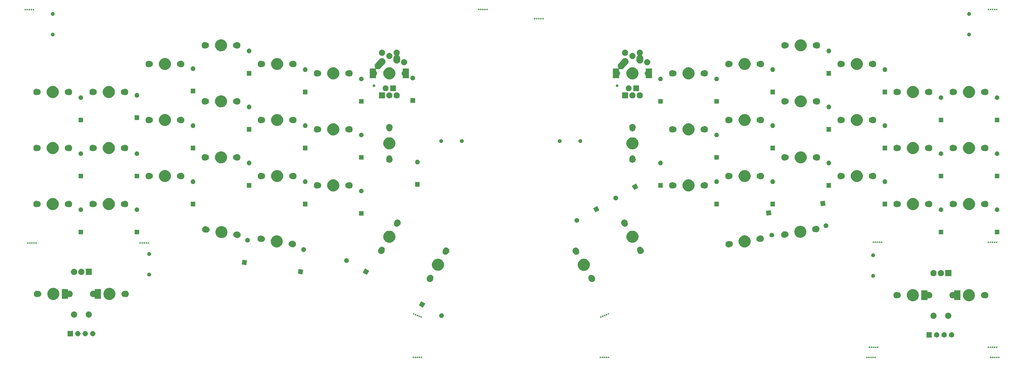
<source format=gbr>
G04 #@! TF.GenerationSoftware,KiCad,Pcbnew,(5.1.5)-3*
G04 #@! TF.CreationDate,2021-02-15T02:55:08-08:00*
G04 #@! TF.ProjectId,split,73706c69-742e-46b6-9963-61645f706362,rev?*
G04 #@! TF.SameCoordinates,Original*
G04 #@! TF.FileFunction,Soldermask,Top*
G04 #@! TF.FilePolarity,Negative*
%FSLAX46Y46*%
G04 Gerber Fmt 4.6, Leading zero omitted, Abs format (unit mm)*
G04 Created by KiCad (PCBNEW (5.1.5)-3) date 2021-02-15 02:55:08*
%MOMM*%
%LPD*%
G04 APERTURE LIST*
%ADD10C,0.100000*%
G04 APERTURE END LIST*
D10*
G36*
X339972296Y31442326D02*
G01*
X340017400Y31423643D01*
X340057992Y31396520D01*
X340092520Y31361992D01*
X340119642Y31321401D01*
X340134517Y31285490D01*
X340146068Y31263880D01*
X340161614Y31244938D01*
X340180556Y31229393D01*
X340202166Y31217842D01*
X340225616Y31210729D01*
X340250002Y31208328D01*
X340274388Y31210730D01*
X340297837Y31217844D01*
X340319447Y31229395D01*
X340338389Y31244941D01*
X340353934Y31263883D01*
X340365483Y31285490D01*
X340380358Y31321401D01*
X340407480Y31361992D01*
X340442008Y31396520D01*
X340482600Y31423643D01*
X340527704Y31442326D01*
X340575587Y31451850D01*
X340624413Y31451850D01*
X340672296Y31442326D01*
X340717400Y31423643D01*
X340757992Y31396520D01*
X340792520Y31361992D01*
X340812791Y31331654D01*
X340819642Y31321401D01*
X340834079Y31286546D01*
X340835344Y31283491D01*
X340846896Y31261881D01*
X340862441Y31242939D01*
X340881383Y31227394D01*
X340902994Y31215843D01*
X340926443Y31208730D01*
X340950829Y31206328D01*
X340975215Y31208730D01*
X340998664Y31215843D01*
X341020274Y31227395D01*
X341039216Y31242940D01*
X341054761Y31261882D01*
X341066311Y31283489D01*
X341073290Y31300337D01*
X341080358Y31317401D01*
X341089882Y31331654D01*
X341107480Y31357992D01*
X341142008Y31392520D01*
X341182600Y31419643D01*
X341227704Y31438326D01*
X341275587Y31447850D01*
X341324413Y31447850D01*
X341372296Y31438326D01*
X341417400Y31419643D01*
X341457992Y31392520D01*
X341492520Y31357992D01*
X341510118Y31331654D01*
X341519642Y31317401D01*
X341526710Y31300337D01*
X341533689Y31283489D01*
X341545241Y31261879D01*
X341560786Y31242937D01*
X341579729Y31227393D01*
X341601339Y31215842D01*
X341624789Y31208729D01*
X341649175Y31206328D01*
X341673561Y31208730D01*
X341697010Y31215844D01*
X341718620Y31227396D01*
X341737562Y31242941D01*
X341753106Y31261884D01*
X341764656Y31283491D01*
X341765921Y31286546D01*
X341780358Y31321401D01*
X341787209Y31331654D01*
X341807480Y31361992D01*
X341842008Y31396520D01*
X341882600Y31423643D01*
X341927704Y31442326D01*
X341975587Y31451850D01*
X342024413Y31451850D01*
X342072296Y31442326D01*
X342117400Y31423643D01*
X342157992Y31396520D01*
X342192520Y31361992D01*
X342219642Y31321401D01*
X342234517Y31285490D01*
X342246068Y31263880D01*
X342261614Y31244938D01*
X342280556Y31229393D01*
X342302166Y31217842D01*
X342325616Y31210729D01*
X342350002Y31208328D01*
X342374388Y31210730D01*
X342397837Y31217844D01*
X342419447Y31229395D01*
X342438389Y31244941D01*
X342453934Y31263883D01*
X342465483Y31285490D01*
X342480358Y31321401D01*
X342507480Y31361992D01*
X342542008Y31396520D01*
X342582600Y31423643D01*
X342627704Y31442326D01*
X342675587Y31451850D01*
X342724413Y31451850D01*
X342772296Y31442326D01*
X342817400Y31423643D01*
X342857992Y31396520D01*
X342892520Y31361992D01*
X342919643Y31321400D01*
X342938326Y31276296D01*
X342947850Y31228413D01*
X342947850Y31179587D01*
X342938326Y31131704D01*
X342919643Y31086600D01*
X342892520Y31046008D01*
X342857992Y31011480D01*
X342817400Y30984357D01*
X342772296Y30965674D01*
X342724413Y30956150D01*
X342675587Y30956150D01*
X342627704Y30965674D01*
X342582600Y30984357D01*
X342542008Y31011480D01*
X342507480Y31046008D01*
X342480358Y31086599D01*
X342465483Y31122510D01*
X342453932Y31144120D01*
X342438386Y31163062D01*
X342419444Y31178607D01*
X342397834Y31190158D01*
X342374384Y31197271D01*
X342349998Y31199672D01*
X342325612Y31197270D01*
X342302163Y31190156D01*
X342280553Y31178605D01*
X342261611Y31163059D01*
X342246066Y31144117D01*
X342234517Y31122510D01*
X342219642Y31086599D01*
X342192520Y31046008D01*
X342157992Y31011480D01*
X342117400Y30984357D01*
X342072296Y30965674D01*
X342024413Y30956150D01*
X341975587Y30956150D01*
X341927704Y30965674D01*
X341882600Y30984357D01*
X341842008Y31011480D01*
X341807480Y31046008D01*
X341780359Y31086598D01*
X341780358Y31086599D01*
X341766312Y31120509D01*
X341766311Y31120511D01*
X341754759Y31142121D01*
X341739214Y31161063D01*
X341720271Y31176607D01*
X341698661Y31188158D01*
X341675211Y31195271D01*
X341650825Y31197672D01*
X341626439Y31195270D01*
X341602990Y31188156D01*
X341581380Y31176604D01*
X341562438Y31161059D01*
X341546894Y31142116D01*
X341535346Y31120512D01*
X341519642Y31082599D01*
X341519640Y31082596D01*
X341492520Y31042008D01*
X341457992Y31007480D01*
X341417400Y30980357D01*
X341372296Y30961674D01*
X341324413Y30952150D01*
X341275587Y30952150D01*
X341227704Y30961674D01*
X341182600Y30980357D01*
X341142008Y31007480D01*
X341107480Y31042008D01*
X341080360Y31082596D01*
X341080358Y31082599D01*
X341064654Y31120512D01*
X341053104Y31142119D01*
X341037559Y31161061D01*
X341018617Y31176606D01*
X340997006Y31188157D01*
X340973557Y31195270D01*
X340949171Y31197672D01*
X340924785Y31195270D01*
X340901336Y31188157D01*
X340879726Y31176605D01*
X340860784Y31161060D01*
X340845239Y31142118D01*
X340833689Y31120511D01*
X340833688Y31120509D01*
X340819642Y31086599D01*
X340819641Y31086598D01*
X340792520Y31046008D01*
X340757992Y31011480D01*
X340717400Y30984357D01*
X340672296Y30965674D01*
X340624413Y30956150D01*
X340575587Y30956150D01*
X340527704Y30965674D01*
X340482600Y30984357D01*
X340442008Y31011480D01*
X340407480Y31046008D01*
X340380358Y31086599D01*
X340365483Y31122510D01*
X340353932Y31144120D01*
X340338386Y31163062D01*
X340319444Y31178607D01*
X340297834Y31190158D01*
X340274384Y31197271D01*
X340249998Y31199672D01*
X340225612Y31197270D01*
X340202163Y31190156D01*
X340180553Y31178605D01*
X340161611Y31163059D01*
X340146066Y31144117D01*
X340134517Y31122510D01*
X340119642Y31086599D01*
X340092520Y31046008D01*
X340057992Y31011480D01*
X340017400Y30984357D01*
X339972296Y30965674D01*
X339924413Y30956150D01*
X339875587Y30956150D01*
X339827704Y30965674D01*
X339782600Y30984357D01*
X339742008Y31011480D01*
X339707480Y31046008D01*
X339680357Y31086600D01*
X339661674Y31131704D01*
X339652150Y31179587D01*
X339652150Y31228413D01*
X339661674Y31276296D01*
X339680357Y31321400D01*
X339707480Y31361992D01*
X339742008Y31396520D01*
X339782600Y31423643D01*
X339827704Y31442326D01*
X339875587Y31451850D01*
X339924413Y31451850D01*
X339972296Y31442326D01*
G37*
G36*
X297972296Y31442326D02*
G01*
X298017400Y31423643D01*
X298057992Y31396520D01*
X298092520Y31361992D01*
X298119642Y31321401D01*
X298134517Y31285490D01*
X298146068Y31263880D01*
X298161614Y31244938D01*
X298180556Y31229393D01*
X298202166Y31217842D01*
X298225616Y31210729D01*
X298250002Y31208328D01*
X298274388Y31210730D01*
X298297837Y31217844D01*
X298319447Y31229395D01*
X298338389Y31244941D01*
X298353934Y31263883D01*
X298365483Y31285490D01*
X298380358Y31321401D01*
X298407480Y31361992D01*
X298442008Y31396520D01*
X298482600Y31423643D01*
X298527704Y31442326D01*
X298575587Y31451850D01*
X298624413Y31451850D01*
X298672296Y31442326D01*
X298717400Y31423643D01*
X298757992Y31396520D01*
X298792520Y31361992D01*
X298812791Y31331654D01*
X298819642Y31321401D01*
X298834079Y31286546D01*
X298835344Y31283491D01*
X298846896Y31261881D01*
X298862441Y31242939D01*
X298881383Y31227394D01*
X298902994Y31215843D01*
X298926443Y31208730D01*
X298950829Y31206328D01*
X298975215Y31208730D01*
X298998664Y31215843D01*
X299020274Y31227395D01*
X299039216Y31242940D01*
X299054761Y31261882D01*
X299066311Y31283489D01*
X299073290Y31300337D01*
X299080358Y31317401D01*
X299089882Y31331654D01*
X299107480Y31357992D01*
X299142008Y31392520D01*
X299182600Y31419643D01*
X299227704Y31438326D01*
X299275587Y31447850D01*
X299324413Y31447850D01*
X299372296Y31438326D01*
X299417400Y31419643D01*
X299457992Y31392520D01*
X299492520Y31357992D01*
X299510118Y31331654D01*
X299519642Y31317401D01*
X299526710Y31300337D01*
X299533689Y31283489D01*
X299545241Y31261879D01*
X299560786Y31242937D01*
X299579729Y31227393D01*
X299601339Y31215842D01*
X299624789Y31208729D01*
X299649175Y31206328D01*
X299673561Y31208730D01*
X299697010Y31215844D01*
X299718620Y31227396D01*
X299737562Y31242941D01*
X299753106Y31261884D01*
X299764656Y31283491D01*
X299765921Y31286546D01*
X299780358Y31321401D01*
X299787209Y31331654D01*
X299807480Y31361992D01*
X299842008Y31396520D01*
X299882600Y31423643D01*
X299927704Y31442326D01*
X299975587Y31451850D01*
X300024413Y31451850D01*
X300072296Y31442326D01*
X300117400Y31423643D01*
X300157992Y31396520D01*
X300192520Y31361992D01*
X300219642Y31321401D01*
X300234517Y31285490D01*
X300246068Y31263880D01*
X300261614Y31244938D01*
X300280556Y31229393D01*
X300302166Y31217842D01*
X300325616Y31210729D01*
X300350002Y31208328D01*
X300374388Y31210730D01*
X300397837Y31217844D01*
X300419447Y31229395D01*
X300438389Y31244941D01*
X300453934Y31263883D01*
X300465483Y31285490D01*
X300480358Y31321401D01*
X300507480Y31361992D01*
X300542008Y31396520D01*
X300582600Y31423643D01*
X300627704Y31442326D01*
X300675587Y31451850D01*
X300724413Y31451850D01*
X300772296Y31442326D01*
X300817400Y31423643D01*
X300857992Y31396520D01*
X300892520Y31361992D01*
X300919643Y31321400D01*
X300938326Y31276296D01*
X300947850Y31228413D01*
X300947850Y31179587D01*
X300938326Y31131704D01*
X300919643Y31086600D01*
X300892520Y31046008D01*
X300857992Y31011480D01*
X300817400Y30984357D01*
X300772296Y30965674D01*
X300724413Y30956150D01*
X300675587Y30956150D01*
X300627704Y30965674D01*
X300582600Y30984357D01*
X300542008Y31011480D01*
X300507480Y31046008D01*
X300480358Y31086599D01*
X300465483Y31122510D01*
X300453932Y31144120D01*
X300438386Y31163062D01*
X300419444Y31178607D01*
X300397834Y31190158D01*
X300374384Y31197271D01*
X300349998Y31199672D01*
X300325612Y31197270D01*
X300302163Y31190156D01*
X300280553Y31178605D01*
X300261611Y31163059D01*
X300246066Y31144117D01*
X300234517Y31122510D01*
X300219642Y31086599D01*
X300192520Y31046008D01*
X300157992Y31011480D01*
X300117400Y30984357D01*
X300072296Y30965674D01*
X300024413Y30956150D01*
X299975587Y30956150D01*
X299927704Y30965674D01*
X299882600Y30984357D01*
X299842008Y31011480D01*
X299807480Y31046008D01*
X299780359Y31086598D01*
X299780358Y31086599D01*
X299766312Y31120509D01*
X299766311Y31120511D01*
X299754759Y31142121D01*
X299739214Y31161063D01*
X299720271Y31176607D01*
X299698661Y31188158D01*
X299675211Y31195271D01*
X299650825Y31197672D01*
X299626439Y31195270D01*
X299602990Y31188156D01*
X299581380Y31176604D01*
X299562438Y31161059D01*
X299546894Y31142116D01*
X299535346Y31120512D01*
X299519642Y31082599D01*
X299519640Y31082596D01*
X299492520Y31042008D01*
X299457992Y31007480D01*
X299417400Y30980357D01*
X299372296Y30961674D01*
X299324413Y30952150D01*
X299275587Y30952150D01*
X299227704Y30961674D01*
X299182600Y30980357D01*
X299142008Y31007480D01*
X299107480Y31042008D01*
X299080360Y31082596D01*
X299080358Y31082599D01*
X299064654Y31120512D01*
X299053104Y31142119D01*
X299037559Y31161061D01*
X299018617Y31176606D01*
X298997006Y31188157D01*
X298973557Y31195270D01*
X298949171Y31197672D01*
X298924785Y31195270D01*
X298901336Y31188157D01*
X298879726Y31176605D01*
X298860784Y31161060D01*
X298845239Y31142118D01*
X298833689Y31120511D01*
X298833688Y31120509D01*
X298819642Y31086599D01*
X298819641Y31086598D01*
X298792520Y31046008D01*
X298757992Y31011480D01*
X298717400Y30984357D01*
X298672296Y30965674D01*
X298624413Y30956150D01*
X298575587Y30956150D01*
X298527704Y30965674D01*
X298482600Y30984357D01*
X298442008Y31011480D01*
X298407480Y31046008D01*
X298380358Y31086599D01*
X298365483Y31122510D01*
X298353932Y31144120D01*
X298338386Y31163062D01*
X298319444Y31178607D01*
X298297834Y31190158D01*
X298274384Y31197271D01*
X298249998Y31199672D01*
X298225612Y31197270D01*
X298202163Y31190156D01*
X298180553Y31178605D01*
X298161611Y31163059D01*
X298146066Y31144117D01*
X298134517Y31122510D01*
X298119642Y31086599D01*
X298092520Y31046008D01*
X298057992Y31011480D01*
X298017400Y30984357D01*
X297972296Y30965674D01*
X297924413Y30956150D01*
X297875587Y30956150D01*
X297827704Y30965674D01*
X297782600Y30984357D01*
X297742008Y31011480D01*
X297707480Y31046008D01*
X297680357Y31086600D01*
X297661674Y31131704D01*
X297652150Y31179587D01*
X297652150Y31228413D01*
X297661674Y31276296D01*
X297680357Y31321400D01*
X297707480Y31361992D01*
X297742008Y31396520D01*
X297782600Y31423643D01*
X297827704Y31442326D01*
X297875587Y31451850D01*
X297924413Y31451850D01*
X297972296Y31442326D01*
G37*
G36*
X207428546Y31452576D02*
G01*
X207473650Y31433893D01*
X207514242Y31406770D01*
X207548770Y31372242D01*
X207575892Y31331651D01*
X207590767Y31295740D01*
X207602318Y31274130D01*
X207617864Y31255188D01*
X207636806Y31239643D01*
X207658416Y31228092D01*
X207681866Y31220979D01*
X207706252Y31218578D01*
X207730638Y31220980D01*
X207754087Y31228094D01*
X207775697Y31239645D01*
X207794639Y31255191D01*
X207810184Y31274133D01*
X207821733Y31295740D01*
X207836608Y31331651D01*
X207863730Y31372242D01*
X207898258Y31406770D01*
X207938850Y31433893D01*
X207983954Y31452576D01*
X208031837Y31462100D01*
X208080663Y31462100D01*
X208128546Y31452576D01*
X208173650Y31433893D01*
X208214242Y31406770D01*
X208248770Y31372242D01*
X208275890Y31331654D01*
X208275892Y31331651D01*
X208281794Y31317401D01*
X208291594Y31293741D01*
X208303146Y31272131D01*
X208318691Y31253189D01*
X208337633Y31237644D01*
X208359244Y31226093D01*
X208382693Y31218980D01*
X208407079Y31216578D01*
X208431465Y31218980D01*
X208454914Y31226093D01*
X208476524Y31237645D01*
X208495466Y31253190D01*
X208511011Y31272132D01*
X208522561Y31293739D01*
X208529540Y31310587D01*
X208536608Y31327651D01*
X208543389Y31337799D01*
X208563730Y31368242D01*
X208598258Y31402770D01*
X208638850Y31429893D01*
X208683954Y31448576D01*
X208731837Y31458100D01*
X208780663Y31458100D01*
X208828546Y31448576D01*
X208873650Y31429893D01*
X208914242Y31402770D01*
X208948770Y31368242D01*
X208969111Y31337799D01*
X208975892Y31327651D01*
X208982960Y31310587D01*
X208989939Y31293739D01*
X209001491Y31272129D01*
X209017036Y31253187D01*
X209035979Y31237643D01*
X209057589Y31226092D01*
X209081039Y31218979D01*
X209105425Y31216578D01*
X209129811Y31218980D01*
X209153260Y31226094D01*
X209174870Y31237646D01*
X209193812Y31253191D01*
X209209356Y31272134D01*
X209220906Y31293741D01*
X209230706Y31317401D01*
X209236608Y31331651D01*
X209236610Y31331654D01*
X209263730Y31372242D01*
X209298258Y31406770D01*
X209338850Y31433893D01*
X209383954Y31452576D01*
X209431837Y31462100D01*
X209480663Y31462100D01*
X209528546Y31452576D01*
X209573650Y31433893D01*
X209614242Y31406770D01*
X209648770Y31372242D01*
X209675892Y31331651D01*
X209690767Y31295740D01*
X209702318Y31274130D01*
X209717864Y31255188D01*
X209736806Y31239643D01*
X209758416Y31228092D01*
X209781866Y31220979D01*
X209806252Y31218578D01*
X209830638Y31220980D01*
X209854087Y31228094D01*
X209875697Y31239645D01*
X209894639Y31255191D01*
X209910184Y31274133D01*
X209921733Y31295740D01*
X209936608Y31331651D01*
X209963730Y31372242D01*
X209998258Y31406770D01*
X210038850Y31433893D01*
X210083954Y31452576D01*
X210131837Y31462100D01*
X210180663Y31462100D01*
X210228546Y31452576D01*
X210273650Y31433893D01*
X210314242Y31406770D01*
X210348770Y31372242D01*
X210375893Y31331650D01*
X210394576Y31286546D01*
X210404100Y31238663D01*
X210404100Y31189837D01*
X210394576Y31141954D01*
X210375893Y31096850D01*
X210348770Y31056258D01*
X210314242Y31021730D01*
X210273650Y30994607D01*
X210228546Y30975924D01*
X210180663Y30966400D01*
X210131837Y30966400D01*
X210083954Y30975924D01*
X210038850Y30994607D01*
X209998258Y31021730D01*
X209963730Y31056258D01*
X209936608Y31096849D01*
X209921733Y31132760D01*
X209910182Y31154370D01*
X209894636Y31173312D01*
X209875694Y31188857D01*
X209854084Y31200408D01*
X209830634Y31207521D01*
X209806248Y31209922D01*
X209781862Y31207520D01*
X209758413Y31200406D01*
X209736803Y31188855D01*
X209717861Y31173309D01*
X209702316Y31154367D01*
X209690767Y31132760D01*
X209675892Y31096849D01*
X209648770Y31056258D01*
X209614242Y31021730D01*
X209573650Y30994607D01*
X209528546Y30975924D01*
X209480663Y30966400D01*
X209431837Y30966400D01*
X209383954Y30975924D01*
X209338850Y30994607D01*
X209298258Y31021730D01*
X209263730Y31056258D01*
X209236609Y31096848D01*
X209236608Y31096849D01*
X209222562Y31130759D01*
X209222561Y31130761D01*
X209211009Y31152371D01*
X209195464Y31171313D01*
X209176521Y31186857D01*
X209154911Y31198408D01*
X209131461Y31205521D01*
X209107075Y31207922D01*
X209082689Y31205520D01*
X209059240Y31198406D01*
X209037630Y31186854D01*
X209018688Y31171309D01*
X209003144Y31152366D01*
X208991596Y31130762D01*
X208975892Y31092849D01*
X208975890Y31092846D01*
X208948770Y31052258D01*
X208914242Y31017730D01*
X208873650Y30990607D01*
X208828546Y30971924D01*
X208780663Y30962400D01*
X208731837Y30962400D01*
X208683954Y30971924D01*
X208638850Y30990607D01*
X208598258Y31017730D01*
X208563730Y31052258D01*
X208536610Y31092846D01*
X208536608Y31092849D01*
X208520904Y31130762D01*
X208509354Y31152369D01*
X208493809Y31171311D01*
X208474867Y31186856D01*
X208453256Y31198407D01*
X208429807Y31205520D01*
X208405421Y31207922D01*
X208381035Y31205520D01*
X208357586Y31198407D01*
X208335976Y31186855D01*
X208317034Y31171310D01*
X208301489Y31152368D01*
X208289939Y31130761D01*
X208289938Y31130759D01*
X208275892Y31096849D01*
X208275891Y31096848D01*
X208248770Y31056258D01*
X208214242Y31021730D01*
X208173650Y30994607D01*
X208128546Y30975924D01*
X208080663Y30966400D01*
X208031837Y30966400D01*
X207983954Y30975924D01*
X207938850Y30994607D01*
X207898258Y31021730D01*
X207863730Y31056258D01*
X207836608Y31096849D01*
X207821733Y31132760D01*
X207810182Y31154370D01*
X207794636Y31173312D01*
X207775694Y31188857D01*
X207754084Y31200408D01*
X207730634Y31207521D01*
X207706248Y31209922D01*
X207681862Y31207520D01*
X207658413Y31200406D01*
X207636803Y31188855D01*
X207617861Y31173309D01*
X207602316Y31154367D01*
X207590767Y31132760D01*
X207575892Y31096849D01*
X207548770Y31056258D01*
X207514242Y31021730D01*
X207473650Y30994607D01*
X207428546Y30975924D01*
X207380663Y30966400D01*
X207331837Y30966400D01*
X207283954Y30975924D01*
X207238850Y30994607D01*
X207198258Y31021730D01*
X207163730Y31056258D01*
X207136607Y31096850D01*
X207117924Y31141954D01*
X207108400Y31189837D01*
X207108400Y31238663D01*
X207117924Y31286546D01*
X207136607Y31331650D01*
X207163730Y31372242D01*
X207198258Y31406770D01*
X207238850Y31433893D01*
X207283954Y31452576D01*
X207331837Y31462100D01*
X207380663Y31462100D01*
X207428546Y31452576D01*
G37*
G36*
X143928546Y31452576D02*
G01*
X143973650Y31433893D01*
X144014242Y31406770D01*
X144048770Y31372242D01*
X144075892Y31331651D01*
X144090767Y31295740D01*
X144102318Y31274130D01*
X144117864Y31255188D01*
X144136806Y31239643D01*
X144158416Y31228092D01*
X144181866Y31220979D01*
X144206252Y31218578D01*
X144230638Y31220980D01*
X144254087Y31228094D01*
X144275697Y31239645D01*
X144294639Y31255191D01*
X144310184Y31274133D01*
X144321733Y31295740D01*
X144336608Y31331651D01*
X144363730Y31372242D01*
X144398258Y31406770D01*
X144438850Y31433893D01*
X144483954Y31452576D01*
X144531837Y31462100D01*
X144580663Y31462100D01*
X144628546Y31452576D01*
X144673650Y31433893D01*
X144714242Y31406770D01*
X144748770Y31372242D01*
X144775890Y31331654D01*
X144775892Y31331651D01*
X144781794Y31317401D01*
X144791594Y31293741D01*
X144803146Y31272131D01*
X144818691Y31253189D01*
X144837633Y31237644D01*
X144859244Y31226093D01*
X144882693Y31218980D01*
X144907079Y31216578D01*
X144931465Y31218980D01*
X144954914Y31226093D01*
X144976524Y31237645D01*
X144995466Y31253190D01*
X145011011Y31272132D01*
X145022561Y31293739D01*
X145029540Y31310587D01*
X145036608Y31327651D01*
X145043389Y31337800D01*
X145063730Y31368242D01*
X145098258Y31402770D01*
X145138850Y31429893D01*
X145183954Y31448576D01*
X145231837Y31458100D01*
X145280663Y31458100D01*
X145328546Y31448576D01*
X145373650Y31429893D01*
X145414242Y31402770D01*
X145448770Y31368242D01*
X145469111Y31337799D01*
X145475892Y31327651D01*
X145482960Y31310587D01*
X145489939Y31293739D01*
X145501491Y31272129D01*
X145517036Y31253187D01*
X145535979Y31237643D01*
X145557589Y31226092D01*
X145581039Y31218979D01*
X145605425Y31216578D01*
X145629811Y31218980D01*
X145653260Y31226094D01*
X145674870Y31237646D01*
X145693812Y31253191D01*
X145709356Y31272134D01*
X145720906Y31293741D01*
X145730706Y31317401D01*
X145736608Y31331651D01*
X145736610Y31331654D01*
X145763730Y31372242D01*
X145798258Y31406770D01*
X145838850Y31433893D01*
X145883954Y31452576D01*
X145931837Y31462100D01*
X145980663Y31462100D01*
X146028546Y31452576D01*
X146073650Y31433893D01*
X146114242Y31406770D01*
X146148770Y31372242D01*
X146175892Y31331651D01*
X146190767Y31295740D01*
X146202318Y31274130D01*
X146217864Y31255188D01*
X146236806Y31239643D01*
X146258416Y31228092D01*
X146281866Y31220979D01*
X146306252Y31218578D01*
X146330638Y31220980D01*
X146354087Y31228094D01*
X146375697Y31239645D01*
X146394639Y31255191D01*
X146410184Y31274133D01*
X146421733Y31295740D01*
X146436608Y31331651D01*
X146463730Y31372242D01*
X146498258Y31406770D01*
X146538850Y31433893D01*
X146583954Y31452576D01*
X146631837Y31462100D01*
X146680663Y31462100D01*
X146728546Y31452576D01*
X146773650Y31433893D01*
X146814242Y31406770D01*
X146848770Y31372242D01*
X146875893Y31331650D01*
X146894576Y31286546D01*
X146904100Y31238663D01*
X146904100Y31189837D01*
X146894576Y31141954D01*
X146875893Y31096850D01*
X146848770Y31056258D01*
X146814242Y31021730D01*
X146773650Y30994607D01*
X146728546Y30975924D01*
X146680663Y30966400D01*
X146631837Y30966400D01*
X146583954Y30975924D01*
X146538850Y30994607D01*
X146498258Y31021730D01*
X146463730Y31056258D01*
X146436608Y31096849D01*
X146421733Y31132760D01*
X146410182Y31154370D01*
X146394636Y31173312D01*
X146375694Y31188857D01*
X146354084Y31200408D01*
X146330634Y31207521D01*
X146306248Y31209922D01*
X146281862Y31207520D01*
X146258413Y31200406D01*
X146236803Y31188855D01*
X146217861Y31173309D01*
X146202316Y31154367D01*
X146190767Y31132760D01*
X146175892Y31096849D01*
X146148770Y31056258D01*
X146114242Y31021730D01*
X146073650Y30994607D01*
X146028546Y30975924D01*
X145980663Y30966400D01*
X145931837Y30966400D01*
X145883954Y30975924D01*
X145838850Y30994607D01*
X145798258Y31021730D01*
X145763730Y31056258D01*
X145736609Y31096848D01*
X145736608Y31096849D01*
X145722562Y31130759D01*
X145722561Y31130761D01*
X145711009Y31152371D01*
X145695464Y31171313D01*
X145676521Y31186857D01*
X145654911Y31198408D01*
X145631461Y31205521D01*
X145607075Y31207922D01*
X145582689Y31205520D01*
X145559240Y31198406D01*
X145537630Y31186854D01*
X145518688Y31171309D01*
X145503144Y31152366D01*
X145491596Y31130762D01*
X145475892Y31092849D01*
X145475890Y31092846D01*
X145448770Y31052258D01*
X145414242Y31017730D01*
X145373650Y30990607D01*
X145328546Y30971924D01*
X145280663Y30962400D01*
X145231837Y30962400D01*
X145183954Y30971924D01*
X145138850Y30990607D01*
X145098258Y31017730D01*
X145063730Y31052258D01*
X145036610Y31092846D01*
X145036608Y31092849D01*
X145020904Y31130762D01*
X145009354Y31152369D01*
X144993809Y31171311D01*
X144974867Y31186856D01*
X144953256Y31198407D01*
X144929807Y31205520D01*
X144905421Y31207922D01*
X144881035Y31205520D01*
X144857586Y31198407D01*
X144835976Y31186855D01*
X144817034Y31171310D01*
X144801489Y31152368D01*
X144789939Y31130761D01*
X144789938Y31130759D01*
X144775892Y31096849D01*
X144775891Y31096848D01*
X144748770Y31056258D01*
X144714242Y31021730D01*
X144673650Y30994607D01*
X144628546Y30975924D01*
X144580663Y30966400D01*
X144531837Y30966400D01*
X144483954Y30975924D01*
X144438850Y30994607D01*
X144398258Y31021730D01*
X144363730Y31056258D01*
X144336608Y31096849D01*
X144321733Y31132760D01*
X144310182Y31154370D01*
X144294636Y31173312D01*
X144275694Y31188857D01*
X144254084Y31200408D01*
X144230634Y31207521D01*
X144206248Y31209922D01*
X144181862Y31207520D01*
X144158413Y31200406D01*
X144136803Y31188855D01*
X144117861Y31173309D01*
X144102316Y31154367D01*
X144090767Y31132760D01*
X144075892Y31096849D01*
X144048770Y31056258D01*
X144014242Y31021730D01*
X143973650Y30994607D01*
X143928546Y30975924D01*
X143880663Y30966400D01*
X143831837Y30966400D01*
X143783954Y30975924D01*
X143738850Y30994607D01*
X143698258Y31021730D01*
X143663730Y31056258D01*
X143636607Y31096850D01*
X143617924Y31141954D01*
X143608400Y31189837D01*
X143608400Y31238663D01*
X143617924Y31286546D01*
X143636607Y31331650D01*
X143663730Y31372242D01*
X143698258Y31406770D01*
X143738850Y31433893D01*
X143783954Y31452576D01*
X143831837Y31462100D01*
X143880663Y31462100D01*
X143928546Y31452576D01*
G37*
G36*
X340622296Y34888326D02*
G01*
X340667400Y34869643D01*
X340707992Y34842520D01*
X340742520Y34807992D01*
X340769640Y34767404D01*
X340769642Y34767401D01*
X340771299Y34763400D01*
X340785344Y34729491D01*
X340796896Y34707881D01*
X340812441Y34688939D01*
X340831383Y34673394D01*
X340852994Y34661843D01*
X340876443Y34654730D01*
X340900829Y34652328D01*
X340925215Y34654730D01*
X340948664Y34661843D01*
X340970274Y34673395D01*
X340989216Y34688940D01*
X341004761Y34707882D01*
X341016311Y34729489D01*
X341030358Y34763400D01*
X341030358Y34763401D01*
X341037139Y34773549D01*
X341057480Y34803992D01*
X341092008Y34838520D01*
X341132600Y34865643D01*
X341177704Y34884326D01*
X341225587Y34893850D01*
X341274413Y34893850D01*
X341322296Y34884326D01*
X341367400Y34865643D01*
X341407992Y34838520D01*
X341442520Y34803992D01*
X341469642Y34763401D01*
X341484517Y34727490D01*
X341496068Y34705880D01*
X341511614Y34686938D01*
X341530556Y34671393D01*
X341552166Y34659842D01*
X341575616Y34652729D01*
X341600002Y34650328D01*
X341624388Y34652730D01*
X341647837Y34659844D01*
X341669447Y34671395D01*
X341688389Y34686941D01*
X341703934Y34705883D01*
X341715483Y34727490D01*
X341730358Y34763401D01*
X341757480Y34803992D01*
X341792008Y34838520D01*
X341832600Y34865643D01*
X341877704Y34884326D01*
X341925587Y34893850D01*
X341974413Y34893850D01*
X342022296Y34884326D01*
X342067400Y34865643D01*
X342107992Y34838520D01*
X342142520Y34803992D01*
X342169643Y34763400D01*
X342188326Y34718296D01*
X342197850Y34670413D01*
X342197850Y34621587D01*
X342188326Y34573704D01*
X342169643Y34528600D01*
X342142520Y34488008D01*
X342107992Y34453480D01*
X342067400Y34426357D01*
X342022296Y34407674D01*
X341974413Y34398150D01*
X341925587Y34398150D01*
X341877704Y34407674D01*
X341832600Y34426357D01*
X341792008Y34453480D01*
X341757480Y34488008D01*
X341730358Y34528599D01*
X341715483Y34564510D01*
X341703932Y34586120D01*
X341688386Y34605062D01*
X341669444Y34620607D01*
X341647834Y34632158D01*
X341624384Y34639271D01*
X341599998Y34641672D01*
X341575612Y34639270D01*
X341552163Y34632156D01*
X341530553Y34620605D01*
X341511611Y34605059D01*
X341496066Y34586117D01*
X341484517Y34564510D01*
X341469642Y34528599D01*
X341442520Y34488008D01*
X341407992Y34453480D01*
X341367400Y34426357D01*
X341322296Y34407674D01*
X341274413Y34398150D01*
X341225587Y34398150D01*
X341177704Y34407674D01*
X341132600Y34426357D01*
X341092008Y34453480D01*
X341057480Y34488008D01*
X341030360Y34528596D01*
X341030358Y34528599D01*
X341014654Y34566512D01*
X341003104Y34588119D01*
X340987559Y34607061D01*
X340968617Y34622606D01*
X340947006Y34634157D01*
X340923557Y34641270D01*
X340899171Y34643672D01*
X340874785Y34641270D01*
X340851336Y34634157D01*
X340829726Y34622605D01*
X340810784Y34607060D01*
X340795239Y34588118D01*
X340783689Y34566511D01*
X340783688Y34566509D01*
X340769642Y34532599D01*
X340769641Y34532598D01*
X340742520Y34492008D01*
X340707992Y34457480D01*
X340667400Y34430357D01*
X340622296Y34411674D01*
X340574413Y34402150D01*
X340525587Y34402150D01*
X340477704Y34411674D01*
X340432600Y34430357D01*
X340392008Y34457480D01*
X340357480Y34492008D01*
X340330359Y34532598D01*
X340330358Y34532599D01*
X340316312Y34566509D01*
X340316311Y34566511D01*
X340304759Y34588121D01*
X340289214Y34607063D01*
X340270271Y34622607D01*
X340248661Y34634158D01*
X340225211Y34641271D01*
X340200825Y34643672D01*
X340176439Y34641270D01*
X340152990Y34634156D01*
X340131380Y34622604D01*
X340112438Y34607059D01*
X340096894Y34588116D01*
X340085346Y34566512D01*
X340069642Y34528599D01*
X340069640Y34528596D01*
X340042520Y34488008D01*
X340007992Y34453480D01*
X339967400Y34426357D01*
X339922296Y34407674D01*
X339874413Y34398150D01*
X339825587Y34398150D01*
X339777704Y34407674D01*
X339732600Y34426357D01*
X339692008Y34453480D01*
X339657480Y34488008D01*
X339630358Y34528599D01*
X339615483Y34564510D01*
X339603932Y34586120D01*
X339588386Y34605062D01*
X339569444Y34620607D01*
X339547834Y34632158D01*
X339524384Y34639271D01*
X339499998Y34641672D01*
X339475612Y34639270D01*
X339452163Y34632156D01*
X339430553Y34620605D01*
X339411611Y34605059D01*
X339396066Y34586117D01*
X339384517Y34564510D01*
X339369642Y34528599D01*
X339342520Y34488008D01*
X339307992Y34453480D01*
X339267400Y34426357D01*
X339222296Y34407674D01*
X339174413Y34398150D01*
X339125587Y34398150D01*
X339077704Y34407674D01*
X339032600Y34426357D01*
X338992008Y34453480D01*
X338957480Y34488008D01*
X338930357Y34528600D01*
X338911674Y34573704D01*
X338902150Y34621587D01*
X338902150Y34670413D01*
X338911674Y34718296D01*
X338930357Y34763400D01*
X338957480Y34803992D01*
X338992008Y34838520D01*
X339032600Y34865643D01*
X339077704Y34884326D01*
X339125587Y34893850D01*
X339174413Y34893850D01*
X339222296Y34884326D01*
X339267400Y34865643D01*
X339307992Y34838520D01*
X339342520Y34803992D01*
X339369642Y34763401D01*
X339384517Y34727490D01*
X339396068Y34705880D01*
X339411614Y34686938D01*
X339430556Y34671393D01*
X339452166Y34659842D01*
X339475616Y34652729D01*
X339500002Y34650328D01*
X339524388Y34652730D01*
X339547837Y34659844D01*
X339569447Y34671395D01*
X339588389Y34686941D01*
X339603934Y34705883D01*
X339615483Y34727490D01*
X339630358Y34763401D01*
X339657480Y34803992D01*
X339692008Y34838520D01*
X339732600Y34865643D01*
X339777704Y34884326D01*
X339825587Y34893850D01*
X339874413Y34893850D01*
X339922296Y34884326D01*
X339967400Y34865643D01*
X340007992Y34838520D01*
X340042520Y34803992D01*
X340062861Y34773549D01*
X340069642Y34763401D01*
X340069642Y34763400D01*
X340083689Y34729489D01*
X340095241Y34707879D01*
X340110786Y34688937D01*
X340129729Y34673393D01*
X340151339Y34661842D01*
X340174789Y34654729D01*
X340199175Y34652328D01*
X340223561Y34654730D01*
X340247010Y34661844D01*
X340268620Y34673396D01*
X340287562Y34688941D01*
X340303106Y34707884D01*
X340314656Y34729491D01*
X340328701Y34763400D01*
X340330358Y34767401D01*
X340330360Y34767404D01*
X340357480Y34807992D01*
X340392008Y34842520D01*
X340432600Y34869643D01*
X340477704Y34888326D01*
X340525587Y34897850D01*
X340574413Y34897850D01*
X340622296Y34888326D01*
G37*
G36*
X300222296Y34888326D02*
G01*
X300267400Y34869643D01*
X300307992Y34842520D01*
X300342520Y34807992D01*
X300369640Y34767404D01*
X300369642Y34767401D01*
X300371299Y34763400D01*
X300385344Y34729491D01*
X300396896Y34707881D01*
X300412441Y34688939D01*
X300431383Y34673394D01*
X300452994Y34661843D01*
X300476443Y34654730D01*
X300500829Y34652328D01*
X300525215Y34654730D01*
X300548664Y34661843D01*
X300570274Y34673395D01*
X300589216Y34688940D01*
X300604761Y34707882D01*
X300616311Y34729489D01*
X300630358Y34763400D01*
X300630358Y34763401D01*
X300637139Y34773549D01*
X300657480Y34803992D01*
X300692008Y34838520D01*
X300732600Y34865643D01*
X300777704Y34884326D01*
X300825587Y34893850D01*
X300874413Y34893850D01*
X300922296Y34884326D01*
X300967400Y34865643D01*
X301007992Y34838520D01*
X301042520Y34803992D01*
X301069642Y34763401D01*
X301084517Y34727490D01*
X301096068Y34705880D01*
X301111614Y34686938D01*
X301130556Y34671393D01*
X301152166Y34659842D01*
X301175616Y34652729D01*
X301200002Y34650328D01*
X301224388Y34652730D01*
X301247837Y34659844D01*
X301269447Y34671395D01*
X301288389Y34686941D01*
X301303934Y34705883D01*
X301315483Y34727490D01*
X301330358Y34763401D01*
X301357480Y34803992D01*
X301392008Y34838520D01*
X301432600Y34865643D01*
X301477704Y34884326D01*
X301525587Y34893850D01*
X301574413Y34893850D01*
X301622296Y34884326D01*
X301667400Y34865643D01*
X301707992Y34838520D01*
X301742520Y34803992D01*
X301769643Y34763400D01*
X301788326Y34718296D01*
X301797850Y34670413D01*
X301797850Y34621587D01*
X301788326Y34573704D01*
X301769643Y34528600D01*
X301742520Y34488008D01*
X301707992Y34453480D01*
X301667400Y34426357D01*
X301622296Y34407674D01*
X301574413Y34398150D01*
X301525587Y34398150D01*
X301477704Y34407674D01*
X301432600Y34426357D01*
X301392008Y34453480D01*
X301357480Y34488008D01*
X301330358Y34528599D01*
X301315483Y34564510D01*
X301303932Y34586120D01*
X301288386Y34605062D01*
X301269444Y34620607D01*
X301247834Y34632158D01*
X301224384Y34639271D01*
X301199998Y34641672D01*
X301175612Y34639270D01*
X301152163Y34632156D01*
X301130553Y34620605D01*
X301111611Y34605059D01*
X301096066Y34586117D01*
X301084517Y34564510D01*
X301069642Y34528599D01*
X301042520Y34488008D01*
X301007992Y34453480D01*
X300967400Y34426357D01*
X300922296Y34407674D01*
X300874413Y34398150D01*
X300825587Y34398150D01*
X300777704Y34407674D01*
X300732600Y34426357D01*
X300692008Y34453480D01*
X300657480Y34488008D01*
X300630360Y34528596D01*
X300630358Y34528599D01*
X300614654Y34566512D01*
X300603104Y34588119D01*
X300587559Y34607061D01*
X300568617Y34622606D01*
X300547006Y34634157D01*
X300523557Y34641270D01*
X300499171Y34643672D01*
X300474785Y34641270D01*
X300451336Y34634157D01*
X300429726Y34622605D01*
X300410784Y34607060D01*
X300395239Y34588118D01*
X300383689Y34566511D01*
X300383688Y34566509D01*
X300369642Y34532599D01*
X300369641Y34532598D01*
X300342520Y34492008D01*
X300307992Y34457480D01*
X300267400Y34430357D01*
X300222296Y34411674D01*
X300174413Y34402150D01*
X300125587Y34402150D01*
X300077704Y34411674D01*
X300032600Y34430357D01*
X299992008Y34457480D01*
X299957480Y34492008D01*
X299930359Y34532598D01*
X299930358Y34532599D01*
X299916312Y34566509D01*
X299916311Y34566511D01*
X299904759Y34588121D01*
X299889214Y34607063D01*
X299870271Y34622607D01*
X299848661Y34634158D01*
X299825211Y34641271D01*
X299800825Y34643672D01*
X299776439Y34641270D01*
X299752990Y34634156D01*
X299731380Y34622604D01*
X299712438Y34607059D01*
X299696894Y34588116D01*
X299685346Y34566512D01*
X299669642Y34528599D01*
X299669640Y34528596D01*
X299642520Y34488008D01*
X299607992Y34453480D01*
X299567400Y34426357D01*
X299522296Y34407674D01*
X299474413Y34398150D01*
X299425587Y34398150D01*
X299377704Y34407674D01*
X299332600Y34426357D01*
X299292008Y34453480D01*
X299257480Y34488008D01*
X299230358Y34528599D01*
X299215483Y34564510D01*
X299203932Y34586120D01*
X299188386Y34605062D01*
X299169444Y34620607D01*
X299147834Y34632158D01*
X299124384Y34639271D01*
X299099998Y34641672D01*
X299075612Y34639270D01*
X299052163Y34632156D01*
X299030553Y34620605D01*
X299011611Y34605059D01*
X298996066Y34586117D01*
X298984517Y34564510D01*
X298969642Y34528599D01*
X298942520Y34488008D01*
X298907992Y34453480D01*
X298867400Y34426357D01*
X298822296Y34407674D01*
X298774413Y34398150D01*
X298725587Y34398150D01*
X298677704Y34407674D01*
X298632600Y34426357D01*
X298592008Y34453480D01*
X298557480Y34488008D01*
X298530357Y34528600D01*
X298511674Y34573704D01*
X298502150Y34621587D01*
X298502150Y34670413D01*
X298511674Y34718296D01*
X298530357Y34763400D01*
X298557480Y34803992D01*
X298592008Y34838520D01*
X298632600Y34865643D01*
X298677704Y34884326D01*
X298725587Y34893850D01*
X298774413Y34893850D01*
X298822296Y34884326D01*
X298867400Y34865643D01*
X298907992Y34838520D01*
X298942520Y34803992D01*
X298969642Y34763401D01*
X298984517Y34727490D01*
X298996068Y34705880D01*
X299011614Y34686938D01*
X299030556Y34671393D01*
X299052166Y34659842D01*
X299075616Y34652729D01*
X299100002Y34650328D01*
X299124388Y34652730D01*
X299147837Y34659844D01*
X299169447Y34671395D01*
X299188389Y34686941D01*
X299203934Y34705883D01*
X299215483Y34727490D01*
X299230358Y34763401D01*
X299257480Y34803992D01*
X299292008Y34838520D01*
X299332600Y34865643D01*
X299377704Y34884326D01*
X299425587Y34893850D01*
X299474413Y34893850D01*
X299522296Y34884326D01*
X299567400Y34865643D01*
X299607992Y34838520D01*
X299642520Y34803992D01*
X299662861Y34773549D01*
X299669642Y34763401D01*
X299669642Y34763400D01*
X299683689Y34729489D01*
X299695241Y34707879D01*
X299710786Y34688937D01*
X299729729Y34673393D01*
X299751339Y34661842D01*
X299774789Y34654729D01*
X299799175Y34652328D01*
X299823561Y34654730D01*
X299847010Y34661844D01*
X299868620Y34673396D01*
X299887562Y34688941D01*
X299903106Y34707884D01*
X299914656Y34729491D01*
X299928701Y34763400D01*
X299930358Y34767401D01*
X299930360Y34767404D01*
X299957480Y34807992D01*
X299992008Y34842520D01*
X300032600Y34869643D01*
X300077704Y34888326D01*
X300125587Y34897850D01*
X300174413Y34897850D01*
X300222296Y34888326D01*
G37*
G36*
X319951000Y37961500D02*
G01*
X318149000Y37961500D01*
X318149000Y39763500D01*
X319951000Y39763500D01*
X319951000Y37961500D01*
G37*
G36*
X321703512Y39758573D02*
G01*
X321852812Y39728876D01*
X322016784Y39660956D01*
X322164354Y39562353D01*
X322289853Y39436854D01*
X322388456Y39289284D01*
X322456376Y39125312D01*
X322491000Y38951241D01*
X322491000Y38773759D01*
X322456376Y38599688D01*
X322388456Y38435716D01*
X322289853Y38288146D01*
X322164354Y38162647D01*
X322016784Y38064044D01*
X321852812Y37996124D01*
X321703512Y37966427D01*
X321678742Y37961500D01*
X321501258Y37961500D01*
X321476488Y37966427D01*
X321327188Y37996124D01*
X321163216Y38064044D01*
X321015646Y38162647D01*
X320890147Y38288146D01*
X320791544Y38435716D01*
X320723624Y38599688D01*
X320689000Y38773759D01*
X320689000Y38951241D01*
X320723624Y39125312D01*
X320791544Y39289284D01*
X320890147Y39436854D01*
X321015646Y39562353D01*
X321163216Y39660956D01*
X321327188Y39728876D01*
X321476488Y39758573D01*
X321501258Y39763500D01*
X321678742Y39763500D01*
X321703512Y39758573D01*
G37*
G36*
X324243512Y39758573D02*
G01*
X324392812Y39728876D01*
X324556784Y39660956D01*
X324704354Y39562353D01*
X324829853Y39436854D01*
X324928456Y39289284D01*
X324996376Y39125312D01*
X325031000Y38951241D01*
X325031000Y38773759D01*
X324996376Y38599688D01*
X324928456Y38435716D01*
X324829853Y38288146D01*
X324704354Y38162647D01*
X324556784Y38064044D01*
X324392812Y37996124D01*
X324243512Y37966427D01*
X324218742Y37961500D01*
X324041258Y37961500D01*
X324016488Y37966427D01*
X323867188Y37996124D01*
X323703216Y38064044D01*
X323555646Y38162647D01*
X323430147Y38288146D01*
X323331544Y38435716D01*
X323263624Y38599688D01*
X323229000Y38773759D01*
X323229000Y38951241D01*
X323263624Y39125312D01*
X323331544Y39289284D01*
X323430147Y39436854D01*
X323555646Y39562353D01*
X323703216Y39660956D01*
X323867188Y39728876D01*
X324016488Y39758573D01*
X324041258Y39763500D01*
X324218742Y39763500D01*
X324243512Y39758573D01*
G37*
G36*
X326783512Y39758573D02*
G01*
X326932812Y39728876D01*
X327096784Y39660956D01*
X327244354Y39562353D01*
X327369853Y39436854D01*
X327468456Y39289284D01*
X327536376Y39125312D01*
X327571000Y38951241D01*
X327571000Y38773759D01*
X327536376Y38599688D01*
X327468456Y38435716D01*
X327369853Y38288146D01*
X327244354Y38162647D01*
X327096784Y38064044D01*
X326932812Y37996124D01*
X326783512Y37966427D01*
X326758742Y37961500D01*
X326581258Y37961500D01*
X326556488Y37966427D01*
X326407188Y37996124D01*
X326243216Y38064044D01*
X326095646Y38162647D01*
X325970147Y38288146D01*
X325871544Y38435716D01*
X325803624Y38599688D01*
X325769000Y38773759D01*
X325769000Y38951241D01*
X325803624Y39125312D01*
X325871544Y39289284D01*
X325970147Y39436854D01*
X326095646Y39562353D01*
X326243216Y39660956D01*
X326407188Y39728876D01*
X326556488Y39758573D01*
X326581258Y39763500D01*
X326758742Y39763500D01*
X326783512Y39758573D01*
G37*
G36*
X35136912Y40170873D02*
G01*
X35286212Y40141176D01*
X35450184Y40073256D01*
X35597754Y39974653D01*
X35723253Y39849154D01*
X35821856Y39701584D01*
X35889776Y39537612D01*
X35924400Y39363541D01*
X35924400Y39186059D01*
X35889776Y39011988D01*
X35821856Y38848016D01*
X35723253Y38700446D01*
X35597754Y38574947D01*
X35450184Y38476344D01*
X35286212Y38408424D01*
X35136912Y38378727D01*
X35112142Y38373800D01*
X34934658Y38373800D01*
X34909888Y38378727D01*
X34760588Y38408424D01*
X34596616Y38476344D01*
X34449046Y38574947D01*
X34323547Y38700446D01*
X34224944Y38848016D01*
X34157024Y39011988D01*
X34122400Y39186059D01*
X34122400Y39363541D01*
X34157024Y39537612D01*
X34224944Y39701584D01*
X34323547Y39849154D01*
X34449046Y39974653D01*
X34596616Y40073256D01*
X34760588Y40141176D01*
X34909888Y40170873D01*
X34934658Y40175800D01*
X35112142Y40175800D01*
X35136912Y40170873D01*
G37*
G36*
X28304400Y38373800D02*
G01*
X26502400Y38373800D01*
X26502400Y40175800D01*
X28304400Y40175800D01*
X28304400Y38373800D01*
G37*
G36*
X32596912Y40170873D02*
G01*
X32746212Y40141176D01*
X32910184Y40073256D01*
X33057754Y39974653D01*
X33183253Y39849154D01*
X33281856Y39701584D01*
X33349776Y39537612D01*
X33384400Y39363541D01*
X33384400Y39186059D01*
X33349776Y39011988D01*
X33281856Y38848016D01*
X33183253Y38700446D01*
X33057754Y38574947D01*
X32910184Y38476344D01*
X32746212Y38408424D01*
X32596912Y38378727D01*
X32572142Y38373800D01*
X32394658Y38373800D01*
X32369888Y38378727D01*
X32220588Y38408424D01*
X32056616Y38476344D01*
X31909046Y38574947D01*
X31783547Y38700446D01*
X31684944Y38848016D01*
X31617024Y39011988D01*
X31582400Y39186059D01*
X31582400Y39363541D01*
X31617024Y39537612D01*
X31684944Y39701584D01*
X31783547Y39849154D01*
X31909046Y39974653D01*
X32056616Y40073256D01*
X32220588Y40141176D01*
X32369888Y40170873D01*
X32394658Y40175800D01*
X32572142Y40175800D01*
X32596912Y40170873D01*
G37*
G36*
X30056912Y40170873D02*
G01*
X30206212Y40141176D01*
X30370184Y40073256D01*
X30517754Y39974653D01*
X30643253Y39849154D01*
X30741856Y39701584D01*
X30809776Y39537612D01*
X30844400Y39363541D01*
X30844400Y39186059D01*
X30809776Y39011988D01*
X30741856Y38848016D01*
X30643253Y38700446D01*
X30517754Y38574947D01*
X30370184Y38476344D01*
X30206212Y38408424D01*
X30056912Y38378727D01*
X30032142Y38373800D01*
X29854658Y38373800D01*
X29829888Y38378727D01*
X29680588Y38408424D01*
X29516616Y38476344D01*
X29369046Y38574947D01*
X29243547Y38700446D01*
X29144944Y38848016D01*
X29077024Y39011988D01*
X29042400Y39186059D01*
X29042400Y39363541D01*
X29077024Y39537612D01*
X29144944Y39701584D01*
X29243547Y39849154D01*
X29369046Y39974653D01*
X29516616Y40073256D01*
X29680588Y40141176D01*
X29829888Y40170873D01*
X29854658Y40175800D01*
X30032142Y40175800D01*
X30056912Y40170873D01*
G37*
G36*
X320825314Y46366861D02*
G01*
X321016583Y46287635D01*
X321016585Y46287634D01*
X321188723Y46172615D01*
X321335115Y46026223D01*
X321444213Y45862947D01*
X321450135Y45854083D01*
X321529361Y45662814D01*
X321569750Y45459766D01*
X321569750Y45252734D01*
X321529361Y45049686D01*
X321464001Y44891893D01*
X321450134Y44858415D01*
X321335115Y44686277D01*
X321188723Y44539885D01*
X321016585Y44424866D01*
X321016584Y44424865D01*
X321016583Y44424865D01*
X320825314Y44345639D01*
X320622266Y44305250D01*
X320415234Y44305250D01*
X320212186Y44345639D01*
X320020917Y44424865D01*
X320020916Y44424865D01*
X320020915Y44424866D01*
X319848777Y44539885D01*
X319702385Y44686277D01*
X319587366Y44858415D01*
X319573499Y44891893D01*
X319508139Y45049686D01*
X319467750Y45252734D01*
X319467750Y45459766D01*
X319508139Y45662814D01*
X319587365Y45854083D01*
X319593288Y45862947D01*
X319702385Y46026223D01*
X319848777Y46172615D01*
X320020915Y46287634D01*
X320020917Y46287635D01*
X320212186Y46366861D01*
X320415234Y46407250D01*
X320622266Y46407250D01*
X320825314Y46366861D01*
G37*
G36*
X325825314Y46366861D02*
G01*
X326016583Y46287635D01*
X326016585Y46287634D01*
X326188723Y46172615D01*
X326335115Y46026223D01*
X326444213Y45862947D01*
X326450135Y45854083D01*
X326529361Y45662814D01*
X326569750Y45459766D01*
X326569750Y45252734D01*
X326529361Y45049686D01*
X326464001Y44891893D01*
X326450134Y44858415D01*
X326335115Y44686277D01*
X326188723Y44539885D01*
X326016585Y44424866D01*
X326016584Y44424865D01*
X326016583Y44424865D01*
X325825314Y44345639D01*
X325622266Y44305250D01*
X325415234Y44305250D01*
X325212186Y44345639D01*
X325020917Y44424865D01*
X325020916Y44424865D01*
X325020915Y44424866D01*
X324848777Y44539885D01*
X324702385Y44686277D01*
X324587366Y44858415D01*
X324573499Y44891893D01*
X324508139Y45049686D01*
X324467750Y45252734D01*
X324467750Y45459766D01*
X324508139Y45662814D01*
X324587365Y45854083D01*
X324593288Y45862947D01*
X324702385Y46026223D01*
X324848777Y46172615D01*
X325020915Y46287634D01*
X325020917Y46287635D01*
X325212186Y46366861D01*
X325415234Y46407250D01*
X325622266Y46407250D01*
X325825314Y46366861D01*
G37*
G36*
X153676506Y46172719D02*
G01*
X153801076Y46121120D01*
X153822280Y46112337D01*
X153953472Y46024678D01*
X154065042Y45913108D01*
X154136688Y45805881D01*
X154152702Y45781914D01*
X154213083Y45636142D01*
X154243864Y45481393D01*
X154243864Y45323607D01*
X154213083Y45168858D01*
X154152702Y45023086D01*
X154152701Y45023084D01*
X154065042Y44891892D01*
X153953472Y44780322D01*
X153822280Y44692663D01*
X153822279Y44692662D01*
X153822278Y44692662D01*
X153676506Y44632281D01*
X153521757Y44601500D01*
X153363971Y44601500D01*
X153209222Y44632281D01*
X153063450Y44692662D01*
X153063449Y44692662D01*
X153063448Y44692663D01*
X152932256Y44780322D01*
X152820686Y44891892D01*
X152733027Y45023084D01*
X152733026Y45023086D01*
X152672645Y45168858D01*
X152641864Y45323607D01*
X152641864Y45481393D01*
X152672645Y45636142D01*
X152733026Y45781914D01*
X152749040Y45805881D01*
X152820686Y45913108D01*
X152932256Y46024678D01*
X153063448Y46112337D01*
X153084652Y46121120D01*
X153209222Y46172719D01*
X153363971Y46203500D01*
X153521757Y46203500D01*
X153676506Y46172719D01*
G37*
G36*
X144046401Y46242046D02*
G01*
X144091505Y46223363D01*
X144132097Y46196240D01*
X144166625Y46161712D01*
X144193748Y46121120D01*
X144212431Y46076016D01*
X144221955Y46028133D01*
X144221955Y45987946D01*
X144224357Y45963560D01*
X144231470Y45940111D01*
X144243021Y45918500D01*
X144258566Y45899558D01*
X144277508Y45884013D01*
X144299119Y45872462D01*
X144322568Y45865349D01*
X144346954Y45862947D01*
X144371340Y45865349D01*
X144394789Y45872462D01*
X144416400Y45884013D01*
X144435342Y45899558D01*
X144461890Y45926106D01*
X144502482Y45953229D01*
X144547586Y45971912D01*
X144595469Y45981436D01*
X144644295Y45981436D01*
X144692178Y45971912D01*
X144737282Y45953229D01*
X144777874Y45926106D01*
X144812402Y45891578D01*
X144839525Y45850986D01*
X144858208Y45805882D01*
X144867732Y45757999D01*
X144867732Y45719959D01*
X144870134Y45695573D01*
X144877247Y45672124D01*
X144888798Y45650513D01*
X144904343Y45631571D01*
X144923285Y45616026D01*
X144944896Y45604475D01*
X144968345Y45597362D01*
X144992731Y45594960D01*
X145017117Y45597362D01*
X145040566Y45604475D01*
X145062177Y45616026D01*
X145081119Y45631571D01*
X145109210Y45659662D01*
X145149802Y45686785D01*
X145194906Y45705468D01*
X145242789Y45714992D01*
X145291615Y45714992D01*
X145339498Y45705468D01*
X145384602Y45686785D01*
X145425194Y45659662D01*
X145459722Y45625134D01*
X145486845Y45584542D01*
X145505528Y45539438D01*
X145515052Y45491555D01*
X145515052Y45449222D01*
X145517454Y45424836D01*
X145524567Y45401387D01*
X145536118Y45379776D01*
X145551663Y45360834D01*
X145570605Y45345289D01*
X145592216Y45333738D01*
X145615665Y45326625D01*
X145640051Y45324223D01*
X145664437Y45326625D01*
X145687886Y45333738D01*
X145709497Y45345289D01*
X145728439Y45360834D01*
X145753443Y45385838D01*
X145794035Y45412961D01*
X145839139Y45431644D01*
X145887022Y45441168D01*
X145935848Y45441168D01*
X145983731Y45431644D01*
X146028835Y45412961D01*
X146069427Y45385838D01*
X146103955Y45351310D01*
X146131078Y45310718D01*
X146149761Y45265614D01*
X146159285Y45217731D01*
X146159285Y45177543D01*
X146161687Y45153157D01*
X146168800Y45129708D01*
X146180351Y45108097D01*
X146195896Y45089155D01*
X146214838Y45073610D01*
X146236449Y45062059D01*
X146259898Y45054946D01*
X146284284Y45052544D01*
X146308670Y45054946D01*
X146332119Y45062059D01*
X146353730Y45073610D01*
X146372672Y45089155D01*
X146399220Y45115703D01*
X146439812Y45142826D01*
X146484916Y45161509D01*
X146532799Y45171033D01*
X146581625Y45171033D01*
X146629508Y45161509D01*
X146674612Y45142826D01*
X146715204Y45115703D01*
X146749732Y45081175D01*
X146776855Y45040583D01*
X146795538Y44995479D01*
X146805062Y44947596D01*
X146805062Y44898770D01*
X146795538Y44850887D01*
X146776855Y44805783D01*
X146749732Y44765191D01*
X146715204Y44730663D01*
X146674612Y44703540D01*
X146629508Y44684857D01*
X146581625Y44675333D01*
X146532799Y44675333D01*
X146484916Y44684857D01*
X146439812Y44703540D01*
X146399220Y44730663D01*
X146364692Y44765191D01*
X146337569Y44805783D01*
X146318886Y44850887D01*
X146309362Y44898770D01*
X146309362Y44938958D01*
X146306960Y44963344D01*
X146299847Y44986793D01*
X146288296Y45008404D01*
X146272751Y45027346D01*
X146253809Y45042891D01*
X146232198Y45054442D01*
X146208749Y45061555D01*
X146184363Y45063957D01*
X146159977Y45061555D01*
X146136528Y45054442D01*
X146114917Y45042891D01*
X146095975Y45027346D01*
X146069427Y45000798D01*
X146028835Y44973675D01*
X145983731Y44954992D01*
X145935848Y44945468D01*
X145887022Y44945468D01*
X145839139Y44954992D01*
X145794035Y44973675D01*
X145753443Y45000798D01*
X145718915Y45035326D01*
X145691792Y45075918D01*
X145673109Y45121022D01*
X145663585Y45168905D01*
X145663585Y45211238D01*
X145661183Y45235624D01*
X145654070Y45259073D01*
X145642519Y45280684D01*
X145626974Y45299626D01*
X145608032Y45315171D01*
X145586421Y45326722D01*
X145562972Y45333835D01*
X145538586Y45336237D01*
X145514200Y45333835D01*
X145490751Y45326722D01*
X145469140Y45315171D01*
X145450198Y45299626D01*
X145425194Y45274622D01*
X145384602Y45247499D01*
X145339498Y45228816D01*
X145291615Y45219292D01*
X145242789Y45219292D01*
X145194906Y45228816D01*
X145149802Y45247499D01*
X145109210Y45274622D01*
X145074682Y45309150D01*
X145047559Y45349742D01*
X145028876Y45394846D01*
X145019352Y45442729D01*
X145019352Y45480769D01*
X145016950Y45505155D01*
X145009837Y45528604D01*
X144998286Y45550215D01*
X144982741Y45569157D01*
X144963799Y45584702D01*
X144942188Y45596253D01*
X144918739Y45603366D01*
X144894353Y45605768D01*
X144869967Y45603366D01*
X144846518Y45596253D01*
X144824907Y45584702D01*
X144805965Y45569157D01*
X144777874Y45541066D01*
X144737282Y45513943D01*
X144692178Y45495260D01*
X144644295Y45485736D01*
X144595469Y45485736D01*
X144547586Y45495260D01*
X144502482Y45513943D01*
X144461890Y45541066D01*
X144427362Y45575594D01*
X144400239Y45616186D01*
X144381556Y45661290D01*
X144372032Y45709173D01*
X144372032Y45749360D01*
X144369630Y45773746D01*
X144362517Y45797195D01*
X144350966Y45818806D01*
X144335421Y45837748D01*
X144316479Y45853293D01*
X144294868Y45864844D01*
X144271419Y45871957D01*
X144247033Y45874359D01*
X144222647Y45871957D01*
X144199198Y45864844D01*
X144177587Y45853293D01*
X144158645Y45837748D01*
X144132097Y45811200D01*
X144091505Y45784077D01*
X144046401Y45765394D01*
X143998518Y45755870D01*
X143949692Y45755870D01*
X143901809Y45765394D01*
X143856705Y45784077D01*
X143816113Y45811200D01*
X143781585Y45845728D01*
X143754462Y45886320D01*
X143735779Y45931424D01*
X143726255Y45979307D01*
X143726255Y46028133D01*
X143735779Y46076016D01*
X143754462Y46121120D01*
X143781585Y46161712D01*
X143816113Y46196240D01*
X143856705Y46223363D01*
X143901809Y46242046D01*
X143949692Y46251570D01*
X143998518Y46251570D01*
X144046401Y46242046D01*
G37*
G36*
X210198191Y46242046D02*
G01*
X210243295Y46223363D01*
X210283887Y46196240D01*
X210318415Y46161712D01*
X210345538Y46121120D01*
X210364221Y46076016D01*
X210373745Y46028133D01*
X210373745Y45979307D01*
X210364221Y45931424D01*
X210345538Y45886320D01*
X210318415Y45845728D01*
X210283887Y45811200D01*
X210243295Y45784077D01*
X210198191Y45765394D01*
X210150308Y45755870D01*
X210101482Y45755870D01*
X210053599Y45765394D01*
X210008495Y45784077D01*
X209967903Y45811200D01*
X209941355Y45837748D01*
X209922413Y45853293D01*
X209900802Y45864844D01*
X209877353Y45871957D01*
X209852967Y45874359D01*
X209828581Y45871957D01*
X209805132Y45864844D01*
X209783521Y45853293D01*
X209764579Y45837748D01*
X209749034Y45818806D01*
X209737483Y45797195D01*
X209730370Y45773746D01*
X209727968Y45749360D01*
X209727968Y45709173D01*
X209718444Y45661290D01*
X209699761Y45616186D01*
X209672638Y45575594D01*
X209638110Y45541066D01*
X209597518Y45513943D01*
X209552414Y45495260D01*
X209504531Y45485736D01*
X209455705Y45485736D01*
X209407822Y45495260D01*
X209362718Y45513943D01*
X209322126Y45541066D01*
X209294035Y45569157D01*
X209275093Y45584702D01*
X209253482Y45596253D01*
X209230033Y45603366D01*
X209205647Y45605768D01*
X209181261Y45603366D01*
X209157812Y45596253D01*
X209136201Y45584702D01*
X209117259Y45569157D01*
X209101714Y45550215D01*
X209090163Y45528604D01*
X209083050Y45505155D01*
X209080648Y45480769D01*
X209080648Y45442729D01*
X209071124Y45394846D01*
X209052441Y45349742D01*
X209025318Y45309150D01*
X208990790Y45274622D01*
X208950198Y45247499D01*
X208905094Y45228816D01*
X208857211Y45219292D01*
X208808385Y45219292D01*
X208760502Y45228816D01*
X208715398Y45247499D01*
X208674806Y45274622D01*
X208649802Y45299626D01*
X208630860Y45315171D01*
X208609249Y45326722D01*
X208585800Y45333835D01*
X208561414Y45336237D01*
X208537028Y45333835D01*
X208513579Y45326722D01*
X208491968Y45315171D01*
X208473026Y45299626D01*
X208457481Y45280684D01*
X208445930Y45259073D01*
X208438817Y45235624D01*
X208436415Y45211238D01*
X208436415Y45168905D01*
X208426891Y45121022D01*
X208408208Y45075918D01*
X208381085Y45035326D01*
X208346557Y45000798D01*
X208305965Y44973675D01*
X208260861Y44954992D01*
X208212978Y44945468D01*
X208164152Y44945468D01*
X208116269Y44954992D01*
X208071165Y44973675D01*
X208030573Y45000798D01*
X208004025Y45027346D01*
X207985083Y45042891D01*
X207963472Y45054442D01*
X207940023Y45061555D01*
X207915637Y45063957D01*
X207891251Y45061555D01*
X207867802Y45054442D01*
X207846191Y45042891D01*
X207827249Y45027346D01*
X207811704Y45008404D01*
X207800153Y44986793D01*
X207793040Y44963344D01*
X207790638Y44938958D01*
X207790638Y44898770D01*
X207781114Y44850887D01*
X207762431Y44805783D01*
X207735308Y44765191D01*
X207700780Y44730663D01*
X207660188Y44703540D01*
X207615084Y44684857D01*
X207567201Y44675333D01*
X207518375Y44675333D01*
X207470492Y44684857D01*
X207425388Y44703540D01*
X207384796Y44730663D01*
X207350268Y44765191D01*
X207323145Y44805783D01*
X207304462Y44850887D01*
X207294938Y44898770D01*
X207294938Y44947596D01*
X207304462Y44995479D01*
X207323145Y45040583D01*
X207350268Y45081175D01*
X207384796Y45115703D01*
X207425388Y45142826D01*
X207470492Y45161509D01*
X207518375Y45171033D01*
X207567201Y45171033D01*
X207615084Y45161509D01*
X207660188Y45142826D01*
X207700780Y45115703D01*
X207727328Y45089155D01*
X207746270Y45073610D01*
X207767881Y45062059D01*
X207791330Y45054946D01*
X207815716Y45052544D01*
X207840102Y45054946D01*
X207863551Y45062059D01*
X207885162Y45073610D01*
X207904104Y45089155D01*
X207919649Y45108097D01*
X207931200Y45129708D01*
X207938313Y45153157D01*
X207940715Y45177543D01*
X207940715Y45217731D01*
X207950239Y45265614D01*
X207968922Y45310718D01*
X207996045Y45351310D01*
X208030573Y45385838D01*
X208071165Y45412961D01*
X208116269Y45431644D01*
X208164152Y45441168D01*
X208212978Y45441168D01*
X208260861Y45431644D01*
X208305965Y45412961D01*
X208346557Y45385838D01*
X208371561Y45360834D01*
X208390503Y45345289D01*
X208412114Y45333738D01*
X208435563Y45326625D01*
X208459949Y45324223D01*
X208484335Y45326625D01*
X208507784Y45333738D01*
X208529395Y45345289D01*
X208548337Y45360834D01*
X208563882Y45379776D01*
X208575433Y45401387D01*
X208582546Y45424836D01*
X208584948Y45449222D01*
X208584948Y45491555D01*
X208594472Y45539438D01*
X208613155Y45584542D01*
X208640278Y45625134D01*
X208674806Y45659662D01*
X208715398Y45686785D01*
X208760502Y45705468D01*
X208808385Y45714992D01*
X208857211Y45714992D01*
X208905094Y45705468D01*
X208950198Y45686785D01*
X208990790Y45659662D01*
X209018881Y45631571D01*
X209037823Y45616026D01*
X209059434Y45604475D01*
X209082883Y45597362D01*
X209107269Y45594960D01*
X209131655Y45597362D01*
X209155104Y45604475D01*
X209176715Y45616026D01*
X209195657Y45631571D01*
X209211202Y45650513D01*
X209222753Y45672124D01*
X209229866Y45695573D01*
X209232268Y45719959D01*
X209232268Y45757999D01*
X209241792Y45805882D01*
X209260475Y45850986D01*
X209287598Y45891578D01*
X209322126Y45926106D01*
X209362718Y45953229D01*
X209407822Y45971912D01*
X209455705Y45981436D01*
X209504531Y45981436D01*
X209552414Y45971912D01*
X209597518Y45953229D01*
X209638110Y45926106D01*
X209664658Y45899558D01*
X209683600Y45884013D01*
X209705211Y45872462D01*
X209728660Y45865349D01*
X209753046Y45862947D01*
X209777432Y45865349D01*
X209800881Y45872462D01*
X209822492Y45884013D01*
X209841434Y45899558D01*
X209856979Y45918500D01*
X209868530Y45940111D01*
X209875643Y45963560D01*
X209878045Y45987946D01*
X209878045Y46028133D01*
X209887569Y46076016D01*
X209906252Y46121120D01*
X209933375Y46161712D01*
X209967903Y46196240D01*
X210008495Y46223363D01*
X210053599Y46242046D01*
X210101482Y46251570D01*
X210150308Y46251570D01*
X210198191Y46242046D01*
G37*
G36*
X33962814Y46791861D02*
G01*
X34154083Y46712635D01*
X34154085Y46712634D01*
X34326223Y46597615D01*
X34472615Y46451223D01*
X34581922Y46287634D01*
X34587635Y46279083D01*
X34666861Y46087814D01*
X34707250Y45884766D01*
X34707250Y45677734D01*
X34666861Y45474686D01*
X34594349Y45299626D01*
X34587634Y45283415D01*
X34472615Y45111277D01*
X34326223Y44964885D01*
X34154085Y44849866D01*
X34154084Y44849865D01*
X34154083Y44849865D01*
X33962814Y44770639D01*
X33759766Y44730250D01*
X33552734Y44730250D01*
X33349686Y44770639D01*
X33158417Y44849865D01*
X33158416Y44849865D01*
X33158415Y44849866D01*
X32986277Y44964885D01*
X32839885Y45111277D01*
X32724866Y45283415D01*
X32718151Y45299626D01*
X32645639Y45474686D01*
X32605250Y45677734D01*
X32605250Y45884766D01*
X32645639Y46087814D01*
X32724865Y46279083D01*
X32730579Y46287634D01*
X32839885Y46451223D01*
X32986277Y46597615D01*
X33158415Y46712634D01*
X33158417Y46712635D01*
X33349686Y46791861D01*
X33552734Y46832250D01*
X33759766Y46832250D01*
X33962814Y46791861D01*
G37*
G36*
X28962814Y46791861D02*
G01*
X29154083Y46712635D01*
X29154085Y46712634D01*
X29326223Y46597615D01*
X29472615Y46451223D01*
X29581922Y46287634D01*
X29587635Y46279083D01*
X29666861Y46087814D01*
X29707250Y45884766D01*
X29707250Y45677734D01*
X29666861Y45474686D01*
X29594349Y45299626D01*
X29587634Y45283415D01*
X29472615Y45111277D01*
X29326223Y44964885D01*
X29154085Y44849866D01*
X29154084Y44849865D01*
X29154083Y44849865D01*
X28962814Y44770639D01*
X28759766Y44730250D01*
X28552734Y44730250D01*
X28349686Y44770639D01*
X28158417Y44849865D01*
X28158416Y44849865D01*
X28158415Y44849866D01*
X27986277Y44964885D01*
X27839885Y45111277D01*
X27724866Y45283415D01*
X27718151Y45299626D01*
X27645639Y45474686D01*
X27605250Y45677734D01*
X27605250Y45884766D01*
X27645639Y46087814D01*
X27724865Y46279083D01*
X27730579Y46287634D01*
X27839885Y46451223D01*
X27986277Y46597615D01*
X28158415Y46712634D01*
X28158417Y46712635D01*
X28349686Y46791861D01*
X28552734Y46832250D01*
X28759766Y46832250D01*
X28962814Y46791861D01*
G37*
G36*
X147937936Y49505686D02*
G01*
X147136936Y48118314D01*
X145749564Y48919314D01*
X146550564Y50306686D01*
X147937936Y49505686D01*
G37*
G36*
X333142004Y54328432D02*
G01*
X333515261Y54173824D01*
X333515263Y54173823D01*
X333851186Y53949366D01*
X334136866Y53663686D01*
X334335263Y53366765D01*
X334361324Y53327761D01*
X334515932Y52954504D01*
X334594750Y52558257D01*
X334594750Y52154243D01*
X334515932Y51757996D01*
X334365043Y51393718D01*
X334361323Y51384737D01*
X334136866Y51048814D01*
X333851186Y50763134D01*
X333515263Y50538677D01*
X333515262Y50538676D01*
X333515261Y50538676D01*
X333142004Y50384068D01*
X332745757Y50305250D01*
X332341743Y50305250D01*
X331945496Y50384068D01*
X331572239Y50538676D01*
X331572238Y50538676D01*
X331572237Y50538677D01*
X331236314Y50763134D01*
X330950634Y51048814D01*
X330726177Y51384737D01*
X330722457Y51393718D01*
X330571568Y51757996D01*
X330492750Y52154243D01*
X330492750Y52558257D01*
X330571568Y52954504D01*
X330726176Y53327761D01*
X330752238Y53366765D01*
X330950634Y53663686D01*
X331236314Y53949366D01*
X331572237Y54173823D01*
X331572239Y54173824D01*
X331945496Y54328432D01*
X332341743Y54407250D01*
X332745757Y54407250D01*
X333142004Y54328432D01*
G37*
G36*
X314092004Y54328432D02*
G01*
X314465261Y54173824D01*
X314465263Y54173823D01*
X314801186Y53949366D01*
X315086866Y53663686D01*
X315285263Y53366765D01*
X315311324Y53327761D01*
X315465932Y52954504D01*
X315544750Y52558257D01*
X315544750Y52154243D01*
X315465932Y51757996D01*
X315315043Y51393718D01*
X315311323Y51384737D01*
X315086866Y51048814D01*
X314801186Y50763134D01*
X314465263Y50538677D01*
X314465262Y50538676D01*
X314465261Y50538676D01*
X314092004Y50384068D01*
X313695757Y50305250D01*
X313291743Y50305250D01*
X312895496Y50384068D01*
X312522239Y50538676D01*
X312522238Y50538676D01*
X312522237Y50538677D01*
X312186314Y50763134D01*
X311900634Y51048814D01*
X311676177Y51384737D01*
X311672457Y51393718D01*
X311521568Y51757996D01*
X311442750Y52154243D01*
X311442750Y52558257D01*
X311521568Y52954504D01*
X311676176Y53327761D01*
X311702238Y53366765D01*
X311900634Y53663686D01*
X312186314Y53949366D01*
X312522237Y54173823D01*
X312522239Y54173824D01*
X312895496Y54328432D01*
X313291743Y54407250D01*
X313695757Y54407250D01*
X314092004Y54328432D01*
G37*
G36*
X329669750Y50705250D02*
G01*
X327567750Y50705250D01*
X327567750Y51194510D01*
X327565348Y51218896D01*
X327558235Y51242345D01*
X327546684Y51263956D01*
X327531139Y51282898D01*
X327512197Y51298443D01*
X327490586Y51309994D01*
X327467137Y51317107D01*
X327442751Y51319509D01*
X327418365Y51317107D01*
X327394917Y51309994D01*
X327364902Y51297561D01*
X327152190Y51255250D01*
X326935310Y51255250D01*
X326796316Y51282898D01*
X326722600Y51297561D01*
X326583327Y51355250D01*
X326522230Y51380557D01*
X326341906Y51501045D01*
X326188545Y51654406D01*
X326068057Y51834730D01*
X325985061Y52035101D01*
X325942750Y52247810D01*
X325942750Y52464690D01*
X325965536Y52579243D01*
X325985061Y52677400D01*
X326026559Y52777584D01*
X326068057Y52877770D01*
X326188545Y53058094D01*
X326341906Y53211455D01*
X326522230Y53331943D01*
X326637055Y53379505D01*
X326722600Y53414939D01*
X326891548Y53448545D01*
X326935310Y53457250D01*
X327152190Y53457250D01*
X327364902Y53414939D01*
X327394917Y53402506D01*
X327418366Y53395393D01*
X327442752Y53392991D01*
X327467138Y53395393D01*
X327490587Y53402506D01*
X327512197Y53414058D01*
X327531139Y53429603D01*
X327546684Y53448545D01*
X327558235Y53470156D01*
X327565348Y53493605D01*
X327567750Y53517990D01*
X327567750Y54007250D01*
X329669750Y54007250D01*
X329669750Y50705250D01*
G37*
G36*
X318469750Y53517990D02*
G01*
X318472152Y53493604D01*
X318479265Y53470155D01*
X318490816Y53448544D01*
X318506361Y53429602D01*
X318525303Y53414057D01*
X318546914Y53402506D01*
X318570363Y53395393D01*
X318594749Y53392991D01*
X318619135Y53395393D01*
X318642583Y53402506D01*
X318672598Y53414939D01*
X318885310Y53457250D01*
X319102190Y53457250D01*
X319145952Y53448545D01*
X319314900Y53414939D01*
X319400445Y53379505D01*
X319515270Y53331943D01*
X319695594Y53211455D01*
X319848955Y53058094D01*
X319969443Y52877770D01*
X320010941Y52777584D01*
X320052439Y52677400D01*
X320071964Y52579243D01*
X320094750Y52464690D01*
X320094750Y52247810D01*
X320052439Y52035101D01*
X319969443Y51834730D01*
X319848955Y51654406D01*
X319695594Y51501045D01*
X319515270Y51380557D01*
X319454173Y51355250D01*
X319314900Y51297561D01*
X319241184Y51282898D01*
X319102190Y51255250D01*
X318885310Y51255250D01*
X318672598Y51297561D01*
X318642583Y51309994D01*
X318619134Y51317107D01*
X318594748Y51319509D01*
X318570362Y51317107D01*
X318546913Y51309994D01*
X318525303Y51298442D01*
X318506361Y51282897D01*
X318490816Y51263955D01*
X318479265Y51242344D01*
X318472152Y51218895D01*
X318469750Y51194510D01*
X318469750Y50705250D01*
X316367750Y50705250D01*
X316367750Y54007250D01*
X318469750Y54007250D01*
X318469750Y53517990D01*
G37*
G36*
X41279504Y54753432D02*
G01*
X41652761Y54598824D01*
X41652763Y54598823D01*
X41988686Y54374366D01*
X42274366Y54088686D01*
X42472763Y53791765D01*
X42498824Y53752761D01*
X42653432Y53379504D01*
X42732250Y52983257D01*
X42732250Y52579243D01*
X42653432Y52182996D01*
X42502543Y51818718D01*
X42498823Y51809737D01*
X42274366Y51473814D01*
X41988686Y51188134D01*
X41652763Y50963677D01*
X41652762Y50963676D01*
X41652761Y50963676D01*
X41279504Y50809068D01*
X40883257Y50730250D01*
X40479243Y50730250D01*
X40082996Y50809068D01*
X39709739Y50963676D01*
X39709738Y50963676D01*
X39709737Y50963677D01*
X39373814Y51188134D01*
X39088134Y51473814D01*
X38863677Y51809737D01*
X38859957Y51818718D01*
X38709068Y52182996D01*
X38630250Y52579243D01*
X38630250Y52983257D01*
X38709068Y53379504D01*
X38863676Y53752761D01*
X38889738Y53791765D01*
X39088134Y54088686D01*
X39373814Y54374366D01*
X39709737Y54598823D01*
X39709739Y54598824D01*
X40082996Y54753432D01*
X40479243Y54832250D01*
X40883257Y54832250D01*
X41279504Y54753432D01*
G37*
G36*
X22229504Y54753432D02*
G01*
X22602761Y54598824D01*
X22602763Y54598823D01*
X22938686Y54374366D01*
X23224366Y54088686D01*
X23422763Y53791765D01*
X23448824Y53752761D01*
X23603432Y53379504D01*
X23682250Y52983257D01*
X23682250Y52579243D01*
X23603432Y52182996D01*
X23452543Y51818718D01*
X23448823Y51809737D01*
X23224366Y51473814D01*
X22938686Y51188134D01*
X22602763Y50963677D01*
X22602762Y50963676D01*
X22602761Y50963676D01*
X22229504Y50809068D01*
X21833257Y50730250D01*
X21429243Y50730250D01*
X21032996Y50809068D01*
X20659739Y50963676D01*
X20659738Y50963676D01*
X20659737Y50963677D01*
X20323814Y51188134D01*
X20038134Y51473814D01*
X19813677Y51809737D01*
X19809957Y51818718D01*
X19659068Y52182996D01*
X19580250Y52579243D01*
X19580250Y52983257D01*
X19659068Y53379504D01*
X19813676Y53752761D01*
X19839738Y53791765D01*
X20038134Y54088686D01*
X20323814Y54374366D01*
X20659737Y54598823D01*
X20659739Y54598824D01*
X21032996Y54753432D01*
X21429243Y54832250D01*
X21833257Y54832250D01*
X22229504Y54753432D01*
G37*
G36*
X26607250Y53942990D02*
G01*
X26609652Y53918604D01*
X26616765Y53895155D01*
X26628316Y53873544D01*
X26643861Y53854602D01*
X26662803Y53839057D01*
X26684414Y53827506D01*
X26707863Y53820393D01*
X26732249Y53817991D01*
X26756635Y53820393D01*
X26780083Y53827506D01*
X26810098Y53839939D01*
X27022810Y53882250D01*
X27239690Y53882250D01*
X27283452Y53873545D01*
X27452400Y53839939D01*
X27652770Y53756943D01*
X27833094Y53636455D01*
X27986455Y53483094D01*
X28106943Y53302770D01*
X28189939Y53102399D01*
X28219358Y52954504D01*
X28232250Y52889689D01*
X28232250Y52672811D01*
X28189939Y52460100D01*
X28187760Y52454840D01*
X28106943Y52259730D01*
X27986455Y52079406D01*
X27833094Y51926045D01*
X27652770Y51805557D01*
X27591673Y51780250D01*
X27452400Y51722561D01*
X27430224Y51718150D01*
X27239690Y51680250D01*
X27022810Y51680250D01*
X26810098Y51722561D01*
X26780083Y51734994D01*
X26756634Y51742107D01*
X26732248Y51744509D01*
X26707862Y51742107D01*
X26684413Y51734994D01*
X26662803Y51723442D01*
X26643861Y51707897D01*
X26628316Y51688955D01*
X26616765Y51667344D01*
X26609652Y51643895D01*
X26607250Y51619510D01*
X26607250Y51130250D01*
X24505250Y51130250D01*
X24505250Y54432250D01*
X26607250Y54432250D01*
X26607250Y53942990D01*
G37*
G36*
X37807250Y51130250D02*
G01*
X35705250Y51130250D01*
X35705250Y51619510D01*
X35702848Y51643896D01*
X35695735Y51667345D01*
X35684184Y51688956D01*
X35668639Y51707898D01*
X35649697Y51723443D01*
X35628086Y51734994D01*
X35604637Y51742107D01*
X35580251Y51744509D01*
X35555865Y51742107D01*
X35532417Y51734994D01*
X35502402Y51722561D01*
X35289690Y51680250D01*
X35072810Y51680250D01*
X34882276Y51718150D01*
X34860100Y51722561D01*
X34720827Y51780250D01*
X34659730Y51805557D01*
X34479406Y51926045D01*
X34326045Y52079406D01*
X34205557Y52259730D01*
X34124740Y52454840D01*
X34122561Y52460100D01*
X34080250Y52672811D01*
X34080250Y52889689D01*
X34093143Y52954504D01*
X34122561Y53102399D01*
X34205557Y53302770D01*
X34326045Y53483094D01*
X34479406Y53636455D01*
X34659730Y53756943D01*
X34759916Y53798441D01*
X34860100Y53839939D01*
X35029048Y53873545D01*
X35072810Y53882250D01*
X35289690Y53882250D01*
X35502402Y53839939D01*
X35532417Y53827506D01*
X35555866Y53820393D01*
X35580252Y53817991D01*
X35604638Y53820393D01*
X35628087Y53827506D01*
X35649697Y53839058D01*
X35668639Y53854603D01*
X35684184Y53873545D01*
X35695735Y53895156D01*
X35702848Y53918605D01*
X35705250Y53942990D01*
X35705250Y54432250D01*
X37807250Y54432250D01*
X37807250Y51130250D01*
G37*
G36*
X338195952Y53448545D02*
G01*
X338364900Y53414939D01*
X338450445Y53379505D01*
X338565270Y53331943D01*
X338745594Y53211455D01*
X338898955Y53058094D01*
X339019443Y52877770D01*
X339060941Y52777584D01*
X339102439Y52677400D01*
X339121964Y52579243D01*
X339144750Y52464690D01*
X339144750Y52247810D01*
X339102439Y52035101D01*
X339019443Y51834730D01*
X338898955Y51654406D01*
X338745594Y51501045D01*
X338565270Y51380557D01*
X338504173Y51355250D01*
X338364900Y51297561D01*
X338291184Y51282898D01*
X338152190Y51255250D01*
X337935310Y51255250D01*
X337796316Y51282898D01*
X337722600Y51297561D01*
X337606299Y51345735D01*
X337582849Y51352848D01*
X337558463Y51355250D01*
X337525159Y51355250D01*
X337397934Y51380557D01*
X337331769Y51393718D01*
X337149599Y51469176D01*
X336985650Y51578723D01*
X336846223Y51718150D01*
X336736676Y51882099D01*
X336661218Y52064269D01*
X336622750Y52257660D01*
X336622750Y52454840D01*
X336629599Y52489270D01*
X336661218Y52648230D01*
X336671400Y52672811D01*
X336736676Y52830401D01*
X336846223Y52994350D01*
X336985650Y53133777D01*
X337149599Y53243324D01*
X337331769Y53318782D01*
X337525159Y53357250D01*
X337558463Y53357250D01*
X337582849Y53359652D01*
X337606298Y53366765D01*
X337637055Y53379505D01*
X337722600Y53414939D01*
X337891548Y53448545D01*
X337935310Y53457250D01*
X338152190Y53457250D01*
X338195952Y53448545D01*
G37*
G36*
X308145952Y53448545D02*
G01*
X308314900Y53414939D01*
X308400445Y53379505D01*
X308431202Y53366765D01*
X308454651Y53359652D01*
X308479037Y53357250D01*
X308512341Y53357250D01*
X308609035Y53338016D01*
X308705731Y53318782D01*
X308887901Y53243324D01*
X309051850Y53133777D01*
X309191277Y52994350D01*
X309300824Y52830401D01*
X309366101Y52672811D01*
X309376282Y52648230D01*
X309407902Y52489270D01*
X309414750Y52454840D01*
X309414750Y52257660D01*
X309376282Y52064269D01*
X309300824Y51882099D01*
X309191277Y51718150D01*
X309051850Y51578723D01*
X308887901Y51469176D01*
X308705731Y51393718D01*
X308639566Y51380557D01*
X308512341Y51355250D01*
X308479037Y51355250D01*
X308454651Y51352848D01*
X308431201Y51345735D01*
X308314900Y51297561D01*
X308241184Y51282898D01*
X308102190Y51255250D01*
X307885310Y51255250D01*
X307746316Y51282898D01*
X307672600Y51297561D01*
X307533327Y51355250D01*
X307472230Y51380557D01*
X307291906Y51501045D01*
X307138545Y51654406D01*
X307018057Y51834730D01*
X306935061Y52035101D01*
X306892750Y52247810D01*
X306892750Y52464690D01*
X306915536Y52579243D01*
X306935061Y52677400D01*
X306976559Y52777584D01*
X307018057Y52877770D01*
X307138545Y53058094D01*
X307291906Y53211455D01*
X307472230Y53331943D01*
X307587055Y53379505D01*
X307672600Y53414939D01*
X307841548Y53448545D01*
X307885310Y53457250D01*
X308102190Y53457250D01*
X308145952Y53448545D01*
G37*
G36*
X46333452Y53873545D02*
G01*
X46502400Y53839939D01*
X46702770Y53756943D01*
X46883094Y53636455D01*
X47036455Y53483094D01*
X47156943Y53302770D01*
X47239939Y53102399D01*
X47269358Y52954504D01*
X47282250Y52889689D01*
X47282250Y52672811D01*
X47239939Y52460100D01*
X47237760Y52454840D01*
X47156943Y52259730D01*
X47036455Y52079406D01*
X46883094Y51926045D01*
X46702770Y51805557D01*
X46641673Y51780250D01*
X46502400Y51722561D01*
X46480224Y51718150D01*
X46289690Y51680250D01*
X46072810Y51680250D01*
X45882276Y51718150D01*
X45860100Y51722561D01*
X45743799Y51770735D01*
X45720349Y51777848D01*
X45695963Y51780250D01*
X45662659Y51780250D01*
X45535434Y51805557D01*
X45469269Y51818718D01*
X45287099Y51894176D01*
X45123150Y52003723D01*
X44983723Y52143150D01*
X44874176Y52307099D01*
X44798718Y52489269D01*
X44779484Y52585965D01*
X44760250Y52682659D01*
X44760250Y52879841D01*
X44795707Y53058094D01*
X44798718Y53073231D01*
X44874176Y53255401D01*
X44983723Y53419350D01*
X45123150Y53558777D01*
X45287099Y53668324D01*
X45469269Y53743782D01*
X45565965Y53763016D01*
X45662659Y53782250D01*
X45695963Y53782250D01*
X45720349Y53784652D01*
X45743798Y53791765D01*
X45770377Y53802774D01*
X45860100Y53839939D01*
X46029048Y53873545D01*
X46072810Y53882250D01*
X46289690Y53882250D01*
X46333452Y53873545D01*
G37*
G36*
X16283452Y53873545D02*
G01*
X16452400Y53839939D01*
X16542123Y53802774D01*
X16568702Y53791765D01*
X16592151Y53784652D01*
X16616537Y53782250D01*
X16649841Y53782250D01*
X16746535Y53763016D01*
X16843231Y53743782D01*
X17025401Y53668324D01*
X17189350Y53558777D01*
X17328777Y53419350D01*
X17438324Y53255401D01*
X17513782Y53073231D01*
X17516793Y53058094D01*
X17552250Y52879841D01*
X17552250Y52682659D01*
X17533016Y52585965D01*
X17513782Y52489269D01*
X17438324Y52307099D01*
X17328777Y52143150D01*
X17189350Y52003723D01*
X17025401Y51894176D01*
X16843231Y51818718D01*
X16777066Y51805557D01*
X16649841Y51780250D01*
X16616537Y51780250D01*
X16592151Y51777848D01*
X16568701Y51770735D01*
X16452400Y51722561D01*
X16430224Y51718150D01*
X16239690Y51680250D01*
X16022810Y51680250D01*
X15832276Y51718150D01*
X15810100Y51722561D01*
X15670827Y51780250D01*
X15609730Y51805557D01*
X15429406Y51926045D01*
X15276045Y52079406D01*
X15155557Y52259730D01*
X15074740Y52454840D01*
X15072561Y52460100D01*
X15030250Y52672811D01*
X15030250Y52889689D01*
X15043143Y52954504D01*
X15072561Y53102399D01*
X15155557Y53302770D01*
X15276045Y53483094D01*
X15429406Y53636455D01*
X15609730Y53756943D01*
X15709916Y53798441D01*
X15810100Y53839939D01*
X15979048Y53873545D01*
X16022810Y53882250D01*
X16239690Y53882250D01*
X16283452Y53873545D01*
G37*
G36*
X204504035Y59276107D02*
G01*
X204600731Y59256873D01*
X204729545Y59203516D01*
X204771164Y59186277D01*
X204782901Y59181415D01*
X204946850Y59071868D01*
X205086277Y58932441D01*
X205132770Y58862859D01*
X205141122Y58850359D01*
X205156667Y58831417D01*
X205175610Y58815872D01*
X205220594Y58785815D01*
X205373955Y58632454D01*
X205494443Y58452130D01*
X205532360Y58360590D01*
X205577439Y58251760D01*
X205586094Y58208250D01*
X205617264Y58051550D01*
X205619750Y58039049D01*
X205619750Y57822171D01*
X205579926Y57621961D01*
X205577439Y57609461D01*
X205494443Y57409090D01*
X205373955Y57228766D01*
X205220594Y57075405D01*
X205040270Y56954917D01*
X204940084Y56913419D01*
X204839900Y56871921D01*
X204733544Y56850765D01*
X204627190Y56829610D01*
X204410310Y56829610D01*
X204303956Y56850765D01*
X204197600Y56871921D01*
X203997230Y56954917D01*
X203816906Y57075405D01*
X203663545Y57228766D01*
X203543057Y57409090D01*
X203460061Y57609461D01*
X203457575Y57621961D01*
X203417750Y57822171D01*
X203417283Y57824518D01*
X203410170Y57847967D01*
X203346218Y58002361D01*
X203343732Y58014861D01*
X203307750Y58195751D01*
X203307750Y58392931D01*
X203310237Y58405432D01*
X203346218Y58586321D01*
X203351396Y58598821D01*
X203421676Y58768492D01*
X203531223Y58932441D01*
X203670650Y59071868D01*
X203834599Y59181415D01*
X203846337Y59186277D01*
X203887955Y59203516D01*
X204016769Y59256873D01*
X204113465Y59276107D01*
X204210159Y59295341D01*
X204407341Y59295341D01*
X204504035Y59276107D01*
G37*
G36*
X149871432Y59295341D02*
G01*
X150001981Y59269373D01*
X150184151Y59193915D01*
X150348100Y59084368D01*
X150487527Y58944941D01*
X150597074Y58780992D01*
X150672532Y58598822D01*
X150687711Y58522512D01*
X150711000Y58405432D01*
X150711000Y58208250D01*
X150691766Y58111556D01*
X150672532Y58014860D01*
X150667354Y58002360D01*
X150608580Y57860467D01*
X150601467Y57837018D01*
X150598120Y57820190D01*
X150558689Y57621960D01*
X150553511Y57609460D01*
X150475693Y57421590D01*
X150355205Y57241266D01*
X150201844Y57087905D01*
X150021520Y56967417D01*
X149821150Y56884421D01*
X149758308Y56871921D01*
X149608440Y56842110D01*
X149391560Y56842110D01*
X149241692Y56871921D01*
X149178850Y56884421D01*
X148978480Y56967417D01*
X148798156Y57087905D01*
X148644795Y57241266D01*
X148524307Y57421590D01*
X148446489Y57609460D01*
X148441311Y57621960D01*
X148401880Y57820190D01*
X148399000Y57834670D01*
X148399000Y58051550D01*
X148420156Y58157905D01*
X148441311Y58264260D01*
X148482809Y58364444D01*
X148524307Y58464630D01*
X148644795Y58644954D01*
X148798156Y58798315D01*
X148843140Y58828372D01*
X148862082Y58843917D01*
X148877628Y58862859D01*
X148932473Y58944941D01*
X149071900Y59084368D01*
X149235849Y59193915D01*
X149418019Y59269373D01*
X149548568Y59295341D01*
X149611409Y59307841D01*
X149808591Y59307841D01*
X149871432Y59295341D01*
G37*
G36*
X300189890Y59563483D02*
G01*
X300308364Y59514409D01*
X300414988Y59443165D01*
X300505665Y59352488D01*
X300561201Y59269373D01*
X300576910Y59245862D01*
X300625983Y59127390D01*
X300651000Y59001619D01*
X300651000Y58873381D01*
X300625983Y58747610D01*
X300578284Y58632454D01*
X300576909Y58629136D01*
X300505665Y58522512D01*
X300414988Y58431835D01*
X300308364Y58360591D01*
X300308363Y58360590D01*
X300308362Y58360590D01*
X300189890Y58311517D01*
X300064119Y58286500D01*
X299935881Y58286500D01*
X299810110Y58311517D01*
X299691638Y58360590D01*
X299691637Y58360590D01*
X299691636Y58360591D01*
X299585012Y58431835D01*
X299494335Y58522512D01*
X299423091Y58629136D01*
X299421717Y58632454D01*
X299374017Y58747610D01*
X299349000Y58873381D01*
X299349000Y59001619D01*
X299374017Y59127390D01*
X299423090Y59245862D01*
X299438800Y59269373D01*
X299494335Y59352488D01*
X299585012Y59443165D01*
X299691636Y59514409D01*
X299810110Y59563483D01*
X299935881Y59588500D01*
X300064119Y59588500D01*
X300189890Y59563483D01*
G37*
G36*
X54364890Y59988483D02*
G01*
X54434219Y59959766D01*
X54483364Y59939409D01*
X54589988Y59868165D01*
X54680665Y59777488D01*
X54751910Y59670862D01*
X54800983Y59552390D01*
X54818389Y59464885D01*
X54826000Y59426618D01*
X54826000Y59298382D01*
X54800983Y59172610D01*
X54751909Y59054136D01*
X54680665Y58947512D01*
X54589988Y58856835D01*
X54483364Y58785591D01*
X54483363Y58785590D01*
X54483362Y58785590D01*
X54364890Y58736517D01*
X54239119Y58711500D01*
X54110881Y58711500D01*
X53985110Y58736517D01*
X53866638Y58785590D01*
X53866637Y58785590D01*
X53866636Y58785591D01*
X53760012Y58856835D01*
X53669335Y58947512D01*
X53598091Y59054136D01*
X53549017Y59172610D01*
X53524000Y59298382D01*
X53524000Y59426618D01*
X53531612Y59464885D01*
X53549017Y59552390D01*
X53598090Y59670862D01*
X53669335Y59777488D01*
X53760012Y59868165D01*
X53866636Y59939409D01*
X53915782Y59959766D01*
X53985110Y59988483D01*
X54110881Y60013500D01*
X54239119Y60013500D01*
X54364890Y59988483D01*
G37*
G36*
X320825314Y60866861D02*
G01*
X321016583Y60787635D01*
X321016585Y60787634D01*
X321188723Y60672615D01*
X321335115Y60526223D01*
X321429634Y60384766D01*
X321450135Y60354083D01*
X321529361Y60162814D01*
X321569750Y59959766D01*
X321569750Y59752734D01*
X321529361Y59549686D01*
X321476268Y59421509D01*
X321450134Y59358415D01*
X321335115Y59186277D01*
X321188723Y59039885D01*
X321016585Y58924866D01*
X321016584Y58924865D01*
X321016583Y58924865D01*
X320825314Y58845639D01*
X320622266Y58805250D01*
X320415234Y58805250D01*
X320212186Y58845639D01*
X320020917Y58924865D01*
X320020916Y58924865D01*
X320020915Y58924866D01*
X319848777Y59039885D01*
X319702385Y59186277D01*
X319587366Y59358415D01*
X319561232Y59421509D01*
X319508139Y59549686D01*
X319467750Y59752734D01*
X319467750Y59959766D01*
X319508139Y60162814D01*
X319587365Y60354083D01*
X319607867Y60384766D01*
X319702385Y60526223D01*
X319848777Y60672615D01*
X320020915Y60787634D01*
X320020917Y60787635D01*
X320212186Y60866861D01*
X320415234Y60907250D01*
X320622266Y60907250D01*
X320825314Y60866861D01*
G37*
G36*
X323325314Y60866861D02*
G01*
X323516583Y60787635D01*
X323516585Y60787634D01*
X323688723Y60672615D01*
X323835115Y60526223D01*
X323929634Y60384766D01*
X323950135Y60354083D01*
X324029361Y60162814D01*
X324069750Y59959766D01*
X324069750Y59752734D01*
X324029361Y59549686D01*
X323976268Y59421509D01*
X323950134Y59358415D01*
X323835115Y59186277D01*
X323688723Y59039885D01*
X323516585Y58924866D01*
X323516584Y58924865D01*
X323516583Y58924865D01*
X323325314Y58845639D01*
X323122266Y58805250D01*
X322915234Y58805250D01*
X322712186Y58845639D01*
X322520917Y58924865D01*
X322520916Y58924865D01*
X322520915Y58924866D01*
X322348777Y59039885D01*
X322202385Y59186277D01*
X322087366Y59358415D01*
X322061232Y59421509D01*
X322008139Y59549686D01*
X321967750Y59752734D01*
X321967750Y59959766D01*
X322008139Y60162814D01*
X322087365Y60354083D01*
X322107867Y60384766D01*
X322202385Y60526223D01*
X322348777Y60672615D01*
X322520915Y60787634D01*
X322520917Y60787635D01*
X322712186Y60866861D01*
X322915234Y60907250D01*
X323122266Y60907250D01*
X323325314Y60866861D01*
G37*
G36*
X326569750Y58805250D02*
G01*
X324467750Y58805250D01*
X324467750Y60907250D01*
X326569750Y60907250D01*
X326569750Y58805250D01*
G37*
G36*
X31462814Y61291861D02*
G01*
X31615803Y61228491D01*
X31654085Y61212634D01*
X31826223Y61097615D01*
X31972615Y60951223D01*
X32081922Y60787634D01*
X32087635Y60779083D01*
X32166861Y60587814D01*
X32207250Y60384766D01*
X32207250Y60177734D01*
X32166861Y59974686D01*
X32087635Y59783417D01*
X32087634Y59783415D01*
X31972615Y59611277D01*
X31826223Y59464885D01*
X31654085Y59349866D01*
X31654084Y59349865D01*
X31654083Y59349865D01*
X31462814Y59270639D01*
X31259766Y59230250D01*
X31052734Y59230250D01*
X30849686Y59270639D01*
X30658417Y59349865D01*
X30658416Y59349865D01*
X30658415Y59349866D01*
X30486277Y59464885D01*
X30339885Y59611277D01*
X30224866Y59783415D01*
X30224865Y59783417D01*
X30145639Y59974686D01*
X30105250Y60177734D01*
X30105250Y60384766D01*
X30145639Y60587814D01*
X30224865Y60779083D01*
X30230579Y60787634D01*
X30339885Y60951223D01*
X30486277Y61097615D01*
X30658415Y61212634D01*
X30696697Y61228491D01*
X30849686Y61291861D01*
X31052734Y61332250D01*
X31259766Y61332250D01*
X31462814Y61291861D01*
G37*
G36*
X28962814Y61291861D02*
G01*
X29115803Y61228491D01*
X29154085Y61212634D01*
X29326223Y61097615D01*
X29472615Y60951223D01*
X29581922Y60787634D01*
X29587635Y60779083D01*
X29666861Y60587814D01*
X29707250Y60384766D01*
X29707250Y60177734D01*
X29666861Y59974686D01*
X29587635Y59783417D01*
X29587634Y59783415D01*
X29472615Y59611277D01*
X29326223Y59464885D01*
X29154085Y59349866D01*
X29154084Y59349865D01*
X29154083Y59349865D01*
X28962814Y59270639D01*
X28759766Y59230250D01*
X28552734Y59230250D01*
X28349686Y59270639D01*
X28158417Y59349865D01*
X28158416Y59349865D01*
X28158415Y59349866D01*
X27986277Y59464885D01*
X27839885Y59611277D01*
X27724866Y59783415D01*
X27724865Y59783417D01*
X27645639Y59974686D01*
X27605250Y60177734D01*
X27605250Y60384766D01*
X27645639Y60587814D01*
X27724865Y60779083D01*
X27730579Y60787634D01*
X27839885Y60951223D01*
X27986277Y61097615D01*
X28158415Y61212634D01*
X28196697Y61228491D01*
X28349686Y61291861D01*
X28552734Y61332250D01*
X28759766Y61332250D01*
X28962814Y61291861D01*
G37*
G36*
X34707250Y59230250D02*
G01*
X32605250Y59230250D01*
X32605250Y61332250D01*
X34707250Y61332250D01*
X34707250Y59230250D01*
G37*
G36*
X128887936Y60618186D02*
G01*
X128086936Y59230814D01*
X126699564Y60031814D01*
X127500564Y61419186D01*
X128887936Y60618186D01*
G37*
G36*
X106472241Y61008305D02*
G01*
X106252055Y59421509D01*
X104665259Y59641695D01*
X104885445Y61228491D01*
X106472241Y61008305D01*
G37*
G36*
X202367004Y64665932D02*
G01*
X202732796Y64514416D01*
X202740263Y64511323D01*
X203076186Y64286866D01*
X203361866Y64001186D01*
X203577971Y63677763D01*
X203586324Y63665261D01*
X203740932Y63292004D01*
X203819750Y62895757D01*
X203819750Y62491743D01*
X203740932Y62095496D01*
X203591501Y61734737D01*
X203586323Y61722237D01*
X203361866Y61386314D01*
X203076186Y61100634D01*
X202740263Y60876177D01*
X202740262Y60876176D01*
X202740261Y60876176D01*
X202367004Y60721568D01*
X201970757Y60642750D01*
X201566743Y60642750D01*
X201170496Y60721568D01*
X200797239Y60876176D01*
X200797238Y60876176D01*
X200797237Y60876177D01*
X200461314Y61100634D01*
X200175634Y61386314D01*
X199951177Y61722237D01*
X199945999Y61734737D01*
X199796568Y62095496D01*
X199717750Y62491743D01*
X199717750Y62895757D01*
X199796568Y63292004D01*
X199951176Y63665261D01*
X199959530Y63677763D01*
X200175634Y64001186D01*
X200461314Y64286866D01*
X200797237Y64511323D01*
X200804704Y64514416D01*
X201170496Y64665932D01*
X201566743Y64744750D01*
X201970757Y64744750D01*
X202367004Y64665932D01*
G37*
G36*
X152848254Y64678432D02*
G01*
X153221511Y64523824D01*
X153221513Y64523823D01*
X153557436Y64299366D01*
X153843116Y64013686D01*
X154015575Y63755584D01*
X154067574Y63677761D01*
X154222182Y63304504D01*
X154301000Y62908257D01*
X154301000Y62504243D01*
X154222182Y62107996D01*
X154067574Y61734739D01*
X154067573Y61734737D01*
X153843116Y61398814D01*
X153557436Y61113134D01*
X153221513Y60888677D01*
X153221512Y60888676D01*
X153221511Y60888676D01*
X152848254Y60734068D01*
X152452007Y60655250D01*
X152047993Y60655250D01*
X151651746Y60734068D01*
X151278489Y60888676D01*
X151278488Y60888676D01*
X151278487Y60888677D01*
X150942564Y61113134D01*
X150656884Y61398814D01*
X150432427Y61734737D01*
X150432426Y61734739D01*
X150277818Y62107996D01*
X150199000Y62504243D01*
X150199000Y62908257D01*
X150277818Y63304504D01*
X150432426Y63677761D01*
X150484426Y63755584D01*
X150656884Y64013686D01*
X150942564Y64299366D01*
X151278487Y64523823D01*
X151278489Y64523824D01*
X151651746Y64678432D01*
X152047993Y64757250D01*
X152452007Y64757250D01*
X152848254Y64678432D01*
G37*
G36*
X87422241Y64183305D02*
G01*
X87202055Y62596509D01*
X85615259Y62816695D01*
X85835445Y64403491D01*
X87422241Y64183305D01*
G37*
G36*
X121428278Y64905219D02*
G01*
X121574050Y64844838D01*
X121574052Y64844837D01*
X121705244Y64757178D01*
X121816814Y64645608D01*
X121898187Y64523823D01*
X121904474Y64514414D01*
X121964855Y64368642D01*
X121995636Y64213893D01*
X121995636Y64056107D01*
X121964855Y63901358D01*
X121904474Y63755586D01*
X121904473Y63755584D01*
X121816814Y63624392D01*
X121705244Y63512822D01*
X121574052Y63425163D01*
X121574051Y63425162D01*
X121574050Y63425162D01*
X121428278Y63364781D01*
X121273529Y63334000D01*
X121115743Y63334000D01*
X120960994Y63364781D01*
X120815222Y63425162D01*
X120815221Y63425162D01*
X120815220Y63425163D01*
X120684028Y63512822D01*
X120572458Y63624392D01*
X120484799Y63755584D01*
X120484798Y63755586D01*
X120424417Y63901358D01*
X120393636Y64056107D01*
X120393636Y64213893D01*
X120424417Y64368642D01*
X120484798Y64514414D01*
X120491085Y64523823D01*
X120572458Y64645608D01*
X120684028Y64757178D01*
X120815220Y64844837D01*
X120815222Y64844838D01*
X120960994Y64905219D01*
X121115743Y64936000D01*
X121273529Y64936000D01*
X121428278Y64905219D01*
G37*
G36*
X300164250Y66568583D02*
G01*
X300189890Y66563483D01*
X300308364Y66514409D01*
X300414988Y66443165D01*
X300505665Y66352488D01*
X300541818Y66298382D01*
X300576910Y66245862D01*
X300588209Y66218584D01*
X300625983Y66127390D01*
X300651000Y66001618D01*
X300651000Y65873382D01*
X300625983Y65747610D01*
X300576909Y65629136D01*
X300505665Y65522512D01*
X300414988Y65431835D01*
X300308364Y65360591D01*
X300308363Y65360590D01*
X300308362Y65360590D01*
X300189890Y65311517D01*
X300064119Y65286500D01*
X299935881Y65286500D01*
X299810110Y65311517D01*
X299691638Y65360590D01*
X299691637Y65360590D01*
X299691636Y65360591D01*
X299585012Y65431835D01*
X299494335Y65522512D01*
X299423091Y65629136D01*
X299374017Y65747610D01*
X299349000Y65873382D01*
X299349000Y66001618D01*
X299374017Y66127390D01*
X299411791Y66218584D01*
X299423090Y66245862D01*
X299458183Y66298382D01*
X299494335Y66352488D01*
X299585012Y66443165D01*
X299691636Y66514409D01*
X299810110Y66563483D01*
X299835750Y66568583D01*
X299935881Y66588500D01*
X300064119Y66588500D01*
X300164250Y66568583D01*
G37*
G36*
X54364890Y66988483D02*
G01*
X54466026Y66946591D01*
X54483364Y66939409D01*
X54588276Y66869309D01*
X54589988Y66868165D01*
X54680665Y66777488D01*
X54751910Y66670862D01*
X54800983Y66552390D01*
X54812658Y66493697D01*
X54826000Y66426618D01*
X54826000Y66298382D01*
X54800983Y66172610D01*
X54751909Y66054136D01*
X54680665Y65947512D01*
X54589988Y65856835D01*
X54483364Y65785591D01*
X54483363Y65785590D01*
X54483362Y65785590D01*
X54364890Y65736517D01*
X54239119Y65711500D01*
X54110881Y65711500D01*
X53985110Y65736517D01*
X53866638Y65785590D01*
X53866637Y65785590D01*
X53866636Y65785591D01*
X53760012Y65856835D01*
X53669335Y65947512D01*
X53598091Y66054136D01*
X53549017Y66172610D01*
X53524000Y66298382D01*
X53524000Y66426618D01*
X53537343Y66493697D01*
X53549017Y66552390D01*
X53598090Y66670862D01*
X53669335Y66777488D01*
X53760012Y66868165D01*
X53761724Y66869309D01*
X53866636Y66939409D01*
X53883975Y66946591D01*
X53985110Y66988483D01*
X54110881Y67013500D01*
X54239119Y67013500D01*
X54364890Y66988483D01*
G37*
G36*
X199233544Y68536735D02*
G01*
X199339900Y68515579D01*
X199440084Y68474081D01*
X199540270Y68432583D01*
X199720594Y68312095D01*
X199873955Y68158734D01*
X199994443Y67978410D01*
X200014316Y67930432D01*
X200072262Y67790539D01*
X200077439Y67778039D01*
X200120217Y67562982D01*
X200127330Y67539533D01*
X200146494Y67493266D01*
X200191282Y67385140D01*
X200196094Y67360950D01*
X200229750Y67191750D01*
X200229750Y66994568D01*
X200220461Y66947871D01*
X200191282Y66801178D01*
X200115824Y66619008D01*
X200006277Y66455059D01*
X199866850Y66315632D01*
X199702901Y66206085D01*
X199520731Y66130627D01*
X199424035Y66111393D01*
X199327341Y66092159D01*
X199130159Y66092159D01*
X199033465Y66111393D01*
X198936769Y66130627D01*
X198754599Y66206085D01*
X198590650Y66315632D01*
X198451223Y66455059D01*
X198396376Y66537143D01*
X198380833Y66556083D01*
X198361890Y66571628D01*
X198316906Y66601685D01*
X198163545Y66755046D01*
X198043057Y66935370D01*
X197973845Y67102463D01*
X197960061Y67135740D01*
X197917750Y67348451D01*
X197917750Y67565329D01*
X197919770Y67575482D01*
X197960061Y67778039D01*
X197965239Y67790539D01*
X198023184Y67930432D01*
X198043057Y67978410D01*
X198163545Y68158734D01*
X198316906Y68312095D01*
X198497230Y68432583D01*
X198597416Y68474081D01*
X198697600Y68515579D01*
X198803956Y68536735D01*
X198910310Y68557890D01*
X199127190Y68557890D01*
X199233544Y68536735D01*
G37*
G36*
X155171281Y68557890D02*
G01*
X155321150Y68528079D01*
X155401347Y68494860D01*
X155521520Y68445083D01*
X155701844Y68324595D01*
X155855205Y68171234D01*
X155975693Y67990910D01*
X155980871Y67978409D01*
X156058689Y67790540D01*
X156070085Y67733250D01*
X156101000Y67577830D01*
X156101000Y67360950D01*
X156079844Y67254595D01*
X156058689Y67148240D01*
X156053511Y67135740D01*
X155975693Y66947870D01*
X155855205Y66767546D01*
X155701844Y66614185D01*
X155656860Y66584128D01*
X155637918Y66568583D01*
X155622374Y66549643D01*
X155567527Y66467559D01*
X155428100Y66328132D01*
X155264151Y66218585D01*
X155081981Y66143127D01*
X155019139Y66130627D01*
X154888591Y66104659D01*
X154691409Y66104659D01*
X154560861Y66130627D01*
X154498019Y66143127D01*
X154315849Y66218585D01*
X154151900Y66328132D01*
X154012473Y66467559D01*
X153902926Y66631508D01*
X153827468Y66813678D01*
X153792697Y66988483D01*
X153789000Y67007068D01*
X153789000Y67204250D01*
X153808234Y67300944D01*
X153827468Y67397640D01*
X153867079Y67493268D01*
X153891420Y67552033D01*
X153898533Y67575482D01*
X153929915Y67733250D01*
X153941311Y67790540D01*
X154019129Y67978409D01*
X154024307Y67990910D01*
X154144795Y68171234D01*
X154298156Y68324595D01*
X154478480Y68445083D01*
X154598653Y68494860D01*
X154678850Y68528079D01*
X154828719Y68557890D01*
X154891560Y68570390D01*
X155108440Y68570390D01*
X155171281Y68557890D01*
G37*
G36*
X221113231Y68794373D02*
G01*
X221295401Y68718915D01*
X221459350Y68609368D01*
X221598777Y68469941D01*
X221653622Y68387859D01*
X221669167Y68368917D01*
X221688110Y68353372D01*
X221733094Y68323315D01*
X221886455Y68169954D01*
X222006943Y67989630D01*
X222031464Y67930431D01*
X222089409Y67790540D01*
X222089939Y67789259D01*
X222131996Y67577829D01*
X222132250Y67576549D01*
X222132250Y67359671D01*
X222089939Y67146960D01*
X222058758Y67071682D01*
X222006943Y66946590D01*
X221886455Y66766266D01*
X221733094Y66612905D01*
X221552770Y66492417D01*
X221492757Y66467559D01*
X221352400Y66409421D01*
X221295993Y66398201D01*
X221139690Y66367110D01*
X220922810Y66367110D01*
X220766507Y66398201D01*
X220710100Y66409421D01*
X220569743Y66467559D01*
X220509730Y66492417D01*
X220329406Y66612905D01*
X220176045Y66766266D01*
X220055557Y66946590D01*
X220003742Y67071682D01*
X219972561Y67146960D01*
X219930250Y67359671D01*
X219929783Y67362018D01*
X219922670Y67385467D01*
X219878017Y67493268D01*
X219858718Y67539860D01*
X219820250Y67733251D01*
X219820250Y67930431D01*
X219824456Y67951574D01*
X219852818Y68094159D01*
X219858718Y68123822D01*
X219934176Y68305992D01*
X220043723Y68469941D01*
X220183150Y68609368D01*
X220347099Y68718915D01*
X220529269Y68794373D01*
X220625965Y68813607D01*
X220722659Y68832841D01*
X220919841Y68832841D01*
X221113231Y68794373D01*
G37*
G36*
X133386535Y68813607D02*
G01*
X133483231Y68794373D01*
X133665401Y68718915D01*
X133829350Y68609368D01*
X133968777Y68469941D01*
X134078324Y68305992D01*
X134153782Y68123822D01*
X134159682Y68094159D01*
X134188045Y67951574D01*
X134192250Y67930431D01*
X134192250Y67733251D01*
X134153782Y67539860D01*
X134134483Y67493268D01*
X134089830Y67385467D01*
X134082717Y67362018D01*
X134082250Y67359671D01*
X134039939Y67146960D01*
X134008758Y67071682D01*
X133956943Y66946590D01*
X133836455Y66766266D01*
X133683094Y66612905D01*
X133502770Y66492417D01*
X133442757Y66467559D01*
X133302400Y66409421D01*
X133245993Y66398201D01*
X133089690Y66367110D01*
X132872810Y66367110D01*
X132716507Y66398201D01*
X132660100Y66409421D01*
X132519743Y66467559D01*
X132459730Y66492417D01*
X132279406Y66612905D01*
X132126045Y66766266D01*
X132005557Y66946590D01*
X131953742Y67071682D01*
X131922561Y67146960D01*
X131880250Y67359671D01*
X131880250Y67576549D01*
X131880505Y67577829D01*
X131922561Y67789259D01*
X131923092Y67790540D01*
X131981036Y67930431D01*
X132005557Y67989630D01*
X132126045Y68169954D01*
X132279406Y68323315D01*
X132324390Y68353372D01*
X132343332Y68368917D01*
X132358878Y68387859D01*
X132413723Y68469941D01*
X132553150Y68609368D01*
X132717099Y68718915D01*
X132899269Y68794373D01*
X132995965Y68813607D01*
X133092659Y68832841D01*
X133289841Y68832841D01*
X133386535Y68813607D01*
G37*
G36*
X106849719Y68642901D02*
G01*
X106995491Y68582520D01*
X106995493Y68582519D01*
X107126685Y68494860D01*
X107238255Y68383290D01*
X107325914Y68252098D01*
X107325915Y68252096D01*
X107386296Y68106324D01*
X107417077Y67951575D01*
X107417077Y67793789D01*
X107386296Y67639040D01*
X107325915Y67493268D01*
X107325914Y67493266D01*
X107238255Y67362074D01*
X107126685Y67250504D01*
X106995493Y67162845D01*
X106995492Y67162844D01*
X106995491Y67162844D01*
X106849719Y67102463D01*
X106694970Y67071682D01*
X106537184Y67071682D01*
X106382435Y67102463D01*
X106236663Y67162844D01*
X106236662Y67162844D01*
X106236661Y67162845D01*
X106105469Y67250504D01*
X105993899Y67362074D01*
X105906240Y67493266D01*
X105906239Y67493268D01*
X105845858Y67639040D01*
X105815077Y67793789D01*
X105815077Y67951575D01*
X105845858Y68106324D01*
X105906239Y68252096D01*
X105906240Y68252098D01*
X105993899Y68383290D01*
X106105469Y68494860D01*
X106236661Y68582519D01*
X106236663Y68582520D01*
X106382435Y68642901D01*
X106537184Y68673682D01*
X106694970Y68673682D01*
X106849719Y68642901D01*
G37*
G36*
X256979504Y72615932D02*
G01*
X257315531Y72476745D01*
X257352763Y72461323D01*
X257688686Y72236866D01*
X257974366Y71951186D01*
X258198504Y71615741D01*
X258198824Y71615261D01*
X258353432Y71242004D01*
X258432250Y70845757D01*
X258432250Y70441743D01*
X258353432Y70045496D01*
X258219493Y69722139D01*
X258198823Y69672237D01*
X257974366Y69336314D01*
X257688686Y69050634D01*
X257352763Y68826177D01*
X257352762Y68826176D01*
X257352761Y68826176D01*
X256979504Y68671568D01*
X256583257Y68592750D01*
X256179243Y68592750D01*
X255782996Y68671568D01*
X255409739Y68826176D01*
X255409738Y68826176D01*
X255409737Y68826177D01*
X255073814Y69050634D01*
X254788134Y69336314D01*
X254563677Y69672237D01*
X254543007Y69722139D01*
X254409068Y70045496D01*
X254330250Y70441743D01*
X254330250Y70845757D01*
X254409068Y71242004D01*
X254563676Y71615261D01*
X254563997Y71615741D01*
X254788134Y71951186D01*
X255073814Y72236866D01*
X255409737Y72461323D01*
X255446969Y72476745D01*
X255782996Y72615932D01*
X256179243Y72694750D01*
X256583257Y72694750D01*
X256979504Y72615932D01*
G37*
G36*
X251220420Y70769535D02*
G01*
X251244801Y70767134D01*
X251269181Y70769535D01*
X251278305Y70771350D01*
X251475486Y70771350D01*
X251548487Y70756829D01*
X251668876Y70732882D01*
X251729419Y70707804D01*
X251824872Y70668266D01*
X251851046Y70657424D01*
X252014995Y70547877D01*
X252154422Y70408450D01*
X252263969Y70244501D01*
X252263970Y70244499D01*
X252273538Y70221400D01*
X252339427Y70062331D01*
X252347746Y70020509D01*
X252377895Y69868941D01*
X252377895Y69671759D01*
X252372168Y69642970D01*
X252339427Y69478369D01*
X252263969Y69296199D01*
X252154422Y69132250D01*
X252014995Y68992823D01*
X251851046Y68883276D01*
X251851045Y68883275D01*
X251851044Y68883275D01*
X251668876Y68807818D01*
X251612897Y68796683D01*
X251589448Y68789570D01*
X251567839Y68778019D01*
X251484669Y68722447D01*
X251399070Y68686991D01*
X251284299Y68639451D01*
X251177943Y68618295D01*
X251071589Y68597140D01*
X250854709Y68597140D01*
X250748355Y68618295D01*
X250641999Y68639451D01*
X250527228Y68686991D01*
X250441629Y68722447D01*
X250261305Y68842935D01*
X250107944Y68996296D01*
X249987456Y69176620D01*
X249904460Y69376991D01*
X249862149Y69589700D01*
X249862149Y69806580D01*
X249904460Y70019289D01*
X249909603Y70031705D01*
X249950466Y70130358D01*
X249987456Y70219660D01*
X250107944Y70399984D01*
X250261305Y70553345D01*
X250441629Y70673833D01*
X250541815Y70715331D01*
X250641999Y70756829D01*
X250774886Y70783262D01*
X250854709Y70799140D01*
X251071588Y70799140D01*
X251220420Y70769535D01*
G37*
G36*
X98098874Y72631354D02*
G01*
X98472131Y72476746D01*
X98472133Y72476745D01*
X98808056Y72252288D01*
X99093736Y71966608D01*
X99316650Y71632995D01*
X99318194Y71630683D01*
X99472802Y71257426D01*
X99551620Y70861179D01*
X99551620Y70457165D01*
X99472802Y70060918D01*
X99332475Y69722139D01*
X99318193Y69687659D01*
X99093736Y69351736D01*
X98808056Y69066056D01*
X98472133Y68841599D01*
X98472132Y68841598D01*
X98472131Y68841598D01*
X98098874Y68686990D01*
X97702627Y68608172D01*
X97298613Y68608172D01*
X96902366Y68686990D01*
X96529109Y68841598D01*
X96529108Y68841598D01*
X96529107Y68841599D01*
X96193184Y69066056D01*
X95907504Y69351736D01*
X95683047Y69687659D01*
X95668765Y69722139D01*
X95528438Y70060918D01*
X95449620Y70457165D01*
X95449620Y70861179D01*
X95528438Y71257426D01*
X95683046Y71630683D01*
X95684591Y71632995D01*
X95907504Y71966608D01*
X96193184Y72252288D01*
X96529107Y72476745D01*
X96529109Y72476746D01*
X96902366Y72631354D01*
X97298613Y72710172D01*
X97702627Y72710172D01*
X98098874Y72631354D01*
G37*
G36*
X103067077Y70845757D02*
G01*
X103246341Y70810099D01*
X103311131Y70783262D01*
X103446711Y70727103D01*
X103627035Y70606615D01*
X103780396Y70453254D01*
X103900884Y70272930D01*
X103939228Y70180358D01*
X103983880Y70072560D01*
X103994233Y70020511D01*
X104025033Y69865674D01*
X104026191Y69859849D01*
X104026191Y69642971D01*
X103993450Y69478369D01*
X103983880Y69430261D01*
X103900884Y69229890D01*
X103780396Y69049566D01*
X103627035Y68896205D01*
X103446711Y68775717D01*
X103346525Y68734219D01*
X103246341Y68692721D01*
X103217534Y68686991D01*
X103033631Y68650410D01*
X102816751Y68650410D01*
X102632848Y68686991D01*
X102604041Y68692721D01*
X102503857Y68734219D01*
X102403671Y68775717D01*
X102326869Y68827034D01*
X102305258Y68838585D01*
X102281811Y68845698D01*
X102218970Y68858198D01*
X102036802Y68933655D01*
X102036801Y68933655D01*
X102036800Y68933656D01*
X101872851Y69043203D01*
X101733424Y69182630D01*
X101623877Y69346579D01*
X101548419Y69528749D01*
X101509951Y69722140D01*
X101509951Y69919320D01*
X101515260Y69946008D01*
X101535049Y70045496D01*
X101548419Y70112711D01*
X101614784Y70272929D01*
X101623876Y70294879D01*
X101632015Y70307060D01*
X101733424Y70458830D01*
X101872851Y70598257D01*
X102036800Y70707804D01*
X102046276Y70711729D01*
X102155156Y70756829D01*
X102218970Y70783262D01*
X102353888Y70810099D01*
X102412360Y70821730D01*
X102609541Y70821730D01*
X102611645Y70821312D01*
X102636026Y70818910D01*
X102660411Y70821312D01*
X102816752Y70852410D01*
X103033631Y70852410D01*
X103067077Y70845757D01*
G37*
G36*
X13022296Y70342326D02*
G01*
X13067400Y70323643D01*
X13107992Y70296520D01*
X13142520Y70261992D01*
X13169642Y70221401D01*
X13184517Y70185490D01*
X13196068Y70163880D01*
X13211614Y70144938D01*
X13230556Y70129393D01*
X13252166Y70117842D01*
X13275616Y70110729D01*
X13300002Y70108328D01*
X13324388Y70110730D01*
X13347837Y70117844D01*
X13369447Y70129395D01*
X13388389Y70144941D01*
X13403934Y70163883D01*
X13415483Y70185490D01*
X13430358Y70221401D01*
X13457480Y70261992D01*
X13492008Y70296520D01*
X13532600Y70323643D01*
X13577704Y70342326D01*
X13625587Y70351850D01*
X13674413Y70351850D01*
X13722296Y70342326D01*
X13767400Y70323643D01*
X13807992Y70296520D01*
X13842520Y70261992D01*
X13862160Y70232598D01*
X13869642Y70221401D01*
X13884516Y70185490D01*
X13885344Y70183491D01*
X13896896Y70161881D01*
X13912441Y70142939D01*
X13931383Y70127394D01*
X13952994Y70115843D01*
X13976443Y70108730D01*
X14000829Y70106328D01*
X14025215Y70108730D01*
X14048664Y70115843D01*
X14070274Y70127395D01*
X14089216Y70142940D01*
X14104761Y70161882D01*
X14116311Y70183489D01*
X14126250Y70207483D01*
X14130358Y70217401D01*
X14137139Y70227549D01*
X14157480Y70257992D01*
X14192008Y70292520D01*
X14232600Y70319643D01*
X14277704Y70338326D01*
X14325587Y70347850D01*
X14374413Y70347850D01*
X14422296Y70338326D01*
X14467400Y70319643D01*
X14507992Y70292520D01*
X14542520Y70257992D01*
X14562861Y70227549D01*
X14569642Y70217401D01*
X14573750Y70207483D01*
X14583689Y70183489D01*
X14595241Y70161879D01*
X14610786Y70142937D01*
X14629729Y70127393D01*
X14651339Y70115842D01*
X14674789Y70108729D01*
X14699175Y70106328D01*
X14723561Y70108730D01*
X14747010Y70115844D01*
X14768620Y70127396D01*
X14787562Y70142941D01*
X14803106Y70161884D01*
X14814656Y70183491D01*
X14815484Y70185490D01*
X14830358Y70221401D01*
X14837840Y70232598D01*
X14857480Y70261992D01*
X14892008Y70296520D01*
X14932600Y70323643D01*
X14977704Y70342326D01*
X15025587Y70351850D01*
X15074413Y70351850D01*
X15122296Y70342326D01*
X15167400Y70323643D01*
X15207992Y70296520D01*
X15242520Y70261992D01*
X15269642Y70221401D01*
X15284517Y70185490D01*
X15296068Y70163880D01*
X15311614Y70144938D01*
X15330556Y70129393D01*
X15352166Y70117842D01*
X15375616Y70110729D01*
X15400002Y70108328D01*
X15424388Y70110730D01*
X15447837Y70117844D01*
X15469447Y70129395D01*
X15488389Y70144941D01*
X15503934Y70163883D01*
X15515483Y70185490D01*
X15530358Y70221401D01*
X15557480Y70261992D01*
X15592008Y70296520D01*
X15632600Y70323643D01*
X15677704Y70342326D01*
X15725587Y70351850D01*
X15774413Y70351850D01*
X15822296Y70342326D01*
X15867400Y70323643D01*
X15907992Y70296520D01*
X15942520Y70261992D01*
X15969643Y70221400D01*
X15988326Y70176296D01*
X15997850Y70128413D01*
X15997850Y70079587D01*
X15988326Y70031704D01*
X15969643Y69986600D01*
X15942520Y69946008D01*
X15907992Y69911480D01*
X15867400Y69884357D01*
X15822296Y69865674D01*
X15774413Y69856150D01*
X15725587Y69856150D01*
X15677704Y69865674D01*
X15632600Y69884357D01*
X15592008Y69911480D01*
X15557480Y69946008D01*
X15530358Y69986599D01*
X15515483Y70022510D01*
X15503932Y70044120D01*
X15488386Y70063062D01*
X15469444Y70078607D01*
X15447834Y70090158D01*
X15424384Y70097271D01*
X15399998Y70099672D01*
X15375612Y70097270D01*
X15352163Y70090156D01*
X15330553Y70078605D01*
X15311611Y70063059D01*
X15296066Y70044117D01*
X15284517Y70022510D01*
X15269642Y69986599D01*
X15242520Y69946008D01*
X15207992Y69911480D01*
X15167400Y69884357D01*
X15122296Y69865674D01*
X15074413Y69856150D01*
X15025587Y69856150D01*
X14977704Y69865674D01*
X14932600Y69884357D01*
X14892008Y69911480D01*
X14857480Y69946008D01*
X14830359Y69986598D01*
X14830358Y69986599D01*
X14823290Y70003663D01*
X14816311Y70020511D01*
X14804759Y70042121D01*
X14789214Y70061063D01*
X14770271Y70076607D01*
X14748661Y70088158D01*
X14725211Y70095271D01*
X14700825Y70097672D01*
X14676439Y70095270D01*
X14652990Y70088156D01*
X14631380Y70076604D01*
X14612438Y70061059D01*
X14596894Y70042116D01*
X14585346Y70020512D01*
X14569642Y69982599D01*
X14569640Y69982596D01*
X14542520Y69942008D01*
X14507992Y69907480D01*
X14467400Y69880357D01*
X14422296Y69861674D01*
X14374413Y69852150D01*
X14325587Y69852150D01*
X14277704Y69861674D01*
X14232600Y69880357D01*
X14192008Y69907480D01*
X14157480Y69942008D01*
X14130360Y69982596D01*
X14130358Y69982599D01*
X14114654Y70020512D01*
X14103104Y70042119D01*
X14087559Y70061061D01*
X14068617Y70076606D01*
X14047006Y70088157D01*
X14023557Y70095270D01*
X13999171Y70097672D01*
X13974785Y70095270D01*
X13951336Y70088157D01*
X13929726Y70076605D01*
X13910784Y70061060D01*
X13895239Y70042118D01*
X13883689Y70020511D01*
X13876710Y70003663D01*
X13869642Y69986599D01*
X13869641Y69986598D01*
X13842520Y69946008D01*
X13807992Y69911480D01*
X13767400Y69884357D01*
X13722296Y69865674D01*
X13674413Y69856150D01*
X13625587Y69856150D01*
X13577704Y69865674D01*
X13532600Y69884357D01*
X13492008Y69911480D01*
X13457480Y69946008D01*
X13430358Y69986599D01*
X13415483Y70022510D01*
X13403932Y70044120D01*
X13388386Y70063062D01*
X13369444Y70078607D01*
X13347834Y70090158D01*
X13324384Y70097271D01*
X13299998Y70099672D01*
X13275612Y70097270D01*
X13252163Y70090156D01*
X13230553Y70078605D01*
X13211611Y70063059D01*
X13196066Y70044117D01*
X13184517Y70022510D01*
X13169642Y69986599D01*
X13142520Y69946008D01*
X13107992Y69911480D01*
X13067400Y69884357D01*
X13022296Y69865674D01*
X12974413Y69856150D01*
X12925587Y69856150D01*
X12877704Y69865674D01*
X12832600Y69884357D01*
X12792008Y69911480D01*
X12757480Y69946008D01*
X12730357Y69986600D01*
X12711674Y70031704D01*
X12702150Y70079587D01*
X12702150Y70128413D01*
X12711674Y70176296D01*
X12730357Y70221400D01*
X12757480Y70261992D01*
X12792008Y70296520D01*
X12832600Y70323643D01*
X12877704Y70342326D01*
X12925587Y70351850D01*
X12974413Y70351850D01*
X13022296Y70342326D01*
G37*
G36*
X51172296Y70342326D02*
G01*
X51217400Y70323643D01*
X51257992Y70296520D01*
X51292520Y70261992D01*
X51319642Y70221401D01*
X51334517Y70185490D01*
X51346068Y70163880D01*
X51361614Y70144938D01*
X51380556Y70129393D01*
X51402166Y70117842D01*
X51425616Y70110729D01*
X51450002Y70108328D01*
X51474388Y70110730D01*
X51497837Y70117844D01*
X51519447Y70129395D01*
X51538389Y70144941D01*
X51553934Y70163883D01*
X51565483Y70185490D01*
X51580358Y70221401D01*
X51607480Y70261992D01*
X51642008Y70296520D01*
X51682600Y70323643D01*
X51727704Y70342326D01*
X51775587Y70351850D01*
X51824413Y70351850D01*
X51872296Y70342326D01*
X51917400Y70323643D01*
X51957992Y70296520D01*
X51992520Y70261992D01*
X52012160Y70232598D01*
X52019642Y70221401D01*
X52034516Y70185490D01*
X52035344Y70183491D01*
X52046896Y70161881D01*
X52062441Y70142939D01*
X52081383Y70127394D01*
X52102994Y70115843D01*
X52126443Y70108730D01*
X52150829Y70106328D01*
X52175215Y70108730D01*
X52198664Y70115843D01*
X52220274Y70127395D01*
X52239216Y70142940D01*
X52254761Y70161882D01*
X52266311Y70183489D01*
X52276250Y70207483D01*
X52280358Y70217401D01*
X52287139Y70227549D01*
X52307480Y70257992D01*
X52342008Y70292520D01*
X52382600Y70319643D01*
X52427704Y70338326D01*
X52475587Y70347850D01*
X52524413Y70347850D01*
X52572296Y70338326D01*
X52617400Y70319643D01*
X52657992Y70292520D01*
X52692520Y70257992D01*
X52712861Y70227550D01*
X52719642Y70217401D01*
X52723750Y70207483D01*
X52733689Y70183489D01*
X52745241Y70161879D01*
X52760786Y70142937D01*
X52779729Y70127393D01*
X52801339Y70115842D01*
X52824789Y70108729D01*
X52849175Y70106328D01*
X52873561Y70108730D01*
X52897010Y70115844D01*
X52918620Y70127396D01*
X52937562Y70142941D01*
X52953106Y70161884D01*
X52964656Y70183491D01*
X52965484Y70185490D01*
X52980358Y70221401D01*
X52987840Y70232598D01*
X53007480Y70261992D01*
X53042008Y70296520D01*
X53082600Y70323643D01*
X53127704Y70342326D01*
X53175587Y70351850D01*
X53224413Y70351850D01*
X53272296Y70342326D01*
X53317400Y70323643D01*
X53357992Y70296520D01*
X53392520Y70261992D01*
X53419642Y70221401D01*
X53434517Y70185490D01*
X53446068Y70163880D01*
X53461614Y70144938D01*
X53480556Y70129393D01*
X53502166Y70117842D01*
X53525616Y70110729D01*
X53550002Y70108328D01*
X53574388Y70110730D01*
X53597837Y70117844D01*
X53619447Y70129395D01*
X53638389Y70144941D01*
X53653934Y70163883D01*
X53665483Y70185490D01*
X53680358Y70221401D01*
X53707480Y70261992D01*
X53742008Y70296520D01*
X53782600Y70323643D01*
X53827704Y70342326D01*
X53875587Y70351850D01*
X53924413Y70351850D01*
X53972296Y70342326D01*
X54017400Y70323643D01*
X54057992Y70296520D01*
X54092520Y70261992D01*
X54119643Y70221400D01*
X54138326Y70176296D01*
X54147850Y70128413D01*
X54147850Y70079587D01*
X54138326Y70031704D01*
X54119643Y69986600D01*
X54092520Y69946008D01*
X54057992Y69911480D01*
X54017400Y69884357D01*
X53972296Y69865674D01*
X53924413Y69856150D01*
X53875587Y69856150D01*
X53827704Y69865674D01*
X53782600Y69884357D01*
X53742008Y69911480D01*
X53707480Y69946008D01*
X53680358Y69986599D01*
X53665483Y70022510D01*
X53653932Y70044120D01*
X53638386Y70063062D01*
X53619444Y70078607D01*
X53597834Y70090158D01*
X53574384Y70097271D01*
X53549998Y70099672D01*
X53525612Y70097270D01*
X53502163Y70090156D01*
X53480553Y70078605D01*
X53461611Y70063059D01*
X53446066Y70044117D01*
X53434517Y70022510D01*
X53419642Y69986599D01*
X53392520Y69946008D01*
X53357992Y69911480D01*
X53317400Y69884357D01*
X53272296Y69865674D01*
X53224413Y69856150D01*
X53175587Y69856150D01*
X53127704Y69865674D01*
X53082600Y69884357D01*
X53042008Y69911480D01*
X53007480Y69946008D01*
X52980359Y69986598D01*
X52980358Y69986599D01*
X52973290Y70003663D01*
X52966311Y70020511D01*
X52954759Y70042121D01*
X52939214Y70061063D01*
X52920271Y70076607D01*
X52898661Y70088158D01*
X52875211Y70095271D01*
X52850825Y70097672D01*
X52826439Y70095270D01*
X52802990Y70088156D01*
X52781380Y70076604D01*
X52762438Y70061059D01*
X52746894Y70042116D01*
X52735346Y70020512D01*
X52719642Y69982599D01*
X52719640Y69982596D01*
X52692520Y69942008D01*
X52657992Y69907480D01*
X52617400Y69880357D01*
X52572296Y69861674D01*
X52524413Y69852150D01*
X52475587Y69852150D01*
X52427704Y69861674D01*
X52382600Y69880357D01*
X52342008Y69907480D01*
X52307480Y69942008D01*
X52280360Y69982596D01*
X52280358Y69982599D01*
X52264654Y70020512D01*
X52253104Y70042119D01*
X52237559Y70061061D01*
X52218617Y70076606D01*
X52197006Y70088157D01*
X52173557Y70095270D01*
X52149171Y70097672D01*
X52124785Y70095270D01*
X52101336Y70088157D01*
X52079726Y70076605D01*
X52060784Y70061060D01*
X52045239Y70042118D01*
X52033689Y70020511D01*
X52026710Y70003663D01*
X52019642Y69986599D01*
X52019641Y69986598D01*
X51992520Y69946008D01*
X51957992Y69911480D01*
X51917400Y69884357D01*
X51872296Y69865674D01*
X51824413Y69856150D01*
X51775587Y69856150D01*
X51727704Y69865674D01*
X51682600Y69884357D01*
X51642008Y69911480D01*
X51607480Y69946008D01*
X51580358Y69986599D01*
X51565483Y70022510D01*
X51553932Y70044120D01*
X51538386Y70063062D01*
X51519444Y70078607D01*
X51497834Y70090158D01*
X51474384Y70097271D01*
X51449998Y70099672D01*
X51425612Y70097270D01*
X51402163Y70090156D01*
X51380553Y70078605D01*
X51361611Y70063059D01*
X51346066Y70044117D01*
X51334517Y70022510D01*
X51319642Y69986599D01*
X51292520Y69946008D01*
X51257992Y69911480D01*
X51217400Y69884357D01*
X51172296Y69865674D01*
X51124413Y69856150D01*
X51075587Y69856150D01*
X51027704Y69865674D01*
X50982600Y69884357D01*
X50942008Y69911480D01*
X50907480Y69946008D01*
X50880357Y69986600D01*
X50861674Y70031704D01*
X50852150Y70079587D01*
X50852150Y70128413D01*
X50861674Y70176296D01*
X50880357Y70221400D01*
X50907480Y70261992D01*
X50942008Y70296520D01*
X50982600Y70323643D01*
X51027704Y70342326D01*
X51075587Y70351850D01*
X51124413Y70351850D01*
X51172296Y70342326D01*
G37*
G36*
X340622296Y70588326D02*
G01*
X340667400Y70569643D01*
X340707992Y70542520D01*
X340742520Y70507992D01*
X340761565Y70479489D01*
X340769642Y70467401D01*
X340785344Y70429491D01*
X340796896Y70407881D01*
X340812441Y70388939D01*
X340831383Y70373394D01*
X340852994Y70361843D01*
X340876443Y70354730D01*
X340900829Y70352328D01*
X340925215Y70354730D01*
X340948664Y70361843D01*
X340970274Y70373395D01*
X340989216Y70388940D01*
X341004761Y70407882D01*
X341016311Y70429489D01*
X341027775Y70457165D01*
X341030358Y70463401D01*
X341041109Y70479491D01*
X341057480Y70503992D01*
X341092008Y70538520D01*
X341132600Y70565643D01*
X341177704Y70584326D01*
X341225587Y70593850D01*
X341274413Y70593850D01*
X341322296Y70584326D01*
X341367400Y70565643D01*
X341407992Y70538520D01*
X341442520Y70503992D01*
X341469642Y70463401D01*
X341484517Y70427490D01*
X341496068Y70405880D01*
X341511614Y70386938D01*
X341530556Y70371393D01*
X341552166Y70359842D01*
X341575616Y70352729D01*
X341600002Y70350328D01*
X341624388Y70352730D01*
X341647837Y70359844D01*
X341669447Y70371395D01*
X341688389Y70386941D01*
X341703934Y70405883D01*
X341715483Y70427490D01*
X341730358Y70463401D01*
X341757480Y70503992D01*
X341792008Y70538520D01*
X341832600Y70565643D01*
X341877704Y70584326D01*
X341925587Y70593850D01*
X341974413Y70593850D01*
X342022296Y70584326D01*
X342067400Y70565643D01*
X342107992Y70538520D01*
X342142520Y70503992D01*
X342169643Y70463400D01*
X342188326Y70418296D01*
X342197850Y70370413D01*
X342197850Y70321587D01*
X342188326Y70273704D01*
X342169643Y70228600D01*
X342142520Y70188008D01*
X342107992Y70153480D01*
X342067400Y70126357D01*
X342022296Y70107674D01*
X341974413Y70098150D01*
X341925587Y70098150D01*
X341877704Y70107674D01*
X341832600Y70126357D01*
X341792008Y70153480D01*
X341757480Y70188008D01*
X341730358Y70228599D01*
X341715483Y70264510D01*
X341703932Y70286120D01*
X341688386Y70305062D01*
X341669444Y70320607D01*
X341647834Y70332158D01*
X341624384Y70339271D01*
X341599998Y70341672D01*
X341575612Y70339270D01*
X341552163Y70332156D01*
X341530553Y70320605D01*
X341511611Y70305059D01*
X341496066Y70286117D01*
X341484517Y70264510D01*
X341469642Y70228599D01*
X341442520Y70188008D01*
X341407992Y70153480D01*
X341367400Y70126357D01*
X341322296Y70107674D01*
X341274413Y70098150D01*
X341225587Y70098150D01*
X341177704Y70107674D01*
X341132600Y70126357D01*
X341092008Y70153480D01*
X341057480Y70188008D01*
X341030360Y70228596D01*
X341030358Y70228599D01*
X341014654Y70266512D01*
X341003104Y70288119D01*
X340987559Y70307061D01*
X340968617Y70322606D01*
X340947006Y70334157D01*
X340923557Y70341270D01*
X340899171Y70343672D01*
X340874785Y70341270D01*
X340851336Y70334157D01*
X340829726Y70322605D01*
X340810784Y70307060D01*
X340795239Y70288118D01*
X340783689Y70266511D01*
X340783688Y70266509D01*
X340769642Y70232599D01*
X340769641Y70232598D01*
X340742520Y70192008D01*
X340707992Y70157480D01*
X340667400Y70130357D01*
X340622296Y70111674D01*
X340574413Y70102150D01*
X340525587Y70102150D01*
X340477704Y70111674D01*
X340432600Y70130357D01*
X340392008Y70157480D01*
X340357480Y70192008D01*
X340330359Y70232598D01*
X340330358Y70232599D01*
X340316312Y70266509D01*
X340316311Y70266511D01*
X340304759Y70288121D01*
X340289214Y70307063D01*
X340270271Y70322607D01*
X340248661Y70334158D01*
X340225211Y70341271D01*
X340200825Y70343672D01*
X340176439Y70341270D01*
X340152990Y70334156D01*
X340131380Y70322604D01*
X340112438Y70307059D01*
X340096894Y70288116D01*
X340085346Y70266512D01*
X340069642Y70228599D01*
X340069640Y70228596D01*
X340042520Y70188008D01*
X340007992Y70153480D01*
X339967400Y70126357D01*
X339922296Y70107674D01*
X339874413Y70098150D01*
X339825587Y70098150D01*
X339777704Y70107674D01*
X339732600Y70126357D01*
X339692008Y70153480D01*
X339657480Y70188008D01*
X339630358Y70228599D01*
X339615483Y70264510D01*
X339603932Y70286120D01*
X339588386Y70305062D01*
X339569444Y70320607D01*
X339547834Y70332158D01*
X339524384Y70339271D01*
X339499998Y70341672D01*
X339475612Y70339270D01*
X339452163Y70332156D01*
X339430553Y70320605D01*
X339411611Y70305059D01*
X339396066Y70286117D01*
X339384517Y70264510D01*
X339369642Y70228599D01*
X339342520Y70188008D01*
X339307992Y70153480D01*
X339267400Y70126357D01*
X339222296Y70107674D01*
X339174413Y70098150D01*
X339125587Y70098150D01*
X339077704Y70107674D01*
X339032600Y70126357D01*
X338992008Y70153480D01*
X338957480Y70188008D01*
X338930357Y70228600D01*
X338911674Y70273704D01*
X338902150Y70321587D01*
X338902150Y70370413D01*
X338911674Y70418296D01*
X338930357Y70463400D01*
X338957480Y70503992D01*
X338992008Y70538520D01*
X339032600Y70565643D01*
X339077704Y70584326D01*
X339125587Y70593850D01*
X339174413Y70593850D01*
X339222296Y70584326D01*
X339267400Y70565643D01*
X339307992Y70538520D01*
X339342520Y70503992D01*
X339369642Y70463401D01*
X339384517Y70427490D01*
X339396068Y70405880D01*
X339411614Y70386938D01*
X339430556Y70371393D01*
X339452166Y70359842D01*
X339475616Y70352729D01*
X339500002Y70350328D01*
X339524388Y70352730D01*
X339547837Y70359844D01*
X339569447Y70371395D01*
X339588389Y70386941D01*
X339603934Y70405883D01*
X339615483Y70427490D01*
X339630358Y70463401D01*
X339657480Y70503992D01*
X339692008Y70538520D01*
X339732600Y70565643D01*
X339777704Y70584326D01*
X339825587Y70593850D01*
X339874413Y70593850D01*
X339922296Y70584326D01*
X339967400Y70565643D01*
X340007992Y70538520D01*
X340042520Y70503992D01*
X340058891Y70479491D01*
X340069642Y70463401D01*
X340072225Y70457165D01*
X340083689Y70429489D01*
X340095241Y70407879D01*
X340110786Y70388937D01*
X340129729Y70373393D01*
X340151339Y70361842D01*
X340174789Y70354729D01*
X340199175Y70352328D01*
X340223561Y70354730D01*
X340247010Y70361844D01*
X340268620Y70373396D01*
X340287562Y70388941D01*
X340303106Y70407884D01*
X340314656Y70429491D01*
X340330358Y70467401D01*
X340338435Y70479489D01*
X340357480Y70507992D01*
X340392008Y70542520D01*
X340432600Y70569643D01*
X340477704Y70588326D01*
X340525587Y70597850D01*
X340574413Y70597850D01*
X340622296Y70588326D01*
G37*
G36*
X301572296Y70638326D02*
G01*
X301617400Y70619643D01*
X301657992Y70592520D01*
X301692520Y70557992D01*
X301707828Y70535082D01*
X301719642Y70517401D01*
X301735344Y70479491D01*
X301746896Y70457881D01*
X301762441Y70438939D01*
X301781383Y70423394D01*
X301802994Y70411843D01*
X301826443Y70404730D01*
X301850829Y70402328D01*
X301875215Y70404730D01*
X301898664Y70411843D01*
X301920274Y70423395D01*
X301939216Y70438940D01*
X301954761Y70457882D01*
X301966311Y70479489D01*
X301978119Y70507995D01*
X301980358Y70513401D01*
X301996177Y70537075D01*
X302007480Y70553992D01*
X302042008Y70588520D01*
X302082600Y70615643D01*
X302127704Y70634326D01*
X302175587Y70643850D01*
X302224413Y70643850D01*
X302272296Y70634326D01*
X302317400Y70615643D01*
X302357992Y70588520D01*
X302392520Y70553992D01*
X302419642Y70513401D01*
X302434517Y70477490D01*
X302446068Y70455880D01*
X302461614Y70436938D01*
X302480556Y70421393D01*
X302502166Y70409842D01*
X302525616Y70402729D01*
X302550002Y70400328D01*
X302574388Y70402730D01*
X302597837Y70409844D01*
X302619447Y70421395D01*
X302638389Y70436941D01*
X302653934Y70455883D01*
X302665483Y70477490D01*
X302680358Y70513401D01*
X302707480Y70553992D01*
X302742008Y70588520D01*
X302782600Y70615643D01*
X302827704Y70634326D01*
X302875587Y70643850D01*
X302924413Y70643850D01*
X302972296Y70634326D01*
X303017400Y70615643D01*
X303057992Y70588520D01*
X303092520Y70553992D01*
X303119643Y70513400D01*
X303138326Y70468296D01*
X303147850Y70420413D01*
X303147850Y70371587D01*
X303138326Y70323704D01*
X303119643Y70278600D01*
X303092520Y70238008D01*
X303057992Y70203480D01*
X303017400Y70176357D01*
X302972296Y70157674D01*
X302924413Y70148150D01*
X302875587Y70148150D01*
X302827704Y70157674D01*
X302782600Y70176357D01*
X302742008Y70203480D01*
X302707480Y70238008D01*
X302680358Y70278599D01*
X302665483Y70314510D01*
X302653932Y70336120D01*
X302638386Y70355062D01*
X302619444Y70370607D01*
X302597834Y70382158D01*
X302574384Y70389271D01*
X302549998Y70391672D01*
X302525612Y70389270D01*
X302502163Y70382156D01*
X302480553Y70370605D01*
X302461611Y70355059D01*
X302446066Y70336117D01*
X302434517Y70314510D01*
X302419642Y70278599D01*
X302392520Y70238008D01*
X302357992Y70203480D01*
X302317400Y70176357D01*
X302272296Y70157674D01*
X302224413Y70148150D01*
X302175587Y70148150D01*
X302127704Y70157674D01*
X302082600Y70176357D01*
X302042008Y70203480D01*
X302007480Y70238008D01*
X301980360Y70278596D01*
X301980358Y70278599D01*
X301964654Y70316512D01*
X301953104Y70338119D01*
X301937559Y70357061D01*
X301918617Y70372606D01*
X301897006Y70384157D01*
X301873557Y70391270D01*
X301849171Y70393672D01*
X301824785Y70391270D01*
X301801336Y70384157D01*
X301779726Y70372605D01*
X301760784Y70357060D01*
X301745239Y70338118D01*
X301733689Y70316511D01*
X301728946Y70305062D01*
X301719642Y70282599D01*
X301719641Y70282598D01*
X301692520Y70242008D01*
X301657992Y70207480D01*
X301617400Y70180357D01*
X301572296Y70161674D01*
X301524413Y70152150D01*
X301475587Y70152150D01*
X301427704Y70161674D01*
X301382600Y70180357D01*
X301342008Y70207480D01*
X301307480Y70242008D01*
X301280359Y70282598D01*
X301280358Y70282599D01*
X301271054Y70305062D01*
X301266311Y70316511D01*
X301254759Y70338121D01*
X301239214Y70357063D01*
X301220271Y70372607D01*
X301198661Y70384158D01*
X301175211Y70391271D01*
X301150825Y70393672D01*
X301126439Y70391270D01*
X301102990Y70384156D01*
X301081380Y70372604D01*
X301062438Y70357059D01*
X301046894Y70338116D01*
X301035346Y70316512D01*
X301019642Y70278599D01*
X301019640Y70278596D01*
X300992520Y70238008D01*
X300957992Y70203480D01*
X300917400Y70176357D01*
X300872296Y70157674D01*
X300824413Y70148150D01*
X300775587Y70148150D01*
X300727704Y70157674D01*
X300682600Y70176357D01*
X300642008Y70203480D01*
X300607480Y70238008D01*
X300580358Y70278599D01*
X300565483Y70314510D01*
X300553932Y70336120D01*
X300538386Y70355062D01*
X300519444Y70370607D01*
X300497834Y70382158D01*
X300474384Y70389271D01*
X300449998Y70391672D01*
X300425612Y70389270D01*
X300402163Y70382156D01*
X300380553Y70370605D01*
X300361611Y70355059D01*
X300346066Y70336117D01*
X300334517Y70314510D01*
X300319642Y70278599D01*
X300292520Y70238008D01*
X300257992Y70203480D01*
X300217400Y70176357D01*
X300172296Y70157674D01*
X300124413Y70148150D01*
X300075587Y70148150D01*
X300027704Y70157674D01*
X299982600Y70176357D01*
X299942008Y70203480D01*
X299907480Y70238008D01*
X299880357Y70278600D01*
X299861674Y70323704D01*
X299852150Y70371587D01*
X299852150Y70420413D01*
X299861674Y70468296D01*
X299880357Y70513400D01*
X299907480Y70553992D01*
X299942008Y70588520D01*
X299982600Y70615643D01*
X300027704Y70634326D01*
X300075587Y70643850D01*
X300124413Y70643850D01*
X300172296Y70634326D01*
X300217400Y70615643D01*
X300257992Y70588520D01*
X300292520Y70553992D01*
X300319642Y70513401D01*
X300334517Y70477490D01*
X300346068Y70455880D01*
X300361614Y70436938D01*
X300380556Y70421393D01*
X300402166Y70409842D01*
X300425616Y70402729D01*
X300450002Y70400328D01*
X300474388Y70402730D01*
X300497837Y70409844D01*
X300519447Y70421395D01*
X300538389Y70436941D01*
X300553934Y70455883D01*
X300565483Y70477490D01*
X300580358Y70513401D01*
X300607480Y70553992D01*
X300642008Y70588520D01*
X300682600Y70615643D01*
X300727704Y70634326D01*
X300775587Y70643850D01*
X300824413Y70643850D01*
X300872296Y70634326D01*
X300917400Y70615643D01*
X300957992Y70588520D01*
X300992520Y70553992D01*
X301003823Y70537075D01*
X301019642Y70513401D01*
X301021881Y70507995D01*
X301033689Y70479489D01*
X301045241Y70457879D01*
X301060786Y70438937D01*
X301079729Y70423393D01*
X301101339Y70411842D01*
X301124789Y70404729D01*
X301149175Y70402328D01*
X301173561Y70404730D01*
X301197010Y70411844D01*
X301218620Y70423396D01*
X301237562Y70438941D01*
X301253106Y70457884D01*
X301264656Y70479491D01*
X301280358Y70517401D01*
X301292172Y70535082D01*
X301307480Y70557992D01*
X301342008Y70592520D01*
X301382600Y70619643D01*
X301427704Y70638326D01*
X301475587Y70647850D01*
X301524413Y70647850D01*
X301572296Y70638326D01*
G37*
G36*
X218879504Y74203432D02*
G01*
X219252761Y74048824D01*
X219252763Y74048823D01*
X219588686Y73824366D01*
X219874366Y73538686D01*
X220097280Y73205073D01*
X220098824Y73202761D01*
X220253432Y72829504D01*
X220332250Y72433257D01*
X220332250Y72029243D01*
X220253432Y71632996D01*
X220156517Y71399023D01*
X220098823Y71259737D01*
X219874366Y70923814D01*
X219588686Y70638134D01*
X219252763Y70413677D01*
X219252762Y70413676D01*
X219252761Y70413676D01*
X218879504Y70259068D01*
X218483257Y70180250D01*
X218079243Y70180250D01*
X217682996Y70259068D01*
X217309739Y70413676D01*
X217309738Y70413676D01*
X217309737Y70413677D01*
X216973814Y70638134D01*
X216688134Y70923814D01*
X216463677Y71259737D01*
X216405983Y71399023D01*
X216309068Y71632996D01*
X216230250Y72029243D01*
X216230250Y72433257D01*
X216309068Y72829504D01*
X216463676Y73202761D01*
X216465221Y73205073D01*
X216688134Y73538686D01*
X216973814Y73824366D01*
X217309737Y74048823D01*
X217309739Y74048824D01*
X217682996Y74203432D01*
X218079243Y74282250D01*
X218483257Y74282250D01*
X218879504Y74203432D01*
G37*
G36*
X136329504Y74203432D02*
G01*
X136702761Y74048824D01*
X136702763Y74048823D01*
X137038686Y73824366D01*
X137324366Y73538686D01*
X137547280Y73205073D01*
X137548824Y73202761D01*
X137703432Y72829504D01*
X137782250Y72433257D01*
X137782250Y72029243D01*
X137703432Y71632996D01*
X137606517Y71399023D01*
X137548823Y71259737D01*
X137324366Y70923814D01*
X137038686Y70638134D01*
X136702763Y70413677D01*
X136702762Y70413676D01*
X136702761Y70413676D01*
X136329504Y70259068D01*
X135933257Y70180250D01*
X135529243Y70180250D01*
X135132996Y70259068D01*
X134759739Y70413676D01*
X134759738Y70413676D01*
X134759737Y70413677D01*
X134423814Y70638134D01*
X134138134Y70923814D01*
X133913677Y71259737D01*
X133855983Y71399023D01*
X133759068Y71632996D01*
X133680250Y72029243D01*
X133680250Y72433257D01*
X133759068Y72829504D01*
X133913676Y73202761D01*
X133915221Y73205073D01*
X134138134Y73538686D01*
X134423814Y73824366D01*
X134759737Y74048823D01*
X134759739Y74048824D01*
X135132996Y74203432D01*
X135529243Y74282250D01*
X135933257Y74282250D01*
X136329504Y74203432D01*
G37*
G36*
X87799719Y71817901D02*
G01*
X87945491Y71757520D01*
X87945493Y71757519D01*
X88076685Y71669860D01*
X88188255Y71558290D01*
X88254935Y71458495D01*
X88275915Y71427096D01*
X88336296Y71281324D01*
X88367077Y71126575D01*
X88367077Y70968789D01*
X88336296Y70814040D01*
X88303206Y70734155D01*
X88275914Y70668266D01*
X88188255Y70537074D01*
X88076685Y70425504D01*
X87945493Y70337845D01*
X87945492Y70337844D01*
X87945491Y70337844D01*
X87799719Y70277463D01*
X87644970Y70246682D01*
X87487184Y70246682D01*
X87332435Y70277463D01*
X87186663Y70337844D01*
X87186662Y70337844D01*
X87186661Y70337845D01*
X87055469Y70425504D01*
X86943899Y70537074D01*
X86856240Y70668266D01*
X86828948Y70734155D01*
X86795858Y70814040D01*
X86765077Y70968789D01*
X86765077Y71126575D01*
X86795858Y71281324D01*
X86856239Y71427096D01*
X86877219Y71458495D01*
X86943899Y71558290D01*
X87055469Y71669860D01*
X87186661Y71757519D01*
X87186663Y71757520D01*
X87332435Y71817901D01*
X87487184Y71848682D01*
X87644970Y71848682D01*
X87799719Y71817901D01*
G37*
G36*
X92264639Y72651991D02*
G01*
X92397199Y72625623D01*
X92497383Y72584125D01*
X92597569Y72542627D01*
X92674371Y72491310D01*
X92695982Y72479759D01*
X92719429Y72472646D01*
X92782270Y72460146D01*
X92917277Y72404224D01*
X92964440Y72384688D01*
X93128389Y72275141D01*
X93267816Y72135714D01*
X93377363Y71971765D01*
X93452821Y71789595D01*
X93491289Y71596204D01*
X93491289Y71399024D01*
X93460808Y71245784D01*
X93452821Y71205634D01*
X93386456Y71045414D01*
X93377363Y71023463D01*
X93267816Y70859514D01*
X93128389Y70720087D01*
X92964440Y70610540D01*
X92964439Y70610539D01*
X92964438Y70610539D01*
X92933804Y70597850D01*
X92782270Y70535082D01*
X92760094Y70530671D01*
X92588880Y70496614D01*
X92391699Y70496614D01*
X92389595Y70497032D01*
X92365214Y70499434D01*
X92340829Y70497032D01*
X92184488Y70465934D01*
X91967609Y70465934D01*
X91813372Y70496614D01*
X91754899Y70508245D01*
X91646026Y70553342D01*
X91554529Y70591241D01*
X91374205Y70711729D01*
X91220844Y70865090D01*
X91100356Y71045414D01*
X91018926Y71242004D01*
X91017360Y71245784D01*
X90986879Y71399023D01*
X90975049Y71458494D01*
X90975049Y71675374D01*
X91001655Y71809131D01*
X91017360Y71888084D01*
X91076053Y72029781D01*
X91100356Y72088454D01*
X91220844Y72268778D01*
X91374205Y72422139D01*
X91554529Y72542627D01*
X91654715Y72584125D01*
X91754899Y72625623D01*
X91887459Y72651991D01*
X91967609Y72667934D01*
X92184489Y72667934D01*
X92264639Y72651991D01*
G37*
G36*
X261995537Y72672906D02*
G01*
X262120501Y72648049D01*
X262198038Y72615932D01*
X262320871Y72565053D01*
X262501195Y72444565D01*
X262654556Y72291204D01*
X262775044Y72110880D01*
X262804254Y72040361D01*
X262858040Y71910510D01*
X262876461Y71817901D01*
X262889505Y71752328D01*
X262900351Y71697799D01*
X262900351Y71480921D01*
X262858040Y71268210D01*
X262775044Y71067840D01*
X262654556Y70887516D01*
X262501195Y70734155D01*
X262320871Y70613667D01*
X262250035Y70584326D01*
X262120501Y70530671D01*
X262053788Y70517401D01*
X261907791Y70488360D01*
X261690912Y70488360D01*
X261542080Y70517965D01*
X261517699Y70520366D01*
X261493319Y70517965D01*
X261484195Y70516150D01*
X261287014Y70516150D01*
X261154445Y70542520D01*
X261093624Y70554618D01*
X260946298Y70615643D01*
X260911456Y70630075D01*
X260911455Y70630075D01*
X260911454Y70630076D01*
X260747505Y70739623D01*
X260608078Y70879050D01*
X260498531Y71042999D01*
X260423073Y71225169D01*
X260384605Y71418560D01*
X260384605Y71615740D01*
X260423073Y71809131D01*
X260496234Y71985755D01*
X260498530Y71991299D01*
X260502638Y71997447D01*
X260608078Y72155250D01*
X260747505Y72294677D01*
X260911454Y72404224D01*
X260918762Y72407251D01*
X261093624Y72479682D01*
X261149603Y72490817D01*
X261173052Y72497930D01*
X261194661Y72509481D01*
X261277831Y72565053D01*
X261400664Y72615932D01*
X261478201Y72648049D01*
X261603165Y72672906D01*
X261690911Y72690360D01*
X261907791Y72690360D01*
X261995537Y72672906D01*
G37*
G36*
X79310134Y75775510D02*
G01*
X79676117Y75623915D01*
X79683393Y75620901D01*
X80019316Y75396444D01*
X80304996Y75110764D01*
X80499593Y74819530D01*
X80529454Y74774839D01*
X80684062Y74401582D01*
X80762880Y74005335D01*
X80762880Y73601321D01*
X80684062Y73205074D01*
X80529454Y72831817D01*
X80529453Y72831815D01*
X80304996Y72495892D01*
X80019316Y72210212D01*
X79683393Y71985755D01*
X79683392Y71985754D01*
X79683391Y71985754D01*
X79310134Y71831146D01*
X78913887Y71752328D01*
X78509873Y71752328D01*
X78113626Y71831146D01*
X77740369Y71985754D01*
X77740368Y71985754D01*
X77740367Y71985755D01*
X77404444Y72210212D01*
X77118764Y72495892D01*
X76894307Y72831815D01*
X76894306Y72831817D01*
X76739698Y73205074D01*
X76660880Y73601321D01*
X76660880Y74005335D01*
X76739698Y74401582D01*
X76894306Y74774839D01*
X76924168Y74819530D01*
X77118764Y75110764D01*
X77404444Y75396444D01*
X77740367Y75620901D01*
X77747643Y75623915D01*
X78113626Y75775510D01*
X78509873Y75854328D01*
X78913887Y75854328D01*
X79310134Y75775510D01*
G37*
G36*
X84351245Y73975411D02*
G01*
X84457601Y73954255D01*
X84510303Y73932425D01*
X84657971Y73871259D01*
X84838295Y73750771D01*
X84991656Y73597410D01*
X85112144Y73417086D01*
X85195140Y73216715D01*
X85225622Y73063476D01*
X85237451Y73004005D01*
X85237451Y72787127D01*
X85195140Y72574416D01*
X85181972Y72542627D01*
X85112144Y72374046D01*
X84991656Y72193722D01*
X84838295Y72040361D01*
X84657971Y71919873D01*
X84581225Y71888084D01*
X84457601Y71836877D01*
X84351246Y71815722D01*
X84244891Y71794566D01*
X84028011Y71794566D01*
X83921656Y71815722D01*
X83815301Y71836877D01*
X83691677Y71888084D01*
X83614931Y71919873D01*
X83538129Y71971190D01*
X83516518Y71982741D01*
X83493071Y71989854D01*
X83430230Y72002354D01*
X83248062Y72077811D01*
X83248061Y72077811D01*
X83248060Y72077812D01*
X83084111Y72187359D01*
X82944684Y72326786D01*
X82835137Y72490735D01*
X82759679Y72672905D01*
X82721211Y72866296D01*
X82721211Y73063476D01*
X82759679Y73256867D01*
X82826044Y73417085D01*
X82835136Y73439035D01*
X82835137Y73439037D01*
X82944684Y73602986D01*
X83084111Y73742413D01*
X83248060Y73851960D01*
X83257536Y73855885D01*
X83376290Y73905075D01*
X83430230Y73927418D01*
X83565148Y73954255D01*
X83623620Y73965886D01*
X83820801Y73965886D01*
X83822905Y73965468D01*
X83847286Y73963066D01*
X83871671Y73965468D01*
X84028012Y73996566D01*
X84244891Y73996566D01*
X84351245Y73975411D01*
G37*
G36*
X275887670Y75890932D02*
G01*
X276260927Y75736324D01*
X276260929Y75736323D01*
X276596852Y75511866D01*
X276882532Y75226186D01*
X277106670Y74890741D01*
X277106990Y74890261D01*
X277261598Y74517004D01*
X277340416Y74120757D01*
X277340416Y73716743D01*
X277261598Y73320496D01*
X277130503Y73004005D01*
X277106989Y72947237D01*
X276882532Y72611314D01*
X276596852Y72325634D01*
X276260929Y72101177D01*
X276260928Y72101176D01*
X276260927Y72101176D01*
X275887670Y71946568D01*
X275491423Y71867750D01*
X275087409Y71867750D01*
X274691162Y71946568D01*
X274317905Y72101176D01*
X274317904Y72101176D01*
X274317903Y72101177D01*
X273981980Y72325634D01*
X273696300Y72611314D01*
X273471843Y72947237D01*
X273448329Y73004005D01*
X273317234Y73320496D01*
X273238416Y73716743D01*
X273238416Y74120757D01*
X273317234Y74517004D01*
X273471842Y74890261D01*
X273472163Y74890741D01*
X273696300Y75226186D01*
X273981980Y75511866D01*
X274317903Y75736323D01*
X274317905Y75736324D01*
X274691162Y75890932D01*
X275087409Y75969750D01*
X275491423Y75969750D01*
X275887670Y75890932D01*
G37*
G36*
X270128586Y74044535D02*
G01*
X270152967Y74042134D01*
X270177347Y74044535D01*
X270186471Y74046350D01*
X270383652Y74046350D01*
X270456653Y74031829D01*
X270577042Y74007882D01*
X270759212Y73932424D01*
X270923161Y73822877D01*
X271062588Y73683450D01*
X271172135Y73519501D01*
X271247593Y73337331D01*
X271286061Y73143940D01*
X271286061Y72946760D01*
X271247593Y72753369D01*
X271172135Y72571199D01*
X271062588Y72407250D01*
X270923161Y72267823D01*
X270759212Y72158276D01*
X270759211Y72158275D01*
X270759210Y72158275D01*
X270577042Y72082818D01*
X270521063Y72071683D01*
X270497614Y72064570D01*
X270476005Y72053019D01*
X270392835Y71997447D01*
X270311811Y71963886D01*
X270192465Y71914451D01*
X270086109Y71893295D01*
X269979755Y71872140D01*
X269762875Y71872140D01*
X269656521Y71893295D01*
X269550165Y71914451D01*
X269430819Y71963886D01*
X269349795Y71997447D01*
X269169471Y72117935D01*
X269016110Y72271296D01*
X268895622Y72451620D01*
X268821174Y72631354D01*
X268812626Y72651990D01*
X268770315Y72864701D01*
X268770315Y73081579D01*
X268812626Y73294290D01*
X268865599Y73422178D01*
X268895622Y73494660D01*
X269016110Y73674984D01*
X269169471Y73828345D01*
X269349795Y73948833D01*
X269486201Y74005334D01*
X269550165Y74031829D01*
X269656520Y74052984D01*
X269762875Y74074140D01*
X269979754Y74074140D01*
X270128586Y74044535D01*
G37*
G36*
X265833642Y73570219D02*
G01*
X265956090Y73519499D01*
X265979416Y73509837D01*
X266110608Y73422178D01*
X266222178Y73310608D01*
X266294237Y73202763D01*
X266309838Y73179414D01*
X266370219Y73033642D01*
X266401000Y72878893D01*
X266401000Y72721107D01*
X266370219Y72566358D01*
X266315086Y72433256D01*
X266309837Y72420584D01*
X266222178Y72289392D01*
X266110608Y72177822D01*
X265979416Y72090163D01*
X265979415Y72090162D01*
X265979414Y72090162D01*
X265833642Y72029781D01*
X265678893Y71999000D01*
X265521107Y71999000D01*
X265366358Y72029781D01*
X265220586Y72090162D01*
X265220585Y72090162D01*
X265220584Y72090163D01*
X265089392Y72177822D01*
X264977822Y72289392D01*
X264890163Y72420584D01*
X264884914Y72433256D01*
X264829781Y72566358D01*
X264799000Y72721107D01*
X264799000Y72878893D01*
X264829781Y73033642D01*
X264890162Y73179414D01*
X264905763Y73202763D01*
X264977822Y73310608D01*
X265089392Y73422178D01*
X265220584Y73509837D01*
X265243910Y73519499D01*
X265366358Y73570219D01*
X265521107Y73601000D01*
X265678893Y73601000D01*
X265833642Y73570219D01*
G37*
G36*
X342907250Y73017750D02*
G01*
X341305250Y73017750D01*
X341305250Y74619750D01*
X342907250Y74619750D01*
X342907250Y73017750D01*
G37*
G36*
X323857250Y73017750D02*
G01*
X322255250Y73017750D01*
X322255250Y74619750D01*
X323857250Y74619750D01*
X323857250Y73017750D01*
G37*
G36*
X31757250Y73017750D02*
G01*
X30155250Y73017750D01*
X30155250Y74619750D01*
X31757250Y74619750D01*
X31757250Y73017750D01*
G37*
G36*
X50807250Y73017750D02*
G01*
X49205250Y73017750D01*
X49205250Y74619750D01*
X50807250Y74619750D01*
X50807250Y73017750D01*
G37*
G36*
X73502104Y75790934D02*
G01*
X73608459Y75769779D01*
X73671699Y75743584D01*
X73808829Y75686783D01*
X73885631Y75635466D01*
X73907242Y75623915D01*
X73930689Y75616802D01*
X73993530Y75604302D01*
X74085294Y75566292D01*
X74175700Y75528844D01*
X74339649Y75419297D01*
X74479076Y75279870D01*
X74588623Y75115921D01*
X74647907Y74972799D01*
X74664081Y74933750D01*
X74702549Y74740361D01*
X74702549Y74543179D01*
X74697342Y74517004D01*
X74664081Y74349789D01*
X74650914Y74318001D01*
X74597716Y74189570D01*
X74588623Y74167619D01*
X74479076Y74003670D01*
X74339649Y73864243D01*
X74175700Y73754696D01*
X74175699Y73754695D01*
X74175698Y73754695D01*
X74129109Y73735397D01*
X73993530Y73679238D01*
X73800140Y73640770D01*
X73602959Y73640770D01*
X73600855Y73641188D01*
X73576474Y73643590D01*
X73552089Y73641188D01*
X73395748Y73610090D01*
X73178869Y73610090D01*
X73024632Y73640770D01*
X72966159Y73652401D01*
X72810822Y73716744D01*
X72765789Y73735397D01*
X72585465Y73855885D01*
X72432104Y74009246D01*
X72311616Y74189570D01*
X72228620Y74389941D01*
X72186309Y74602650D01*
X72186309Y74819530D01*
X72228620Y75032239D01*
X72311616Y75232610D01*
X72432104Y75412934D01*
X72585465Y75566295D01*
X72765789Y75686783D01*
X72902919Y75743584D01*
X72966159Y75769779D01*
X73072514Y75790934D01*
X73178869Y75812090D01*
X73395749Y75812090D01*
X73502104Y75790934D01*
G37*
G36*
X280922312Y75944204D02*
G01*
X281028667Y75923049D01*
X281106204Y75890932D01*
X281229037Y75840053D01*
X281409361Y75719565D01*
X281562722Y75566204D01*
X281683210Y75385880D01*
X281766206Y75185510D01*
X281808517Y74972799D01*
X281808517Y74755921D01*
X281766206Y74543210D01*
X281766193Y74543179D01*
X281683210Y74342840D01*
X281562722Y74162516D01*
X281409361Y74009155D01*
X281229037Y73888667D01*
X281187010Y73871259D01*
X281028667Y73805671D01*
X280955665Y73791150D01*
X280815957Y73763360D01*
X280599078Y73763360D01*
X280450246Y73792965D01*
X280425865Y73795366D01*
X280401485Y73792965D01*
X280392361Y73791150D01*
X280195180Y73791150D01*
X280001790Y73829618D01*
X279819620Y73905076D01*
X279655671Y74014623D01*
X279516244Y74154050D01*
X279406697Y74317999D01*
X279331239Y74500169D01*
X279292771Y74693560D01*
X279292771Y74890740D01*
X279331239Y75084131D01*
X279406697Y75266301D01*
X279516244Y75430250D01*
X279655671Y75569677D01*
X279819620Y75679224D01*
X279837869Y75686783D01*
X280001790Y75754682D01*
X280057769Y75765817D01*
X280081218Y75772930D01*
X280102827Y75784481D01*
X280185997Y75840053D01*
X280308830Y75890932D01*
X280386367Y75923049D01*
X280492722Y75944204D01*
X280599077Y75965360D01*
X280815957Y75965360D01*
X280922312Y75944204D01*
G37*
G36*
X284233642Y76770219D02*
G01*
X284379414Y76709838D01*
X284379416Y76709837D01*
X284510608Y76622178D01*
X284622178Y76510608D01*
X284709837Y76379416D01*
X284709838Y76379414D01*
X284770219Y76233642D01*
X284801000Y76078893D01*
X284801000Y75921107D01*
X284770219Y75766358D01*
X284713596Y75629659D01*
X284709837Y75620584D01*
X284622178Y75489392D01*
X284510608Y75377822D01*
X284379416Y75290163D01*
X284379415Y75290162D01*
X284379414Y75290162D01*
X284233642Y75229781D01*
X284078893Y75199000D01*
X283921107Y75199000D01*
X283766358Y75229781D01*
X283620586Y75290162D01*
X283620585Y75290162D01*
X283620584Y75290163D01*
X283489392Y75377822D01*
X283377822Y75489392D01*
X283290163Y75620584D01*
X283286404Y75629659D01*
X283229781Y75766358D01*
X283199000Y75921107D01*
X283199000Y76078893D01*
X283229781Y76233642D01*
X283290162Y76379414D01*
X283290163Y76379416D01*
X283377822Y76510608D01*
X283489392Y76622178D01*
X283620584Y76709837D01*
X283620586Y76709838D01*
X283766358Y76770219D01*
X283921107Y76801000D01*
X284078893Y76801000D01*
X284233642Y76770219D01*
G37*
G36*
X215746044Y78074235D02*
G01*
X215852400Y78053079D01*
X215923464Y78023643D01*
X216052770Y77970083D01*
X216233094Y77849595D01*
X216386455Y77696234D01*
X216506943Y77515910D01*
X216589939Y77315539D01*
X216632717Y77100482D01*
X216639830Y77077033D01*
X216665668Y77014654D01*
X216703782Y76922640D01*
X216742250Y76729249D01*
X216742250Y76532069D01*
X216703782Y76338678D01*
X216628324Y76156508D01*
X216518777Y75992559D01*
X216379350Y75853132D01*
X216215401Y75743585D01*
X216033231Y75668127D01*
X215839841Y75629659D01*
X215642659Y75629659D01*
X215449269Y75668127D01*
X215267099Y75743585D01*
X215103150Y75853132D01*
X214963723Y75992559D01*
X214908876Y76074643D01*
X214893333Y76093583D01*
X214874390Y76109128D01*
X214829406Y76139185D01*
X214676045Y76292546D01*
X214555557Y76472870D01*
X214472561Y76673241D01*
X214465282Y76709837D01*
X214430250Y76885951D01*
X214430250Y77102829D01*
X214472561Y77315540D01*
X214555557Y77515909D01*
X214555557Y77515910D01*
X214676045Y77696234D01*
X214829406Y77849595D01*
X215009730Y77970083D01*
X215139036Y78023643D01*
X215210100Y78053079D01*
X215316455Y78074234D01*
X215422810Y78095390D01*
X215639690Y78095390D01*
X215746044Y78074235D01*
G37*
G36*
X138696045Y78074234D02*
G01*
X138802400Y78053079D01*
X138873464Y78023643D01*
X139002770Y77970083D01*
X139183094Y77849595D01*
X139336455Y77696234D01*
X139456943Y77515910D01*
X139456943Y77515909D01*
X139539939Y77315540D01*
X139582250Y77102829D01*
X139582250Y76885951D01*
X139547219Y76709837D01*
X139539939Y76673241D01*
X139456943Y76472870D01*
X139336455Y76292546D01*
X139183094Y76139185D01*
X139138110Y76109128D01*
X139119168Y76093583D01*
X139103624Y76074643D01*
X139048777Y75992559D01*
X138909350Y75853132D01*
X138745401Y75743585D01*
X138563231Y75668127D01*
X138369841Y75629659D01*
X138172659Y75629659D01*
X137979269Y75668127D01*
X137797099Y75743585D01*
X137633150Y75853132D01*
X137493723Y75992559D01*
X137384176Y76156508D01*
X137308718Y76338678D01*
X137270250Y76532069D01*
X137270250Y76729249D01*
X137308718Y76922640D01*
X137346832Y77014654D01*
X137372670Y77077033D01*
X137379783Y77100482D01*
X137422561Y77315539D01*
X137505557Y77515910D01*
X137626045Y77696234D01*
X137779406Y77849595D01*
X137959730Y77970083D01*
X138089036Y78023643D01*
X138160100Y78053079D01*
X138266455Y78074234D01*
X138372810Y78095390D01*
X138589690Y78095390D01*
X138696045Y78074234D01*
G37*
G36*
X199634528Y78560219D02*
G01*
X199780300Y78499838D01*
X199780302Y78499837D01*
X199911494Y78412178D01*
X200023064Y78300608D01*
X200110723Y78169416D01*
X200110724Y78169414D01*
X200171105Y78023642D01*
X200201886Y77868893D01*
X200201886Y77711107D01*
X200171105Y77556358D01*
X200154350Y77515909D01*
X200110723Y77410584D01*
X200023064Y77279392D01*
X199911494Y77167822D01*
X199780302Y77080163D01*
X199780301Y77080162D01*
X199780300Y77080162D01*
X199634528Y77019781D01*
X199479779Y76989000D01*
X199321993Y76989000D01*
X199167244Y77019781D01*
X199021472Y77080162D01*
X199021471Y77080162D01*
X199021470Y77080163D01*
X198890278Y77167822D01*
X198778708Y77279392D01*
X198691049Y77410584D01*
X198647422Y77515909D01*
X198630667Y77556358D01*
X198599886Y77711107D01*
X198599886Y77868893D01*
X198630667Y78023642D01*
X198691048Y78169414D01*
X198691049Y78169416D01*
X198778708Y78300608D01*
X198890278Y78412178D01*
X199021470Y78499837D01*
X199021472Y78499838D01*
X199167244Y78560219D01*
X199321993Y78591000D01*
X199479779Y78591000D01*
X199634528Y78560219D01*
G37*
G36*
X127007250Y79367750D02*
G01*
X125405250Y79367750D01*
X125405250Y80969750D01*
X127007250Y80969750D01*
X127007250Y79367750D01*
G37*
G36*
X265456164Y79664377D02*
G01*
X263869368Y79444191D01*
X263649182Y81030987D01*
X265235978Y81251173D01*
X265456164Y79664377D01*
G37*
G36*
X207094186Y81306814D02*
G01*
X205706814Y80505814D01*
X204905814Y81893186D01*
X206293186Y82694186D01*
X207094186Y81306814D01*
G37*
G36*
X50239892Y82208969D02*
G01*
X50385664Y82148588D01*
X50385666Y82148587D01*
X50516858Y82060928D01*
X50628428Y81949358D01*
X50716087Y81818166D01*
X50716088Y81818164D01*
X50776469Y81672392D01*
X50807250Y81517643D01*
X50807250Y81359857D01*
X50776469Y81205108D01*
X50716088Y81059336D01*
X50716087Y81059334D01*
X50628428Y80928142D01*
X50516858Y80816572D01*
X50385666Y80728913D01*
X50385665Y80728912D01*
X50385664Y80728912D01*
X50239892Y80668531D01*
X50085143Y80637750D01*
X49927357Y80637750D01*
X49772608Y80668531D01*
X49626836Y80728912D01*
X49626835Y80728912D01*
X49626834Y80728913D01*
X49495642Y80816572D01*
X49384072Y80928142D01*
X49296413Y81059334D01*
X49296412Y81059336D01*
X49236031Y81205108D01*
X49205250Y81359857D01*
X49205250Y81517643D01*
X49236031Y81672392D01*
X49296412Y81818164D01*
X49296413Y81818166D01*
X49384072Y81949358D01*
X49495642Y82060928D01*
X49626834Y82148587D01*
X49626836Y82148588D01*
X49772608Y82208969D01*
X49927357Y82239750D01*
X50085143Y82239750D01*
X50239892Y82208969D01*
G37*
G36*
X342339892Y82208969D02*
G01*
X342485664Y82148588D01*
X342485666Y82148587D01*
X342616858Y82060928D01*
X342728428Y81949358D01*
X342816087Y81818166D01*
X342816088Y81818164D01*
X342876469Y81672392D01*
X342907250Y81517643D01*
X342907250Y81359857D01*
X342876469Y81205108D01*
X342816088Y81059336D01*
X342816087Y81059334D01*
X342728428Y80928142D01*
X342616858Y80816572D01*
X342485666Y80728913D01*
X342485665Y80728912D01*
X342485664Y80728912D01*
X342339892Y80668531D01*
X342185143Y80637750D01*
X342027357Y80637750D01*
X341872608Y80668531D01*
X341726836Y80728912D01*
X341726835Y80728912D01*
X341726834Y80728913D01*
X341595642Y80816572D01*
X341484072Y80928142D01*
X341396413Y81059334D01*
X341396412Y81059336D01*
X341336031Y81205108D01*
X341305250Y81359857D01*
X341305250Y81517643D01*
X341336031Y81672392D01*
X341396412Y81818164D01*
X341396413Y81818166D01*
X341484072Y81949358D01*
X341595642Y82060928D01*
X341726834Y82148587D01*
X341726836Y82148588D01*
X341872608Y82208969D01*
X342027357Y82239750D01*
X342185143Y82239750D01*
X342339892Y82208969D01*
G37*
G36*
X323289892Y82208969D02*
G01*
X323435664Y82148588D01*
X323435666Y82148587D01*
X323566858Y82060928D01*
X323678428Y81949358D01*
X323766087Y81818166D01*
X323766088Y81818164D01*
X323826469Y81672392D01*
X323857250Y81517643D01*
X323857250Y81359857D01*
X323826469Y81205108D01*
X323766088Y81059336D01*
X323766087Y81059334D01*
X323678428Y80928142D01*
X323566858Y80816572D01*
X323435666Y80728913D01*
X323435665Y80728912D01*
X323435664Y80728912D01*
X323289892Y80668531D01*
X323135143Y80637750D01*
X322977357Y80637750D01*
X322822608Y80668531D01*
X322676836Y80728912D01*
X322676835Y80728912D01*
X322676834Y80728913D01*
X322545642Y80816572D01*
X322434072Y80928142D01*
X322346413Y81059334D01*
X322346412Y81059336D01*
X322286031Y81205108D01*
X322255250Y81359857D01*
X322255250Y81517643D01*
X322286031Y81672392D01*
X322346412Y81818164D01*
X322346413Y81818166D01*
X322434072Y81949358D01*
X322545642Y82060928D01*
X322676834Y82148587D01*
X322676836Y82148588D01*
X322822608Y82208969D01*
X322977357Y82239750D01*
X323135143Y82239750D01*
X323289892Y82208969D01*
G37*
G36*
X31189892Y82208969D02*
G01*
X31335664Y82148588D01*
X31335666Y82148587D01*
X31466858Y82060928D01*
X31578428Y81949358D01*
X31666087Y81818166D01*
X31666088Y81818164D01*
X31726469Y81672392D01*
X31757250Y81517643D01*
X31757250Y81359857D01*
X31726469Y81205108D01*
X31666088Y81059336D01*
X31666087Y81059334D01*
X31578428Y80928142D01*
X31466858Y80816572D01*
X31335666Y80728913D01*
X31335665Y80728912D01*
X31335664Y80728912D01*
X31189892Y80668531D01*
X31035143Y80637750D01*
X30877357Y80637750D01*
X30722608Y80668531D01*
X30576836Y80728912D01*
X30576835Y80728912D01*
X30576834Y80728913D01*
X30445642Y80816572D01*
X30334072Y80928142D01*
X30246413Y81059334D01*
X30246412Y81059336D01*
X30186031Y81205108D01*
X30155250Y81359857D01*
X30155250Y81517643D01*
X30186031Y81672392D01*
X30246412Y81818164D01*
X30246413Y81818166D01*
X30334072Y81949358D01*
X30445642Y82060928D01*
X30576834Y82148587D01*
X30576836Y82148588D01*
X30722608Y82208969D01*
X30877357Y82239750D01*
X31035143Y82239750D01*
X31189892Y82208969D01*
G37*
G36*
X22029504Y85315932D02*
G01*
X22402761Y85161324D01*
X22402763Y85161323D01*
X22738686Y84936866D01*
X23024366Y84651186D01*
X23222763Y84354265D01*
X23248824Y84315261D01*
X23403432Y83942004D01*
X23482250Y83545757D01*
X23482250Y83141743D01*
X23403432Y82745496D01*
X23252543Y82381218D01*
X23248823Y82372237D01*
X23024366Y82036314D01*
X22738686Y81750634D01*
X22402763Y81526177D01*
X22402762Y81526176D01*
X22402761Y81526176D01*
X22029504Y81371568D01*
X21633257Y81292750D01*
X21229243Y81292750D01*
X20832996Y81371568D01*
X20459739Y81526176D01*
X20459738Y81526176D01*
X20459737Y81526177D01*
X20123814Y81750634D01*
X19838134Y82036314D01*
X19613677Y82372237D01*
X19609957Y82381218D01*
X19459068Y82745496D01*
X19380250Y83141743D01*
X19380250Y83545757D01*
X19459068Y83942004D01*
X19613676Y84315261D01*
X19639738Y84354265D01*
X19838134Y84651186D01*
X20123814Y84936866D01*
X20459737Y85161323D01*
X20459739Y85161324D01*
X20832996Y85315932D01*
X21229243Y85394750D01*
X21633257Y85394750D01*
X22029504Y85315932D01*
G37*
G36*
X41079504Y85315932D02*
G01*
X41452761Y85161324D01*
X41452763Y85161323D01*
X41788686Y84936866D01*
X42074366Y84651186D01*
X42272763Y84354265D01*
X42298824Y84315261D01*
X42453432Y83942004D01*
X42532250Y83545757D01*
X42532250Y83141743D01*
X42453432Y82745496D01*
X42302543Y82381218D01*
X42298823Y82372237D01*
X42074366Y82036314D01*
X41788686Y81750634D01*
X41452763Y81526177D01*
X41452762Y81526176D01*
X41452761Y81526176D01*
X41079504Y81371568D01*
X40683257Y81292750D01*
X40279243Y81292750D01*
X39882996Y81371568D01*
X39509739Y81526176D01*
X39509738Y81526176D01*
X39509737Y81526177D01*
X39173814Y81750634D01*
X38888134Y82036314D01*
X38663677Y82372237D01*
X38659957Y82381218D01*
X38509068Y82745496D01*
X38430250Y83141743D01*
X38430250Y83545757D01*
X38509068Y83942004D01*
X38663676Y84315261D01*
X38689738Y84354265D01*
X38888134Y84651186D01*
X39173814Y84936866D01*
X39509737Y85161323D01*
X39509739Y85161324D01*
X39882996Y85315932D01*
X40279243Y85394750D01*
X40683257Y85394750D01*
X41079504Y85315932D01*
G37*
G36*
X314129504Y85315932D02*
G01*
X314502761Y85161324D01*
X314502763Y85161323D01*
X314838686Y84936866D01*
X315124366Y84651186D01*
X315322763Y84354265D01*
X315348824Y84315261D01*
X315503432Y83942004D01*
X315582250Y83545757D01*
X315582250Y83141743D01*
X315503432Y82745496D01*
X315352543Y82381218D01*
X315348823Y82372237D01*
X315124366Y82036314D01*
X314838686Y81750634D01*
X314502763Y81526177D01*
X314502762Y81526176D01*
X314502761Y81526176D01*
X314129504Y81371568D01*
X313733257Y81292750D01*
X313329243Y81292750D01*
X312932996Y81371568D01*
X312559739Y81526176D01*
X312559738Y81526176D01*
X312559737Y81526177D01*
X312223814Y81750634D01*
X311938134Y82036314D01*
X311713677Y82372237D01*
X311709957Y82381218D01*
X311559068Y82745496D01*
X311480250Y83141743D01*
X311480250Y83545757D01*
X311559068Y83942004D01*
X311713676Y84315261D01*
X311739738Y84354265D01*
X311938134Y84651186D01*
X312223814Y84936866D01*
X312559737Y85161323D01*
X312559739Y85161324D01*
X312932996Y85315932D01*
X313329243Y85394750D01*
X313733257Y85394750D01*
X314129504Y85315932D01*
G37*
G36*
X333179504Y85315932D02*
G01*
X333552761Y85161324D01*
X333552763Y85161323D01*
X333888686Y84936866D01*
X334174366Y84651186D01*
X334372763Y84354265D01*
X334398824Y84315261D01*
X334553432Y83942004D01*
X334632250Y83545757D01*
X334632250Y83141743D01*
X334553432Y82745496D01*
X334402543Y82381218D01*
X334398823Y82372237D01*
X334174366Y82036314D01*
X333888686Y81750634D01*
X333552763Y81526177D01*
X333552762Y81526176D01*
X333552761Y81526176D01*
X333179504Y81371568D01*
X332783257Y81292750D01*
X332379243Y81292750D01*
X331982996Y81371568D01*
X331609739Y81526176D01*
X331609738Y81526176D01*
X331609737Y81526177D01*
X331273814Y81750634D01*
X330988134Y82036314D01*
X330763677Y82372237D01*
X330759957Y82381218D01*
X330609068Y82745496D01*
X330530250Y83141743D01*
X330530250Y83545757D01*
X330609068Y83942004D01*
X330763676Y84315261D01*
X330789738Y84354265D01*
X330988134Y84651186D01*
X331273814Y84936866D01*
X331609737Y85161323D01*
X331609739Y85161324D01*
X331982996Y85315932D01*
X332379243Y85394750D01*
X332783257Y85394750D01*
X333179504Y85315932D01*
G37*
G36*
X46196045Y84423594D02*
G01*
X46302400Y84402439D01*
X46402584Y84360941D01*
X46502770Y84319443D01*
X46683094Y84198955D01*
X46836455Y84045594D01*
X46956943Y83865270D01*
X47039939Y83664899D01*
X47082250Y83452190D01*
X47082250Y83235310D01*
X47039939Y83022601D01*
X46956943Y82822230D01*
X46836455Y82641906D01*
X46683094Y82488545D01*
X46502770Y82368057D01*
X46441673Y82342750D01*
X46302400Y82285061D01*
X46196045Y82263906D01*
X46089690Y82242750D01*
X45872810Y82242750D01*
X45766455Y82263906D01*
X45660100Y82285061D01*
X45543799Y82333235D01*
X45520349Y82340348D01*
X45495963Y82342750D01*
X45462659Y82342750D01*
X45335434Y82368057D01*
X45269269Y82381218D01*
X45087099Y82456676D01*
X44923150Y82566223D01*
X44783723Y82705650D01*
X44674176Y82869599D01*
X44598718Y83051769D01*
X44560250Y83245160D01*
X44560250Y83442340D01*
X44598718Y83635731D01*
X44674176Y83817901D01*
X44783723Y83981850D01*
X44923150Y84121277D01*
X45087099Y84230824D01*
X45087493Y84230987D01*
X45140455Y84252925D01*
X45269269Y84306282D01*
X45365965Y84325516D01*
X45462659Y84344750D01*
X45495963Y84344750D01*
X45520349Y84347152D01*
X45543798Y84354265D01*
X45570377Y84365274D01*
X45660100Y84402439D01*
X45766455Y84423594D01*
X45872810Y84444750D01*
X46089690Y84444750D01*
X46196045Y84423594D01*
G37*
G36*
X327296045Y84423594D02*
G01*
X327402400Y84402439D01*
X327492123Y84365274D01*
X327518702Y84354265D01*
X327542151Y84347152D01*
X327566537Y84344750D01*
X327599841Y84344750D01*
X327793231Y84306282D01*
X327922045Y84252925D01*
X327975008Y84230987D01*
X327975401Y84230824D01*
X328139350Y84121277D01*
X328278777Y83981850D01*
X328388324Y83817901D01*
X328463782Y83635731D01*
X328502250Y83442340D01*
X328502250Y83245160D01*
X328463782Y83051769D01*
X328388324Y82869599D01*
X328278777Y82705650D01*
X328139350Y82566223D01*
X327975401Y82456676D01*
X327793231Y82381218D01*
X327727066Y82368057D01*
X327599841Y82342750D01*
X327566537Y82342750D01*
X327542151Y82340348D01*
X327518701Y82333235D01*
X327402400Y82285061D01*
X327296045Y82263906D01*
X327189690Y82242750D01*
X326972810Y82242750D01*
X326866455Y82263906D01*
X326760100Y82285061D01*
X326620827Y82342750D01*
X326559730Y82368057D01*
X326379406Y82488545D01*
X326226045Y82641906D01*
X326105557Y82822230D01*
X326022561Y83022601D01*
X325980250Y83235310D01*
X325980250Y83452190D01*
X326022561Y83664899D01*
X326105557Y83865270D01*
X326226045Y84045594D01*
X326379406Y84198955D01*
X326559730Y84319443D01*
X326659916Y84360941D01*
X326760100Y84402439D01*
X326866455Y84423594D01*
X326972810Y84444750D01*
X327189690Y84444750D01*
X327296045Y84423594D01*
G37*
G36*
X338296045Y84423594D02*
G01*
X338402400Y84402439D01*
X338502584Y84360941D01*
X338602770Y84319443D01*
X338783094Y84198955D01*
X338936455Y84045594D01*
X339056943Y83865270D01*
X339139939Y83664899D01*
X339182250Y83452190D01*
X339182250Y83235310D01*
X339139939Y83022601D01*
X339056943Y82822230D01*
X338936455Y82641906D01*
X338783094Y82488545D01*
X338602770Y82368057D01*
X338541673Y82342750D01*
X338402400Y82285061D01*
X338296045Y82263906D01*
X338189690Y82242750D01*
X337972810Y82242750D01*
X337866455Y82263906D01*
X337760100Y82285061D01*
X337643799Y82333235D01*
X337620349Y82340348D01*
X337595963Y82342750D01*
X337562659Y82342750D01*
X337435434Y82368057D01*
X337369269Y82381218D01*
X337187099Y82456676D01*
X337023150Y82566223D01*
X336883723Y82705650D01*
X336774176Y82869599D01*
X336698718Y83051769D01*
X336660250Y83245160D01*
X336660250Y83442340D01*
X336698718Y83635731D01*
X336774176Y83817901D01*
X336883723Y83981850D01*
X337023150Y84121277D01*
X337187099Y84230824D01*
X337187493Y84230987D01*
X337240455Y84252925D01*
X337369269Y84306282D01*
X337465965Y84325516D01*
X337562659Y84344750D01*
X337595963Y84344750D01*
X337620349Y84347152D01*
X337643798Y84354265D01*
X337670377Y84365274D01*
X337760100Y84402439D01*
X337866455Y84423594D01*
X337972810Y84444750D01*
X338189690Y84444750D01*
X338296045Y84423594D01*
G37*
G36*
X27146045Y84423594D02*
G01*
X27252400Y84402439D01*
X27352584Y84360941D01*
X27452770Y84319443D01*
X27633094Y84198955D01*
X27786455Y84045594D01*
X27906943Y83865270D01*
X27989939Y83664899D01*
X28032250Y83452190D01*
X28032250Y83235310D01*
X27989939Y83022601D01*
X27906943Y82822230D01*
X27786455Y82641906D01*
X27633094Y82488545D01*
X27452770Y82368057D01*
X27391673Y82342750D01*
X27252400Y82285061D01*
X27146045Y82263906D01*
X27039690Y82242750D01*
X26822810Y82242750D01*
X26716455Y82263906D01*
X26610100Y82285061D01*
X26493799Y82333235D01*
X26470349Y82340348D01*
X26445963Y82342750D01*
X26412659Y82342750D01*
X26285434Y82368057D01*
X26219269Y82381218D01*
X26037099Y82456676D01*
X25873150Y82566223D01*
X25733723Y82705650D01*
X25624176Y82869599D01*
X25548718Y83051769D01*
X25510250Y83245160D01*
X25510250Y83442340D01*
X25548718Y83635731D01*
X25624176Y83817901D01*
X25733723Y83981850D01*
X25873150Y84121277D01*
X26037099Y84230824D01*
X26037493Y84230987D01*
X26090455Y84252925D01*
X26219269Y84306282D01*
X26315965Y84325516D01*
X26412659Y84344750D01*
X26445963Y84344750D01*
X26470349Y84347152D01*
X26493798Y84354265D01*
X26520377Y84365274D01*
X26610100Y84402439D01*
X26716455Y84423594D01*
X26822810Y84444750D01*
X27039690Y84444750D01*
X27146045Y84423594D01*
G37*
G36*
X319246045Y84423594D02*
G01*
X319352400Y84402439D01*
X319452584Y84360941D01*
X319552770Y84319443D01*
X319733094Y84198955D01*
X319886455Y84045594D01*
X320006943Y83865270D01*
X320089939Y83664899D01*
X320132250Y83452190D01*
X320132250Y83235310D01*
X320089939Y83022601D01*
X320006943Y82822230D01*
X319886455Y82641906D01*
X319733094Y82488545D01*
X319552770Y82368057D01*
X319491673Y82342750D01*
X319352400Y82285061D01*
X319246045Y82263906D01*
X319139690Y82242750D01*
X318922810Y82242750D01*
X318816455Y82263906D01*
X318710100Y82285061D01*
X318593799Y82333235D01*
X318570349Y82340348D01*
X318545963Y82342750D01*
X318512659Y82342750D01*
X318385434Y82368057D01*
X318319269Y82381218D01*
X318137099Y82456676D01*
X317973150Y82566223D01*
X317833723Y82705650D01*
X317724176Y82869599D01*
X317648718Y83051769D01*
X317610250Y83245160D01*
X317610250Y83442340D01*
X317648718Y83635731D01*
X317724176Y83817901D01*
X317833723Y83981850D01*
X317973150Y84121277D01*
X318137099Y84230824D01*
X318137493Y84230987D01*
X318190455Y84252925D01*
X318319269Y84306282D01*
X318415965Y84325516D01*
X318512659Y84344750D01*
X318545963Y84344750D01*
X318570349Y84347152D01*
X318593798Y84354265D01*
X318620377Y84365274D01*
X318710100Y84402439D01*
X318816455Y84423594D01*
X318922810Y84444750D01*
X319139690Y84444750D01*
X319246045Y84423594D01*
G37*
G36*
X35196045Y84423594D02*
G01*
X35302400Y84402439D01*
X35392123Y84365274D01*
X35418702Y84354265D01*
X35442151Y84347152D01*
X35466537Y84344750D01*
X35499841Y84344750D01*
X35596535Y84325516D01*
X35693231Y84306282D01*
X35822045Y84252925D01*
X35875008Y84230987D01*
X35875401Y84230824D01*
X36039350Y84121277D01*
X36178777Y83981850D01*
X36288324Y83817901D01*
X36363782Y83635731D01*
X36402250Y83442340D01*
X36402250Y83245160D01*
X36363782Y83051769D01*
X36288324Y82869599D01*
X36178777Y82705650D01*
X36039350Y82566223D01*
X35875401Y82456676D01*
X35693231Y82381218D01*
X35627066Y82368057D01*
X35499841Y82342750D01*
X35466537Y82342750D01*
X35442151Y82340348D01*
X35418701Y82333235D01*
X35302400Y82285061D01*
X35196045Y82263906D01*
X35089690Y82242750D01*
X34872810Y82242750D01*
X34766455Y82263906D01*
X34660100Y82285061D01*
X34520827Y82342750D01*
X34459730Y82368057D01*
X34279406Y82488545D01*
X34126045Y82641906D01*
X34005557Y82822230D01*
X33922561Y83022601D01*
X33880250Y83235310D01*
X33880250Y83452190D01*
X33922561Y83664899D01*
X34005557Y83865270D01*
X34126045Y84045594D01*
X34279406Y84198955D01*
X34459730Y84319443D01*
X34559916Y84360941D01*
X34660100Y84402439D01*
X34766455Y84423594D01*
X34872810Y84444750D01*
X35089690Y84444750D01*
X35196045Y84423594D01*
G37*
G36*
X16146045Y84423594D02*
G01*
X16252400Y84402439D01*
X16342123Y84365274D01*
X16368702Y84354265D01*
X16392151Y84347152D01*
X16416537Y84344750D01*
X16449841Y84344750D01*
X16546535Y84325516D01*
X16643231Y84306282D01*
X16772045Y84252925D01*
X16825008Y84230987D01*
X16825401Y84230824D01*
X16989350Y84121277D01*
X17128777Y83981850D01*
X17238324Y83817901D01*
X17313782Y83635731D01*
X17352250Y83442340D01*
X17352250Y83245160D01*
X17313782Y83051769D01*
X17238324Y82869599D01*
X17128777Y82705650D01*
X16989350Y82566223D01*
X16825401Y82456676D01*
X16643231Y82381218D01*
X16577066Y82368057D01*
X16449841Y82342750D01*
X16416537Y82342750D01*
X16392151Y82340348D01*
X16368701Y82333235D01*
X16252400Y82285061D01*
X16146045Y82263906D01*
X16039690Y82242750D01*
X15822810Y82242750D01*
X15716455Y82263906D01*
X15610100Y82285061D01*
X15470827Y82342750D01*
X15409730Y82368057D01*
X15229406Y82488545D01*
X15076045Y82641906D01*
X14955557Y82822230D01*
X14872561Y83022601D01*
X14830250Y83235310D01*
X14830250Y83452190D01*
X14872561Y83664899D01*
X14955557Y83865270D01*
X15076045Y84045594D01*
X15229406Y84198955D01*
X15409730Y84319443D01*
X15509916Y84360941D01*
X15610100Y84402439D01*
X15716455Y84423594D01*
X15822810Y84444750D01*
X16039690Y84444750D01*
X16146045Y84423594D01*
G37*
G36*
X308246045Y84423594D02*
G01*
X308352400Y84402439D01*
X308442123Y84365274D01*
X308468702Y84354265D01*
X308492151Y84347152D01*
X308516537Y84344750D01*
X308549841Y84344750D01*
X308743231Y84306282D01*
X308872045Y84252925D01*
X308925008Y84230987D01*
X308925401Y84230824D01*
X309089350Y84121277D01*
X309228777Y83981850D01*
X309338324Y83817901D01*
X309413782Y83635731D01*
X309452250Y83442340D01*
X309452250Y83245160D01*
X309413782Y83051769D01*
X309338324Y82869599D01*
X309228777Y82705650D01*
X309089350Y82566223D01*
X308925401Y82456676D01*
X308743231Y82381218D01*
X308677066Y82368057D01*
X308549841Y82342750D01*
X308516537Y82342750D01*
X308492151Y82340348D01*
X308468701Y82333235D01*
X308352400Y82285061D01*
X308246045Y82263906D01*
X308139690Y82242750D01*
X307922810Y82242750D01*
X307816455Y82263906D01*
X307710100Y82285061D01*
X307570827Y82342750D01*
X307509730Y82368057D01*
X307329406Y82488545D01*
X307176045Y82641906D01*
X307055557Y82822230D01*
X306972561Y83022601D01*
X306930250Y83235310D01*
X306930250Y83452190D01*
X306972561Y83664899D01*
X307055557Y83865270D01*
X307176045Y84045594D01*
X307329406Y84198955D01*
X307509730Y84319443D01*
X307609916Y84360941D01*
X307710100Y84402439D01*
X307816455Y84423594D01*
X307922810Y84444750D01*
X308139690Y84444750D01*
X308246045Y84423594D01*
G37*
G36*
X107957250Y82542750D02*
G01*
X106355250Y82542750D01*
X106355250Y84144750D01*
X107957250Y84144750D01*
X107957250Y82542750D01*
G37*
G36*
X266707250Y82542750D02*
G01*
X265105250Y82542750D01*
X265105250Y84144750D01*
X266707250Y84144750D01*
X266707250Y82542750D01*
G37*
G36*
X69857250Y82542750D02*
G01*
X68255250Y82542750D01*
X68255250Y84144750D01*
X69857250Y84144750D01*
X69857250Y82542750D01*
G37*
G36*
X247657250Y82542750D02*
G01*
X246055250Y82542750D01*
X246055250Y84144750D01*
X247657250Y84144750D01*
X247657250Y82542750D01*
G37*
G36*
X304807250Y82542750D02*
G01*
X303205250Y82542750D01*
X303205250Y84144750D01*
X304807250Y84144750D01*
X304807250Y82542750D01*
G37*
G36*
X283856164Y82864377D02*
G01*
X282269368Y82644191D01*
X282049182Y84230987D01*
X283635978Y84451173D01*
X283856164Y82864377D01*
G37*
G36*
X212834528Y86160219D02*
G01*
X212980300Y86099838D01*
X212980302Y86099837D01*
X213111494Y86012178D01*
X213223064Y85900608D01*
X213310723Y85769416D01*
X213310724Y85769414D01*
X213371105Y85623642D01*
X213401886Y85468893D01*
X213401886Y85311107D01*
X213371105Y85156358D01*
X213310724Y85010586D01*
X213310723Y85010584D01*
X213223064Y84879392D01*
X213111494Y84767822D01*
X212980302Y84680163D01*
X212980301Y84680162D01*
X212980300Y84680162D01*
X212834528Y84619781D01*
X212679779Y84589000D01*
X212521993Y84589000D01*
X212367244Y84619781D01*
X212221472Y84680162D01*
X212221471Y84680162D01*
X212221470Y84680163D01*
X212090278Y84767822D01*
X211978708Y84879392D01*
X211891049Y85010584D01*
X211891048Y85010586D01*
X211830667Y85156358D01*
X211799886Y85311107D01*
X211799886Y85468893D01*
X211830667Y85623642D01*
X211891048Y85769414D01*
X211891049Y85769416D01*
X211978708Y85900608D01*
X212090278Y86012178D01*
X212221470Y86099837D01*
X212221472Y86099838D01*
X212367244Y86160219D01*
X212521993Y86191000D01*
X212679779Y86191000D01*
X212834528Y86160219D01*
G37*
G36*
X126439892Y88558969D02*
G01*
X126585664Y88498588D01*
X126585666Y88498587D01*
X126716858Y88410928D01*
X126828428Y88299358D01*
X126916087Y88168166D01*
X126916088Y88168164D01*
X126976469Y88022392D01*
X127007250Y87867643D01*
X127007250Y87709857D01*
X126976469Y87555108D01*
X126916088Y87409336D01*
X126916087Y87409334D01*
X126828428Y87278142D01*
X126716858Y87166572D01*
X126585666Y87078913D01*
X126585665Y87078912D01*
X126585664Y87078912D01*
X126439892Y87018531D01*
X126285143Y86987750D01*
X126127357Y86987750D01*
X125972608Y87018531D01*
X125826836Y87078912D01*
X125826835Y87078912D01*
X125826834Y87078913D01*
X125695642Y87166572D01*
X125584072Y87278142D01*
X125496413Y87409334D01*
X125496412Y87409336D01*
X125436031Y87555108D01*
X125405250Y87709857D01*
X125405250Y87867643D01*
X125436031Y88022392D01*
X125496412Y88168164D01*
X125496413Y88168166D01*
X125584072Y88299358D01*
X125695642Y88410928D01*
X125826834Y88498587D01*
X125826836Y88498588D01*
X125972608Y88558969D01*
X126127357Y88589750D01*
X126285143Y88589750D01*
X126439892Y88558969D01*
G37*
G36*
X117279504Y91665932D02*
G01*
X117532074Y91561314D01*
X117652763Y91511323D01*
X117988686Y91286866D01*
X118274366Y91001186D01*
X118472763Y90704265D01*
X118498824Y90665261D01*
X118653432Y90292004D01*
X118732250Y89895757D01*
X118732250Y89491743D01*
X118653432Y89095496D01*
X118502543Y88731218D01*
X118498823Y88722237D01*
X118274366Y88386314D01*
X117988686Y88100634D01*
X117652763Y87876177D01*
X117652762Y87876176D01*
X117652761Y87876176D01*
X117279504Y87721568D01*
X116883257Y87642750D01*
X116479243Y87642750D01*
X116082996Y87721568D01*
X115709739Y87876176D01*
X115709738Y87876176D01*
X115709737Y87876177D01*
X115373814Y88100634D01*
X115088134Y88386314D01*
X114863677Y88722237D01*
X114859957Y88731218D01*
X114709068Y89095496D01*
X114630250Y89491743D01*
X114630250Y89895757D01*
X114709068Y90292004D01*
X114863676Y90665261D01*
X114889738Y90704265D01*
X115088134Y91001186D01*
X115373814Y91286866D01*
X115709737Y91511323D01*
X115830426Y91561314D01*
X116082996Y91665932D01*
X116479243Y91744750D01*
X116883257Y91744750D01*
X117279504Y91665932D01*
G37*
G36*
X237929504Y91665932D02*
G01*
X238182074Y91561314D01*
X238302763Y91511323D01*
X238638686Y91286866D01*
X238924366Y91001186D01*
X239122763Y90704265D01*
X239148824Y90665261D01*
X239303432Y90292004D01*
X239382250Y89895757D01*
X239382250Y89491743D01*
X239303432Y89095496D01*
X239152543Y88731218D01*
X239148823Y88722237D01*
X238924366Y88386314D01*
X238638686Y88100634D01*
X238302763Y87876177D01*
X238302762Y87876176D01*
X238302761Y87876176D01*
X237929504Y87721568D01*
X237533257Y87642750D01*
X237129243Y87642750D01*
X236732996Y87721568D01*
X236359739Y87876176D01*
X236359738Y87876176D01*
X236359737Y87876177D01*
X236023814Y88100634D01*
X235738134Y88386314D01*
X235513677Y88722237D01*
X235509957Y88731218D01*
X235359068Y89095496D01*
X235280250Y89491743D01*
X235280250Y89895757D01*
X235359068Y90292004D01*
X235513676Y90665261D01*
X235539738Y90704265D01*
X235738134Y91001186D01*
X236023814Y91286866D01*
X236359737Y91511323D01*
X236480426Y91561314D01*
X236732996Y91665932D01*
X237129243Y91744750D01*
X237533257Y91744750D01*
X237929504Y91665932D01*
G37*
G36*
X220294186Y88906814D02*
G01*
X218906814Y88105814D01*
X218105814Y89493186D01*
X219493186Y90294186D01*
X220294186Y88906814D01*
G37*
G36*
X122396044Y90773595D02*
G01*
X122502400Y90752439D01*
X122702770Y90669443D01*
X122883094Y90548955D01*
X123036455Y90395594D01*
X123156943Y90215270D01*
X123239939Y90014899D01*
X123282250Y89802190D01*
X123282250Y89585310D01*
X123239939Y89372601D01*
X123156943Y89172230D01*
X123036455Y88991906D01*
X122883094Y88838545D01*
X122702770Y88718057D01*
X122641673Y88692750D01*
X122502400Y88635061D01*
X122396044Y88613905D01*
X122289690Y88592750D01*
X122072810Y88592750D01*
X121966456Y88613905D01*
X121860100Y88635061D01*
X121743799Y88683235D01*
X121720349Y88690348D01*
X121695963Y88692750D01*
X121662659Y88692750D01*
X121535434Y88718057D01*
X121469269Y88731218D01*
X121287099Y88806676D01*
X121123150Y88916223D01*
X120983723Y89055650D01*
X120874176Y89219599D01*
X120798718Y89401769D01*
X120760250Y89595160D01*
X120760250Y89792340D01*
X120798718Y89985731D01*
X120874176Y90167901D01*
X120983723Y90331850D01*
X121123150Y90471277D01*
X121287099Y90580824D01*
X121295573Y90584334D01*
X121340455Y90602925D01*
X121469269Y90656282D01*
X121565965Y90675516D01*
X121662659Y90694750D01*
X121695963Y90694750D01*
X121720349Y90697152D01*
X121743798Y90704265D01*
X121806186Y90730107D01*
X121860100Y90752439D01*
X121966455Y90773594D01*
X122072810Y90794750D01*
X122289690Y90794750D01*
X122396044Y90773595D01*
G37*
G36*
X232046044Y90773595D02*
G01*
X232152400Y90752439D01*
X232206314Y90730107D01*
X232268702Y90704265D01*
X232292151Y90697152D01*
X232316537Y90694750D01*
X232349841Y90694750D01*
X232543231Y90656282D01*
X232672045Y90602925D01*
X232716928Y90584334D01*
X232725401Y90580824D01*
X232889350Y90471277D01*
X233028777Y90331850D01*
X233138324Y90167901D01*
X233213782Y89985731D01*
X233252250Y89792340D01*
X233252250Y89595160D01*
X233213782Y89401769D01*
X233138324Y89219599D01*
X233028777Y89055650D01*
X232889350Y88916223D01*
X232725401Y88806676D01*
X232543231Y88731218D01*
X232477066Y88718057D01*
X232349841Y88692750D01*
X232316537Y88692750D01*
X232292151Y88690348D01*
X232268701Y88683235D01*
X232152400Y88635061D01*
X232046044Y88613905D01*
X231939690Y88592750D01*
X231722810Y88592750D01*
X231616456Y88613905D01*
X231510100Y88635061D01*
X231370827Y88692750D01*
X231309730Y88718057D01*
X231129406Y88838545D01*
X230976045Y88991906D01*
X230855557Y89172230D01*
X230772561Y89372601D01*
X230730250Y89585310D01*
X230730250Y89802190D01*
X230772561Y90014899D01*
X230855557Y90215270D01*
X230976045Y90395594D01*
X231129406Y90548955D01*
X231309730Y90669443D01*
X231510100Y90752439D01*
X231616455Y90773594D01*
X231722810Y90794750D01*
X231939690Y90794750D01*
X232046044Y90773595D01*
G37*
G36*
X111396044Y90773595D02*
G01*
X111502400Y90752439D01*
X111556314Y90730107D01*
X111618702Y90704265D01*
X111642151Y90697152D01*
X111666537Y90694750D01*
X111699841Y90694750D01*
X111893231Y90656282D01*
X112022045Y90602925D01*
X112066928Y90584334D01*
X112075401Y90580824D01*
X112239350Y90471277D01*
X112378777Y90331850D01*
X112488324Y90167901D01*
X112563782Y89985731D01*
X112602250Y89792340D01*
X112602250Y89595160D01*
X112563782Y89401769D01*
X112488324Y89219599D01*
X112378777Y89055650D01*
X112239350Y88916223D01*
X112075401Y88806676D01*
X111893231Y88731218D01*
X111827066Y88718057D01*
X111699841Y88692750D01*
X111666537Y88692750D01*
X111642151Y88690348D01*
X111618701Y88683235D01*
X111502400Y88635061D01*
X111396044Y88613905D01*
X111289690Y88592750D01*
X111072810Y88592750D01*
X110966456Y88613905D01*
X110860100Y88635061D01*
X110720827Y88692750D01*
X110659730Y88718057D01*
X110479406Y88838545D01*
X110326045Y88991906D01*
X110205557Y89172230D01*
X110122561Y89372601D01*
X110080250Y89585310D01*
X110080250Y89802190D01*
X110122561Y90014899D01*
X110205557Y90215270D01*
X110326045Y90395594D01*
X110479406Y90548955D01*
X110659730Y90669443D01*
X110860100Y90752439D01*
X110966455Y90773594D01*
X111072810Y90794750D01*
X111289690Y90794750D01*
X111396044Y90773595D01*
G37*
G36*
X243046044Y90773595D02*
G01*
X243152400Y90752439D01*
X243352770Y90669443D01*
X243533094Y90548955D01*
X243686455Y90395594D01*
X243806943Y90215270D01*
X243889939Y90014899D01*
X243932250Y89802190D01*
X243932250Y89585310D01*
X243889939Y89372601D01*
X243806943Y89172230D01*
X243686455Y88991906D01*
X243533094Y88838545D01*
X243352770Y88718057D01*
X243291673Y88692750D01*
X243152400Y88635061D01*
X243046044Y88613905D01*
X242939690Y88592750D01*
X242722810Y88592750D01*
X242616456Y88613905D01*
X242510100Y88635061D01*
X242393799Y88683235D01*
X242370349Y88690348D01*
X242345963Y88692750D01*
X242312659Y88692750D01*
X242185434Y88718057D01*
X242119269Y88731218D01*
X241937099Y88806676D01*
X241773150Y88916223D01*
X241633723Y89055650D01*
X241524176Y89219599D01*
X241448718Y89401769D01*
X241410250Y89595160D01*
X241410250Y89792340D01*
X241448718Y89985731D01*
X241524176Y90167901D01*
X241633723Y90331850D01*
X241773150Y90471277D01*
X241937099Y90580824D01*
X241945573Y90584334D01*
X241990455Y90602925D01*
X242119269Y90656282D01*
X242215965Y90675516D01*
X242312659Y90694750D01*
X242345963Y90694750D01*
X242370349Y90697152D01*
X242393798Y90704265D01*
X242456186Y90730107D01*
X242510100Y90752439D01*
X242616455Y90773594D01*
X242722810Y90794750D01*
X242939690Y90794750D01*
X243046044Y90773595D01*
G37*
G36*
X285757250Y88892750D02*
G01*
X284155250Y88892750D01*
X284155250Y90494750D01*
X285757250Y90494750D01*
X285757250Y88892750D01*
G37*
G36*
X228607250Y88892750D02*
G01*
X227005250Y88892750D01*
X227005250Y90494750D01*
X228607250Y90494750D01*
X228607250Y88892750D01*
G37*
G36*
X88907250Y88892750D02*
G01*
X87305250Y88892750D01*
X87305250Y90494750D01*
X88907250Y90494750D01*
X88907250Y88892750D01*
G37*
G36*
X146057250Y89210250D02*
G01*
X144455250Y89210250D01*
X144455250Y90812250D01*
X146057250Y90812250D01*
X146057250Y89210250D01*
G37*
G36*
X107389892Y91733969D02*
G01*
X107535664Y91673588D01*
X107535666Y91673587D01*
X107666858Y91585928D01*
X107778428Y91474358D01*
X107866087Y91343166D01*
X107866088Y91343164D01*
X107926469Y91197392D01*
X107957250Y91042643D01*
X107957250Y90884857D01*
X107926469Y90730108D01*
X107899609Y90665263D01*
X107866087Y90584334D01*
X107778428Y90453142D01*
X107666858Y90341572D01*
X107535666Y90253913D01*
X107535665Y90253912D01*
X107535664Y90253912D01*
X107389892Y90193531D01*
X107235143Y90162750D01*
X107077357Y90162750D01*
X106922608Y90193531D01*
X106776836Y90253912D01*
X106776835Y90253912D01*
X106776834Y90253913D01*
X106645642Y90341572D01*
X106534072Y90453142D01*
X106446413Y90584334D01*
X106412891Y90665263D01*
X106386031Y90730108D01*
X106355250Y90884857D01*
X106355250Y91042643D01*
X106386031Y91197392D01*
X106446412Y91343164D01*
X106446413Y91343166D01*
X106534072Y91474358D01*
X106645642Y91585928D01*
X106776834Y91673587D01*
X106776836Y91673588D01*
X106922608Y91733969D01*
X107077357Y91764750D01*
X107235143Y91764750D01*
X107389892Y91733969D01*
G37*
G36*
X69289892Y91733969D02*
G01*
X69435664Y91673588D01*
X69435666Y91673587D01*
X69566858Y91585928D01*
X69678428Y91474358D01*
X69766087Y91343166D01*
X69766088Y91343164D01*
X69826469Y91197392D01*
X69857250Y91042643D01*
X69857250Y90884857D01*
X69826469Y90730108D01*
X69799609Y90665263D01*
X69766087Y90584334D01*
X69678428Y90453142D01*
X69566858Y90341572D01*
X69435666Y90253913D01*
X69435665Y90253912D01*
X69435664Y90253912D01*
X69289892Y90193531D01*
X69135143Y90162750D01*
X68977357Y90162750D01*
X68822608Y90193531D01*
X68676836Y90253912D01*
X68676835Y90253912D01*
X68676834Y90253913D01*
X68545642Y90341572D01*
X68434072Y90453142D01*
X68346413Y90584334D01*
X68312891Y90665263D01*
X68286031Y90730108D01*
X68255250Y90884857D01*
X68255250Y91042643D01*
X68286031Y91197392D01*
X68346412Y91343164D01*
X68346413Y91343166D01*
X68434072Y91474358D01*
X68545642Y91585928D01*
X68676834Y91673587D01*
X68676836Y91673588D01*
X68822608Y91733969D01*
X68977357Y91764750D01*
X69135143Y91764750D01*
X69289892Y91733969D01*
G37*
G36*
X304239892Y91733969D02*
G01*
X304385664Y91673588D01*
X304385666Y91673587D01*
X304516858Y91585928D01*
X304628428Y91474358D01*
X304716087Y91343166D01*
X304716088Y91343164D01*
X304776469Y91197392D01*
X304807250Y91042643D01*
X304807250Y90884857D01*
X304776469Y90730108D01*
X304749609Y90665263D01*
X304716087Y90584334D01*
X304628428Y90453142D01*
X304516858Y90341572D01*
X304385666Y90253913D01*
X304385665Y90253912D01*
X304385664Y90253912D01*
X304239892Y90193531D01*
X304085143Y90162750D01*
X303927357Y90162750D01*
X303772608Y90193531D01*
X303626836Y90253912D01*
X303626835Y90253912D01*
X303626834Y90253913D01*
X303495642Y90341572D01*
X303384072Y90453142D01*
X303296413Y90584334D01*
X303262891Y90665263D01*
X303236031Y90730108D01*
X303205250Y90884857D01*
X303205250Y91042643D01*
X303236031Y91197392D01*
X303296412Y91343164D01*
X303296413Y91343166D01*
X303384072Y91474358D01*
X303495642Y91585928D01*
X303626834Y91673587D01*
X303626836Y91673588D01*
X303772608Y91733969D01*
X303927357Y91764750D01*
X304085143Y91764750D01*
X304239892Y91733969D01*
G37*
G36*
X266139892Y91733969D02*
G01*
X266285664Y91673588D01*
X266285666Y91673587D01*
X266416858Y91585928D01*
X266528428Y91474358D01*
X266616087Y91343166D01*
X266616088Y91343164D01*
X266676469Y91197392D01*
X266707250Y91042643D01*
X266707250Y90884857D01*
X266676469Y90730108D01*
X266649609Y90665263D01*
X266616087Y90584334D01*
X266528428Y90453142D01*
X266416858Y90341572D01*
X266285666Y90253913D01*
X266285665Y90253912D01*
X266285664Y90253912D01*
X266139892Y90193531D01*
X265985143Y90162750D01*
X265827357Y90162750D01*
X265672608Y90193531D01*
X265526836Y90253912D01*
X265526835Y90253912D01*
X265526834Y90253913D01*
X265395642Y90341572D01*
X265284072Y90453142D01*
X265196413Y90584334D01*
X265162891Y90665263D01*
X265136031Y90730108D01*
X265105250Y90884857D01*
X265105250Y91042643D01*
X265136031Y91197392D01*
X265196412Y91343164D01*
X265196413Y91343166D01*
X265284072Y91474358D01*
X265395642Y91585928D01*
X265526834Y91673587D01*
X265526836Y91673588D01*
X265672608Y91733969D01*
X265827357Y91764750D01*
X265985143Y91764750D01*
X266139892Y91733969D01*
G37*
G36*
X247089892Y91733969D02*
G01*
X247235664Y91673588D01*
X247235666Y91673587D01*
X247366858Y91585928D01*
X247478428Y91474358D01*
X247566087Y91343166D01*
X247566088Y91343164D01*
X247626469Y91197392D01*
X247657250Y91042643D01*
X247657250Y90884857D01*
X247626469Y90730108D01*
X247599609Y90665263D01*
X247566087Y90584334D01*
X247478428Y90453142D01*
X247366858Y90341572D01*
X247235666Y90253913D01*
X247235665Y90253912D01*
X247235664Y90253912D01*
X247089892Y90193531D01*
X246935143Y90162750D01*
X246777357Y90162750D01*
X246622608Y90193531D01*
X246476836Y90253912D01*
X246476835Y90253912D01*
X246476834Y90253913D01*
X246345642Y90341572D01*
X246234072Y90453142D01*
X246146413Y90584334D01*
X246112891Y90665263D01*
X246086031Y90730108D01*
X246055250Y90884857D01*
X246055250Y91042643D01*
X246086031Y91197392D01*
X246146412Y91343164D01*
X246146413Y91343166D01*
X246234072Y91474358D01*
X246345642Y91585928D01*
X246476834Y91673587D01*
X246476836Y91673588D01*
X246622608Y91733969D01*
X246777357Y91764750D01*
X246935143Y91764750D01*
X247089892Y91733969D01*
G37*
G36*
X60129504Y94840932D02*
G01*
X60502761Y94686324D01*
X60502763Y94686323D01*
X60838686Y94461866D01*
X61124366Y94176186D01*
X61322763Y93879265D01*
X61348824Y93840261D01*
X61503432Y93467004D01*
X61582250Y93070757D01*
X61582250Y92666743D01*
X61503432Y92270496D01*
X61352543Y91906218D01*
X61348823Y91897237D01*
X61124366Y91561314D01*
X60838686Y91275634D01*
X60502763Y91051177D01*
X60502762Y91051176D01*
X60502761Y91051176D01*
X60129504Y90896568D01*
X59733257Y90817750D01*
X59329243Y90817750D01*
X58932996Y90896568D01*
X58559739Y91051176D01*
X58559738Y91051176D01*
X58559737Y91051177D01*
X58223814Y91275634D01*
X57938134Y91561314D01*
X57713677Y91897237D01*
X57709957Y91906218D01*
X57559068Y92270496D01*
X57480250Y92666743D01*
X57480250Y93070757D01*
X57559068Y93467004D01*
X57713676Y93840261D01*
X57739738Y93879265D01*
X57938134Y94176186D01*
X58223814Y94461866D01*
X58559737Y94686323D01*
X58559739Y94686324D01*
X58932996Y94840932D01*
X59329243Y94919750D01*
X59733257Y94919750D01*
X60129504Y94840932D01*
G37*
G36*
X295079504Y94840932D02*
G01*
X295452761Y94686324D01*
X295452763Y94686323D01*
X295788686Y94461866D01*
X296074366Y94176186D01*
X296272763Y93879265D01*
X296298824Y93840261D01*
X296453432Y93467004D01*
X296532250Y93070757D01*
X296532250Y92666743D01*
X296453432Y92270496D01*
X296302543Y91906218D01*
X296298823Y91897237D01*
X296074366Y91561314D01*
X295788686Y91275634D01*
X295452763Y91051177D01*
X295452762Y91051176D01*
X295452761Y91051176D01*
X295079504Y90896568D01*
X294683257Y90817750D01*
X294279243Y90817750D01*
X293882996Y90896568D01*
X293509739Y91051176D01*
X293509738Y91051176D01*
X293509737Y91051177D01*
X293173814Y91275634D01*
X292888134Y91561314D01*
X292663677Y91897237D01*
X292659957Y91906218D01*
X292509068Y92270496D01*
X292430250Y92666743D01*
X292430250Y93070757D01*
X292509068Y93467004D01*
X292663676Y93840261D01*
X292689738Y93879265D01*
X292888134Y94176186D01*
X293173814Y94461866D01*
X293509737Y94686323D01*
X293509739Y94686324D01*
X293882996Y94840932D01*
X294279243Y94919750D01*
X294683257Y94919750D01*
X295079504Y94840932D01*
G37*
G36*
X256979504Y94840932D02*
G01*
X257352761Y94686324D01*
X257352763Y94686323D01*
X257688686Y94461866D01*
X257974366Y94176186D01*
X258172763Y93879265D01*
X258198824Y93840261D01*
X258353432Y93467004D01*
X258432250Y93070757D01*
X258432250Y92666743D01*
X258353432Y92270496D01*
X258202543Y91906218D01*
X258198823Y91897237D01*
X257974366Y91561314D01*
X257688686Y91275634D01*
X257352763Y91051177D01*
X257352762Y91051176D01*
X257352761Y91051176D01*
X256979504Y90896568D01*
X256583257Y90817750D01*
X256179243Y90817750D01*
X255782996Y90896568D01*
X255409739Y91051176D01*
X255409738Y91051176D01*
X255409737Y91051177D01*
X255073814Y91275634D01*
X254788134Y91561314D01*
X254563677Y91897237D01*
X254559957Y91906218D01*
X254409068Y92270496D01*
X254330250Y92666743D01*
X254330250Y93070757D01*
X254409068Y93467004D01*
X254563676Y93840261D01*
X254589738Y93879265D01*
X254788134Y94176186D01*
X255073814Y94461866D01*
X255409737Y94686323D01*
X255409739Y94686324D01*
X255782996Y94840932D01*
X256179243Y94919750D01*
X256583257Y94919750D01*
X256979504Y94840932D01*
G37*
G36*
X98229504Y94840932D02*
G01*
X98602761Y94686324D01*
X98602763Y94686323D01*
X98938686Y94461866D01*
X99224366Y94176186D01*
X99422763Y93879265D01*
X99448824Y93840261D01*
X99603432Y93467004D01*
X99682250Y93070757D01*
X99682250Y92666743D01*
X99603432Y92270496D01*
X99452543Y91906218D01*
X99448823Y91897237D01*
X99224366Y91561314D01*
X98938686Y91275634D01*
X98602763Y91051177D01*
X98602762Y91051176D01*
X98602761Y91051176D01*
X98229504Y90896568D01*
X97833257Y90817750D01*
X97429243Y90817750D01*
X97032996Y90896568D01*
X96659739Y91051176D01*
X96659738Y91051176D01*
X96659737Y91051177D01*
X96323814Y91275634D01*
X96038134Y91561314D01*
X95813677Y91897237D01*
X95809957Y91906218D01*
X95659068Y92270496D01*
X95580250Y92666743D01*
X95580250Y93070757D01*
X95659068Y93467004D01*
X95813676Y93840261D01*
X95839738Y93879265D01*
X96038134Y94176186D01*
X96323814Y94461866D01*
X96659737Y94686323D01*
X96659739Y94686324D01*
X97032996Y94840932D01*
X97429243Y94919750D01*
X97833257Y94919750D01*
X98229504Y94840932D01*
G37*
G36*
X251096044Y93948595D02*
G01*
X251202400Y93927439D01*
X251292123Y93890274D01*
X251318702Y93879265D01*
X251342151Y93872152D01*
X251366537Y93869750D01*
X251399841Y93869750D01*
X251496535Y93850516D01*
X251593231Y93831282D01*
X251775401Y93755824D01*
X251939350Y93646277D01*
X252078777Y93506850D01*
X252188324Y93342901D01*
X252263782Y93160731D01*
X252302250Y92967340D01*
X252302250Y92770160D01*
X252263782Y92576769D01*
X252188324Y92394599D01*
X252078777Y92230650D01*
X251939350Y92091223D01*
X251775401Y91981676D01*
X251593231Y91906218D01*
X251527066Y91893057D01*
X251399841Y91867750D01*
X251366537Y91867750D01*
X251342151Y91865348D01*
X251318701Y91858235D01*
X251202400Y91810061D01*
X251096044Y91788905D01*
X250989690Y91767750D01*
X250772810Y91767750D01*
X250666456Y91788905D01*
X250560100Y91810061D01*
X250420827Y91867750D01*
X250359730Y91893057D01*
X250179406Y92013545D01*
X250026045Y92166906D01*
X249905557Y92347230D01*
X249822561Y92547601D01*
X249780250Y92760310D01*
X249780250Y92977190D01*
X249822561Y93189899D01*
X249905557Y93390270D01*
X250026045Y93570594D01*
X250179406Y93723955D01*
X250359730Y93844443D01*
X250560100Y93927439D01*
X250666456Y93948595D01*
X250772810Y93969750D01*
X250989690Y93969750D01*
X251096044Y93948595D01*
G37*
G36*
X300196044Y93948595D02*
G01*
X300302400Y93927439D01*
X300502770Y93844443D01*
X300683094Y93723955D01*
X300836455Y93570594D01*
X300956943Y93390270D01*
X301039939Y93189899D01*
X301082250Y92977190D01*
X301082250Y92760310D01*
X301039939Y92547601D01*
X300956943Y92347230D01*
X300836455Y92166906D01*
X300683094Y92013545D01*
X300502770Y91893057D01*
X300441673Y91867750D01*
X300302400Y91810061D01*
X300196044Y91788905D01*
X300089690Y91767750D01*
X299872810Y91767750D01*
X299766456Y91788905D01*
X299660100Y91810061D01*
X299543799Y91858235D01*
X299520349Y91865348D01*
X299495963Y91867750D01*
X299462659Y91867750D01*
X299335434Y91893057D01*
X299269269Y91906218D01*
X299087099Y91981676D01*
X298923150Y92091223D01*
X298783723Y92230650D01*
X298674176Y92394599D01*
X298598718Y92576769D01*
X298560250Y92770160D01*
X298560250Y92967340D01*
X298598718Y93160731D01*
X298674176Y93342901D01*
X298783723Y93506850D01*
X298923150Y93646277D01*
X299087099Y93755824D01*
X299269269Y93831282D01*
X299462659Y93869750D01*
X299495963Y93869750D01*
X299520349Y93872152D01*
X299543798Y93879265D01*
X299570377Y93890274D01*
X299660100Y93927439D01*
X299766456Y93948595D01*
X299872810Y93969750D01*
X300089690Y93969750D01*
X300196044Y93948595D01*
G37*
G36*
X289196044Y93948595D02*
G01*
X289302400Y93927439D01*
X289392123Y93890274D01*
X289418702Y93879265D01*
X289442151Y93872152D01*
X289466537Y93869750D01*
X289499841Y93869750D01*
X289596535Y93850516D01*
X289693231Y93831282D01*
X289875401Y93755824D01*
X290039350Y93646277D01*
X290178777Y93506850D01*
X290288324Y93342901D01*
X290363782Y93160731D01*
X290402250Y92967340D01*
X290402250Y92770160D01*
X290363782Y92576769D01*
X290288324Y92394599D01*
X290178777Y92230650D01*
X290039350Y92091223D01*
X289875401Y91981676D01*
X289693231Y91906218D01*
X289627066Y91893057D01*
X289499841Y91867750D01*
X289466537Y91867750D01*
X289442151Y91865348D01*
X289418701Y91858235D01*
X289302400Y91810061D01*
X289196044Y91788905D01*
X289089690Y91767750D01*
X288872810Y91767750D01*
X288766456Y91788905D01*
X288660100Y91810061D01*
X288520827Y91867750D01*
X288459730Y91893057D01*
X288279406Y92013545D01*
X288126045Y92166906D01*
X288005557Y92347230D01*
X287922561Y92547601D01*
X287880250Y92760310D01*
X287880250Y92977190D01*
X287922561Y93189899D01*
X288005557Y93390270D01*
X288126045Y93570594D01*
X288279406Y93723955D01*
X288459730Y93844443D01*
X288660100Y93927439D01*
X288766456Y93948595D01*
X288872810Y93969750D01*
X289089690Y93969750D01*
X289196044Y93948595D01*
G37*
G36*
X262096044Y93948595D02*
G01*
X262202400Y93927439D01*
X262402770Y93844443D01*
X262583094Y93723955D01*
X262736455Y93570594D01*
X262856943Y93390270D01*
X262939939Y93189899D01*
X262982250Y92977190D01*
X262982250Y92760310D01*
X262939939Y92547601D01*
X262856943Y92347230D01*
X262736455Y92166906D01*
X262583094Y92013545D01*
X262402770Y91893057D01*
X262341673Y91867750D01*
X262202400Y91810061D01*
X262096044Y91788905D01*
X261989690Y91767750D01*
X261772810Y91767750D01*
X261666456Y91788905D01*
X261560100Y91810061D01*
X261443799Y91858235D01*
X261420349Y91865348D01*
X261395963Y91867750D01*
X261362659Y91867750D01*
X261235434Y91893057D01*
X261169269Y91906218D01*
X260987099Y91981676D01*
X260823150Y92091223D01*
X260683723Y92230650D01*
X260574176Y92394599D01*
X260498718Y92576769D01*
X260460250Y92770160D01*
X260460250Y92967340D01*
X260498718Y93160731D01*
X260574176Y93342901D01*
X260683723Y93506850D01*
X260823150Y93646277D01*
X260987099Y93755824D01*
X261169269Y93831282D01*
X261362659Y93869750D01*
X261395963Y93869750D01*
X261420349Y93872152D01*
X261443798Y93879265D01*
X261470377Y93890274D01*
X261560100Y93927439D01*
X261666456Y93948595D01*
X261772810Y93969750D01*
X261989690Y93969750D01*
X262096044Y93948595D01*
G37*
G36*
X103346044Y93948595D02*
G01*
X103452400Y93927439D01*
X103652770Y93844443D01*
X103833094Y93723955D01*
X103986455Y93570594D01*
X104106943Y93390270D01*
X104189939Y93189899D01*
X104232250Y92977190D01*
X104232250Y92760310D01*
X104189939Y92547601D01*
X104106943Y92347230D01*
X103986455Y92166906D01*
X103833094Y92013545D01*
X103652770Y91893057D01*
X103591673Y91867750D01*
X103452400Y91810061D01*
X103346044Y91788905D01*
X103239690Y91767750D01*
X103022810Y91767750D01*
X102916456Y91788905D01*
X102810100Y91810061D01*
X102693799Y91858235D01*
X102670349Y91865348D01*
X102645963Y91867750D01*
X102612659Y91867750D01*
X102485434Y91893057D01*
X102419269Y91906218D01*
X102237099Y91981676D01*
X102073150Y92091223D01*
X101933723Y92230650D01*
X101824176Y92394599D01*
X101748718Y92576769D01*
X101710250Y92770160D01*
X101710250Y92967340D01*
X101748718Y93160731D01*
X101824176Y93342901D01*
X101933723Y93506850D01*
X102073150Y93646277D01*
X102237099Y93755824D01*
X102419269Y93831282D01*
X102612659Y93869750D01*
X102645963Y93869750D01*
X102670349Y93872152D01*
X102693798Y93879265D01*
X102720377Y93890274D01*
X102810100Y93927439D01*
X102916456Y93948595D01*
X103022810Y93969750D01*
X103239690Y93969750D01*
X103346044Y93948595D01*
G37*
G36*
X92346044Y93948595D02*
G01*
X92452400Y93927439D01*
X92542123Y93890274D01*
X92568702Y93879265D01*
X92592151Y93872152D01*
X92616537Y93869750D01*
X92649841Y93869750D01*
X92746535Y93850516D01*
X92843231Y93831282D01*
X93025401Y93755824D01*
X93189350Y93646277D01*
X93328777Y93506850D01*
X93438324Y93342901D01*
X93513782Y93160731D01*
X93552250Y92967340D01*
X93552250Y92770160D01*
X93513782Y92576769D01*
X93438324Y92394599D01*
X93328777Y92230650D01*
X93189350Y92091223D01*
X93025401Y91981676D01*
X92843231Y91906218D01*
X92777066Y91893057D01*
X92649841Y91867750D01*
X92616537Y91867750D01*
X92592151Y91865348D01*
X92568701Y91858235D01*
X92452400Y91810061D01*
X92346044Y91788905D01*
X92239690Y91767750D01*
X92022810Y91767750D01*
X91916456Y91788905D01*
X91810100Y91810061D01*
X91670827Y91867750D01*
X91609730Y91893057D01*
X91429406Y92013545D01*
X91276045Y92166906D01*
X91155557Y92347230D01*
X91072561Y92547601D01*
X91030250Y92760310D01*
X91030250Y92977190D01*
X91072561Y93189899D01*
X91155557Y93390270D01*
X91276045Y93570594D01*
X91429406Y93723955D01*
X91609730Y93844443D01*
X91810100Y93927439D01*
X91916456Y93948595D01*
X92022810Y93969750D01*
X92239690Y93969750D01*
X92346044Y93948595D01*
G37*
G36*
X54246044Y93948595D02*
G01*
X54352400Y93927439D01*
X54442123Y93890274D01*
X54468702Y93879265D01*
X54492151Y93872152D01*
X54516537Y93869750D01*
X54549841Y93869750D01*
X54743231Y93831282D01*
X54925401Y93755824D01*
X55089350Y93646277D01*
X55228777Y93506850D01*
X55338324Y93342901D01*
X55413782Y93160731D01*
X55452250Y92967340D01*
X55452250Y92770160D01*
X55413782Y92576769D01*
X55338324Y92394599D01*
X55228777Y92230650D01*
X55089350Y92091223D01*
X54925401Y91981676D01*
X54743231Y91906218D01*
X54677066Y91893057D01*
X54549841Y91867750D01*
X54516537Y91867750D01*
X54492151Y91865348D01*
X54468701Y91858235D01*
X54352400Y91810061D01*
X54246044Y91788905D01*
X54139690Y91767750D01*
X53922810Y91767750D01*
X53816456Y91788905D01*
X53710100Y91810061D01*
X53570827Y91867750D01*
X53509730Y91893057D01*
X53329406Y92013545D01*
X53176045Y92166906D01*
X53055557Y92347230D01*
X52972561Y92547601D01*
X52930250Y92760310D01*
X52930250Y92977190D01*
X52972561Y93189899D01*
X53055557Y93390270D01*
X53176045Y93570594D01*
X53329406Y93723955D01*
X53509730Y93844443D01*
X53710100Y93927439D01*
X53816456Y93948595D01*
X53922810Y93969750D01*
X54139690Y93969750D01*
X54246044Y93948595D01*
G37*
G36*
X65246044Y93948595D02*
G01*
X65352400Y93927439D01*
X65552770Y93844443D01*
X65733094Y93723955D01*
X65886455Y93570594D01*
X66006943Y93390270D01*
X66089939Y93189899D01*
X66132250Y92977190D01*
X66132250Y92760310D01*
X66089939Y92547601D01*
X66006943Y92347230D01*
X65886455Y92166906D01*
X65733094Y92013545D01*
X65552770Y91893057D01*
X65491673Y91867750D01*
X65352400Y91810061D01*
X65246044Y91788905D01*
X65139690Y91767750D01*
X64922810Y91767750D01*
X64816456Y91788905D01*
X64710100Y91810061D01*
X64593799Y91858235D01*
X64570349Y91865348D01*
X64545963Y91867750D01*
X64512659Y91867750D01*
X64385434Y91893057D01*
X64319269Y91906218D01*
X64137099Y91981676D01*
X63973150Y92091223D01*
X63833723Y92230650D01*
X63724176Y92394599D01*
X63648718Y92576769D01*
X63610250Y92770160D01*
X63610250Y92967340D01*
X63648718Y93160731D01*
X63724176Y93342901D01*
X63833723Y93506850D01*
X63973150Y93646277D01*
X64137099Y93755824D01*
X64319269Y93831282D01*
X64512659Y93869750D01*
X64545963Y93869750D01*
X64570349Y93872152D01*
X64593798Y93879265D01*
X64620377Y93890274D01*
X64710100Y93927439D01*
X64816456Y93948595D01*
X64922810Y93969750D01*
X65139690Y93969750D01*
X65246044Y93948595D01*
G37*
G36*
X342907250Y92067750D02*
G01*
X341305250Y92067750D01*
X341305250Y93669750D01*
X342907250Y93669750D01*
X342907250Y92067750D01*
G37*
G36*
X323857250Y92067750D02*
G01*
X322255250Y92067750D01*
X322255250Y93669750D01*
X323857250Y93669750D01*
X323857250Y92067750D01*
G37*
G36*
X50807250Y92067750D02*
G01*
X49205250Y92067750D01*
X49205250Y93669750D01*
X50807250Y93669750D01*
X50807250Y92067750D01*
G37*
G36*
X31757250Y92067750D02*
G01*
X30155250Y92067750D01*
X30155250Y93669750D01*
X31757250Y93669750D01*
X31757250Y92067750D01*
G37*
G36*
X285189892Y98083969D02*
G01*
X285335664Y98023588D01*
X285335666Y98023587D01*
X285466858Y97935928D01*
X285578428Y97824358D01*
X285608465Y97779404D01*
X285666088Y97693164D01*
X285726469Y97547392D01*
X285757250Y97392643D01*
X285757250Y97234857D01*
X285726469Y97080108D01*
X285666088Y96934336D01*
X285666087Y96934334D01*
X285578428Y96803142D01*
X285466858Y96691572D01*
X285335666Y96603913D01*
X285335665Y96603912D01*
X285335664Y96603912D01*
X285189892Y96543531D01*
X285035143Y96512750D01*
X284877357Y96512750D01*
X284722608Y96543531D01*
X284576836Y96603912D01*
X284576835Y96603912D01*
X284576834Y96603913D01*
X284445642Y96691572D01*
X284334072Y96803142D01*
X284246413Y96934334D01*
X284246412Y96934336D01*
X284186031Y97080108D01*
X284155250Y97234857D01*
X284155250Y97392643D01*
X284186031Y97547392D01*
X284246412Y97693164D01*
X284304035Y97779404D01*
X284334072Y97824358D01*
X284445642Y97935928D01*
X284576834Y98023587D01*
X284576836Y98023588D01*
X284722608Y98083969D01*
X284877357Y98114750D01*
X285035143Y98114750D01*
X285189892Y98083969D01*
G37*
G36*
X228039892Y98083969D02*
G01*
X228185664Y98023588D01*
X228185666Y98023587D01*
X228316858Y97935928D01*
X228428428Y97824358D01*
X228458465Y97779404D01*
X228516088Y97693164D01*
X228576469Y97547392D01*
X228607250Y97392643D01*
X228607250Y97234857D01*
X228576469Y97080108D01*
X228516088Y96934336D01*
X228516087Y96934334D01*
X228428428Y96803142D01*
X228316858Y96691572D01*
X228185666Y96603913D01*
X228185665Y96603912D01*
X228185664Y96603912D01*
X228039892Y96543531D01*
X227885143Y96512750D01*
X227727357Y96512750D01*
X227572608Y96543531D01*
X227426836Y96603912D01*
X227426835Y96603912D01*
X227426834Y96603913D01*
X227295642Y96691572D01*
X227184072Y96803142D01*
X227096413Y96934334D01*
X227096412Y96934336D01*
X227036031Y97080108D01*
X227005250Y97234857D01*
X227005250Y97392643D01*
X227036031Y97547392D01*
X227096412Y97693164D01*
X227154035Y97779404D01*
X227184072Y97824358D01*
X227295642Y97935928D01*
X227426834Y98023587D01*
X227426836Y98023588D01*
X227572608Y98083969D01*
X227727357Y98114750D01*
X227885143Y98114750D01*
X228039892Y98083969D01*
G37*
G36*
X88339892Y98083969D02*
G01*
X88485664Y98023588D01*
X88485666Y98023587D01*
X88616858Y97935928D01*
X88728428Y97824358D01*
X88758465Y97779404D01*
X88816088Y97693164D01*
X88876469Y97547392D01*
X88907250Y97392643D01*
X88907250Y97234857D01*
X88876469Y97080108D01*
X88816088Y96934336D01*
X88816087Y96934334D01*
X88728428Y96803142D01*
X88616858Y96691572D01*
X88485666Y96603913D01*
X88485665Y96603912D01*
X88485664Y96603912D01*
X88339892Y96543531D01*
X88185143Y96512750D01*
X88027357Y96512750D01*
X87872608Y96543531D01*
X87726836Y96603912D01*
X87726835Y96603912D01*
X87726834Y96603913D01*
X87595642Y96691572D01*
X87484072Y96803142D01*
X87396413Y96934334D01*
X87396412Y96934336D01*
X87336031Y97080108D01*
X87305250Y97234857D01*
X87305250Y97392643D01*
X87336031Y97547392D01*
X87396412Y97693164D01*
X87454035Y97779404D01*
X87484072Y97824358D01*
X87595642Y97935928D01*
X87726834Y98023587D01*
X87726836Y98023588D01*
X87872608Y98083969D01*
X88027357Y98114750D01*
X88185143Y98114750D01*
X88339892Y98083969D01*
G37*
G36*
X145489892Y98401469D02*
G01*
X145635664Y98341088D01*
X145635666Y98341087D01*
X145766858Y98253428D01*
X145878428Y98141858D01*
X145966087Y98010666D01*
X145966088Y98010664D01*
X146026469Y97864892D01*
X146057250Y97710143D01*
X146057250Y97552357D01*
X146026469Y97397608D01*
X146019279Y97380250D01*
X145966087Y97251834D01*
X145878428Y97120642D01*
X145766858Y97009072D01*
X145635666Y96921413D01*
X145635665Y96921412D01*
X145635664Y96921412D01*
X145489892Y96861031D01*
X145335143Y96830250D01*
X145177357Y96830250D01*
X145022608Y96861031D01*
X144876836Y96921412D01*
X144876835Y96921412D01*
X144876834Y96921413D01*
X144745642Y97009072D01*
X144634072Y97120642D01*
X144546413Y97251834D01*
X144493221Y97380250D01*
X144486031Y97397608D01*
X144455250Y97552357D01*
X144455250Y97710143D01*
X144486031Y97864892D01*
X144546412Y98010664D01*
X144546413Y98010666D01*
X144634072Y98141858D01*
X144745642Y98253428D01*
X144876834Y98341087D01*
X144876836Y98341088D01*
X145022608Y98401469D01*
X145177357Y98432250D01*
X145335143Y98432250D01*
X145489892Y98401469D01*
G37*
G36*
X276029504Y101190932D02*
G01*
X276282074Y101086314D01*
X276402763Y101036323D01*
X276738686Y100811866D01*
X277024366Y100526186D01*
X277222763Y100229265D01*
X277248824Y100190261D01*
X277403432Y99817004D01*
X277482250Y99420757D01*
X277482250Y99016743D01*
X277403432Y98620496D01*
X277248824Y98247239D01*
X277248823Y98247237D01*
X277024366Y97911314D01*
X276738686Y97625634D01*
X276402763Y97401177D01*
X276402762Y97401176D01*
X276402761Y97401176D01*
X276029504Y97246568D01*
X275633257Y97167750D01*
X275229243Y97167750D01*
X274832996Y97246568D01*
X274459739Y97401176D01*
X274459738Y97401176D01*
X274459737Y97401177D01*
X274123814Y97625634D01*
X273838134Y97911314D01*
X273613677Y98247237D01*
X273613676Y98247239D01*
X273459068Y98620496D01*
X273380250Y99016743D01*
X273380250Y99420757D01*
X273459068Y99817004D01*
X273613676Y100190261D01*
X273639738Y100229265D01*
X273838134Y100526186D01*
X274123814Y100811866D01*
X274459737Y101036323D01*
X274580426Y101086314D01*
X274832996Y101190932D01*
X275229243Y101269750D01*
X275633257Y101269750D01*
X276029504Y101190932D01*
G37*
G36*
X79179504Y101190932D02*
G01*
X79432074Y101086314D01*
X79552763Y101036323D01*
X79888686Y100811866D01*
X80174366Y100526186D01*
X80372763Y100229265D01*
X80398824Y100190261D01*
X80553432Y99817004D01*
X80632250Y99420757D01*
X80632250Y99016743D01*
X80553432Y98620496D01*
X80398824Y98247239D01*
X80398823Y98247237D01*
X80174366Y97911314D01*
X79888686Y97625634D01*
X79552763Y97401177D01*
X79552762Y97401176D01*
X79552761Y97401176D01*
X79179504Y97246568D01*
X78783257Y97167750D01*
X78379243Y97167750D01*
X77982996Y97246568D01*
X77609739Y97401176D01*
X77609738Y97401176D01*
X77609737Y97401177D01*
X77273814Y97625634D01*
X76988134Y97911314D01*
X76763677Y98247237D01*
X76763676Y98247239D01*
X76609068Y98620496D01*
X76530250Y99016743D01*
X76530250Y99420757D01*
X76609068Y99817004D01*
X76763676Y100190261D01*
X76789738Y100229265D01*
X76988134Y100526186D01*
X77273814Y100811866D01*
X77609737Y101036323D01*
X77730426Y101086314D01*
X77982996Y101190932D01*
X78379243Y101269750D01*
X78783257Y101269750D01*
X79179504Y101190932D01*
G37*
G36*
X218476535Y99883016D02*
G01*
X218573231Y99863782D01*
X218755401Y99788324D01*
X218919350Y99678777D01*
X219058777Y99539350D01*
X219168324Y99375401D01*
X219168325Y99375399D01*
X219243782Y99193230D01*
X219282250Y98999841D01*
X219282250Y98966537D01*
X219284652Y98942151D01*
X219291765Y98918702D01*
X219339939Y98802399D01*
X219382250Y98589690D01*
X219382250Y98372810D01*
X219380407Y98363545D01*
X219339939Y98160100D01*
X219332383Y98141858D01*
X219256943Y97959730D01*
X219136455Y97779406D01*
X218983094Y97626045D01*
X218802770Y97505557D01*
X218602400Y97422561D01*
X218496045Y97401406D01*
X218389690Y97380250D01*
X218172810Y97380250D01*
X218066455Y97401406D01*
X217960100Y97422561D01*
X217759730Y97505557D01*
X217579406Y97626045D01*
X217426045Y97779406D01*
X217305557Y97959730D01*
X217230117Y98141858D01*
X217222561Y98160100D01*
X217182093Y98363545D01*
X217180250Y98372810D01*
X217180250Y98589690D01*
X217222561Y98802399D01*
X217270735Y98918702D01*
X217277848Y98942151D01*
X217280250Y98966537D01*
X217280250Y98999841D01*
X217318718Y99193230D01*
X217394175Y99375399D01*
X217394176Y99375401D01*
X217503723Y99539350D01*
X217643150Y99678777D01*
X217807099Y99788324D01*
X217989269Y99863782D01*
X218085965Y99883016D01*
X218182659Y99902250D01*
X218379841Y99902250D01*
X218476535Y99883016D01*
G37*
G36*
X135926535Y99883016D02*
G01*
X136023231Y99863782D01*
X136205401Y99788324D01*
X136369350Y99678777D01*
X136508777Y99539350D01*
X136618324Y99375401D01*
X136618325Y99375399D01*
X136693782Y99193230D01*
X136732250Y98999841D01*
X136732250Y98966537D01*
X136734652Y98942151D01*
X136741765Y98918702D01*
X136789939Y98802399D01*
X136832250Y98589690D01*
X136832250Y98372810D01*
X136830407Y98363545D01*
X136789939Y98160100D01*
X136782383Y98141858D01*
X136706943Y97959730D01*
X136586455Y97779406D01*
X136433094Y97626045D01*
X136252770Y97505557D01*
X136052400Y97422561D01*
X135946045Y97401406D01*
X135839690Y97380250D01*
X135622810Y97380250D01*
X135516455Y97401406D01*
X135410100Y97422561D01*
X135209730Y97505557D01*
X135029406Y97626045D01*
X134876045Y97779406D01*
X134755557Y97959730D01*
X134680117Y98141858D01*
X134672561Y98160100D01*
X134632093Y98363545D01*
X134630250Y98372810D01*
X134630250Y98589690D01*
X134672561Y98802399D01*
X134720735Y98918702D01*
X134727848Y98942151D01*
X134730250Y98966537D01*
X134730250Y98999841D01*
X134768718Y99193230D01*
X134844175Y99375399D01*
X134844176Y99375401D01*
X134953723Y99539350D01*
X135093150Y99678777D01*
X135257099Y99788324D01*
X135439269Y99863782D01*
X135535965Y99883016D01*
X135632659Y99902250D01*
X135829841Y99902250D01*
X135926535Y99883016D01*
G37*
G36*
X281146045Y100298594D02*
G01*
X281252400Y100277439D01*
X281452770Y100194443D01*
X281633094Y100073955D01*
X281786455Y99920594D01*
X281906943Y99740270D01*
X281928697Y99687750D01*
X281989939Y99539900D01*
X281995741Y99510731D01*
X282032250Y99327190D01*
X282032250Y99110310D01*
X281989939Y98897601D01*
X281906943Y98697230D01*
X281786455Y98516906D01*
X281633094Y98363545D01*
X281452770Y98243057D01*
X281391673Y98217750D01*
X281252400Y98160061D01*
X281146044Y98138905D01*
X281039690Y98117750D01*
X280822810Y98117750D01*
X280716455Y98138906D01*
X280610100Y98160061D01*
X280493799Y98208235D01*
X280470349Y98215348D01*
X280445963Y98217750D01*
X280412659Y98217750D01*
X280285434Y98243057D01*
X280219269Y98256218D01*
X280037099Y98331676D01*
X279873150Y98441223D01*
X279733723Y98580650D01*
X279624176Y98744599D01*
X279548718Y98926769D01*
X279510250Y99120160D01*
X279510250Y99317340D01*
X279514052Y99336452D01*
X279548718Y99510730D01*
X279560573Y99539350D01*
X279602075Y
... [198851 chars truncated]
</source>
